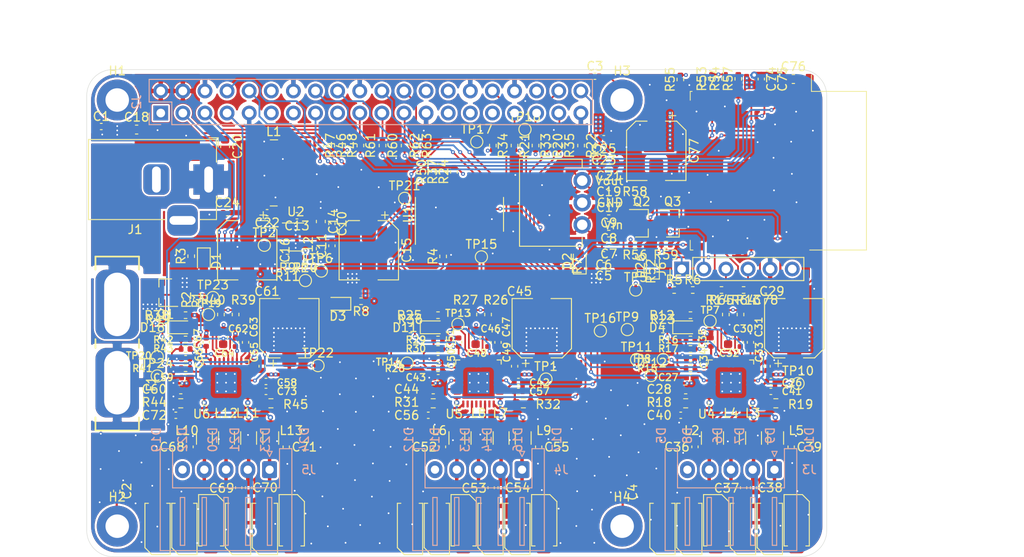
<source format=kicad_pcb>
(kicad_pcb (version 20171130) (host pcbnew 5.1.12-84ad8e8a86~92~ubuntu20.04.1)

  (general
    (thickness 1.6)
    (drawings 15)
    (tracks 1618)
    (zones 0)
    (modules 224)
    (nets 165)
  )

  (page A4)
  (layers
    (0 F.Cu signal)
    (1 In1.Cu power)
    (2 In2.Cu power)
    (31 B.Cu signal)
    (32 B.Adhes user hide)
    (33 F.Adhes user hide)
    (34 B.Paste user hide)
    (35 F.Paste user hide)
    (36 B.SilkS user hide)
    (37 F.SilkS user hide)
    (38 B.Mask user hide)
    (39 F.Mask user hide)
    (40 Dwgs.User user)
    (41 Cmts.User user hide)
    (42 Eco1.User user hide)
    (43 Eco2.User user hide)
    (44 Edge.Cuts user)
    (45 Margin user hide)
    (46 B.CrtYd user hide)
    (47 F.CrtYd user)
    (48 B.Fab user hide)
    (49 F.Fab user hide)
  )

  (setup
    (last_trace_width 0.2)
    (user_trace_width 0.2)
    (user_trace_width 0.25)
    (user_trace_width 0.3)
    (user_trace_width 0.35)
    (user_trace_width 0.4)
    (user_trace_width 0.45)
    (user_trace_width 0.5)
    (user_trace_width 0.6)
    (user_trace_width 0.7)
    (user_trace_width 0.8)
    (user_trace_width 0.9)
    (user_trace_width 1)
    (trace_clearance 0.2)
    (zone_clearance 0.2)
    (zone_45_only no)
    (trace_min 0.127)
    (via_size 0.8)
    (via_drill 0.4)
    (via_min_size 0.45)
    (via_min_drill 0.2)
    (user_via 0.45 0.2)
    (user_via 0.5 0.25)
    (user_via 0.6 0.3)
    (user_via 0.7 0.35)
    (user_via 0.8 0.4)
    (user_via 0.9 0.45)
    (user_via 1 0.5)
    (uvia_size 0.3)
    (uvia_drill 0.1)
    (uvias_allowed no)
    (uvia_min_size 0.2)
    (uvia_min_drill 0.1)
    (edge_width 0.05)
    (segment_width 0.2)
    (pcb_text_width 0.3)
    (pcb_text_size 1.5 1.5)
    (mod_edge_width 0.12)
    (mod_text_size 1 1)
    (mod_text_width 0.15)
    (pad_size 1.524 1.524)
    (pad_drill 0.762)
    (pad_to_mask_clearance 0)
    (aux_axis_origin 0 0)
    (grid_origin 120 116)
    (visible_elements 7FFFFFFF)
    (pcbplotparams
      (layerselection 0x010fc_ffffffff)
      (usegerberextensions false)
      (usegerberattributes true)
      (usegerberadvancedattributes true)
      (creategerberjobfile true)
      (excludeedgelayer true)
      (linewidth 0.100000)
      (plotframeref false)
      (viasonmask false)
      (mode 1)
      (useauxorigin false)
      (hpglpennumber 1)
      (hpglpenspeed 20)
      (hpglpendiameter 15.000000)
      (psnegative false)
      (psa4output false)
      (plotreference true)
      (plotvalue true)
      (plotinvisibletext false)
      (padsonsilk false)
      (subtractmaskfromsilk false)
      (outputformat 1)
      (mirror false)
      (drillshape 0)
      (scaleselection 1)
      (outputdirectory ""))
  )

  (net 0 "")
  (net 1 +12V)
  (net 2 GND)
  (net 3 +5V)
  (net 4 +3V3)
  (net 5 "/Motor driver 0/VREF")
  (net 6 /OA1_0)
  (net 7 /OA2_0)
  (net 8 /OB1_0)
  (net 9 /OB2_0)
  (net 10 "/Motor driver 1/VREF")
  (net 11 /OA1_1)
  (net 12 /OA2_1)
  (net 13 /OB1_1)
  (net 14 /OB2_1)
  (net 15 "/Motor driver 2/VREF")
  (net 16 /OA1_2)
  (net 17 /OA2_2)
  (net 18 /OB1_2)
  (net 19 /OB2_2)
  (net 20 "Net-(D1-Pad1)")
  (net 21 "Net-(D2-Pad1)")
  (net 22 "Net-(D3-Pad1)")
  (net 23 "Net-(D4-Pad1)")
  (net 24 "Net-(D11-Pad1)")
  (net 25 "Net-(D18-Pad1)")
  (net 26 "Net-(D26-Pad1)")
  (net 27 "Net-(F1-Pad1)")
  (net 28 "Net-(F1-Pad2)")
  (net 29 /GPIO2_PI)
  (net 30 /GPIO3_PI)
  (net 31 /GPIO4_PI)
  (net 32 "/UART_TX(14)_PI")
  (net 33 "/UART_RX(15)_PI")
  (net 34 /GPIO17_PI)
  (net 35 /GPIO18_PI)
  (net 36 /GPIO27_PI)
  (net 37 /GPIO22_PI)
  (net 38 /GPIO23_PI)
  (net 39 /GPIO24_PI)
  (net 40 "/MOSI(10)_PI")
  (net 41 "/MISO(9)_PI")
  (net 42 /GPIO25_PI)
  (net 43 "/CLK(11)_PI")
  (net 44 "/CE0(8)_PI")
  (net 45 /GPIO7_PI)
  (net 46 /GPIO0_PI)
  (net 47 /GPIO1_PI)
  (net 48 /GPIO5_PI)
  (net 49 /GPIO6_PI)
  (net 50 "/PWM0(12)_PI")
  (net 51 "/PWM1(13)_PI")
  (net 52 /GPIO19_PI)
  (net 53 /GPIO16_PI)
  (net 54 /GPIO26_PI)
  (net 55 /GPIO20_PI)
  (net 56 /GPIO21_PI)
  (net 57 "Net-(J3-Pad5)")
  (net 58 "Net-(J4-Pad5)")
  (net 59 "Net-(J5-Pad5)")
  (net 60 /ESP8266/~RTS_ESP)
  (net 61 /ESP8266/~DTR_ESP)
  (net 62 /ESP8266/RX_ESP)
  (net 63 /ESP8266/TX_ESP)
  (net 64 "/Motor driver 0/OA1_FILTERED")
  (net 65 "/Motor driver 0/OA2_FILTERED")
  (net 66 "/Motor driver 0/OB1_FILTERED")
  (net 67 "/Motor driver 0/OB2_FILTERED")
  (net 68 "/Motor driver 1/OA1_FILTERED")
  (net 69 "/Motor driver 1/OA2_FILTERED")
  (net 70 "/Motor driver 1/OB1_FILTERED")
  (net 71 "/Motor driver 1/OB2_FILTERED")
  (net 72 "/Motor driver 2/OA1_FILTERED")
  (net 73 "/Motor driver 2/OA2_FILTERED")
  (net 74 "/Motor driver 2/OB1_FILTERED")
  (net 75 "/Motor driver 2/OB2_FILTERED")
  (net 76 "Net-(Q1-Pad1)")
  (net 77 "Net-(Q2-Pad1)")
  (net 78 "Net-(Q3-Pad1)")
  (net 79 /ESP8266/ADC_ESP)
  (net 80 /GPIO4_ESP)
  (net 81 "/Motor driver 0/DIAG")
  (net 82 "/Motor driver 0/VREF_OVR")
  (net 83 "/Motor driver 0/MS1")
  (net 84 "/Motor driver 0/MS2")
  (net 85 "/Motor driver 0/~PDN_UART")
  (net 86 "/Motor driver 1/DIAG")
  (net 87 "/Motor driver 1/VREF_OVR")
  (net 88 "/Motor driver 1/MS1")
  (net 89 "/Motor driver 1/MS2")
  (net 90 "/Motor driver 1/~PDN_UART")
  (net 91 "/Motor driver 2/DIAG")
  (net 92 "/Motor driver 2/VREF_OVR")
  (net 93 "/Motor driver 2/MS1")
  (net 94 "/Motor driver 2/MS2")
  (net 95 "/Motor driver 2/~PDN_UART")
  (net 96 "Net-(U1-Pad1)")
  (net 97 "Net-(U1-Pad2)")
  (net 98 "Net-(U1-Pad4)")
  (net 99 "Net-(U1-Pad5)")
  (net 100 "Net-(U1-Pad12)")
  (net 101 "Net-(U4-Pad2)")
  (net 102 "Net-(U5-Pad2)")
  (net 103 "Net-(U6-Pad2)")
  (net 104 /ESP8266/~RST)
  (net 105 VD)
  (net 106 "Net-(C1-Pad2)")
  (net 107 "Net-(C2-Pad2)")
  (net 108 "Net-(C3-Pad2)")
  (net 109 "Net-(C4-Pad2)")
  (net 110 "Net-(C13-Pad2)")
  (net 111 "Net-(C13-Pad1)")
  (net 112 "Net-(C31-Pad1)")
  (net 113 "Net-(C33-Pad2)")
  (net 114 "Net-(C33-Pad1)")
  (net 115 "Net-(C40-Pad2)")
  (net 116 "Net-(C41-Pad2)")
  (net 117 "Net-(C47-Pad1)")
  (net 118 "Net-(C49-Pad2)")
  (net 119 "Net-(C49-Pad1)")
  (net 120 "Net-(C56-Pad2)")
  (net 121 "Net-(C57-Pad2)")
  (net 122 "Net-(C63-Pad1)")
  (net 123 "Net-(C65-Pad2)")
  (net 124 "Net-(C65-Pad1)")
  (net 125 "Net-(C72-Pad2)")
  (net 126 "Net-(C73-Pad2)")
  (net 127 "Net-(R10-Pad2)")
  (net 128 "/Motor driver 0/V5V_REF")
  (net 129 "/Motor driver 1/V5V_REF")
  (net 130 "/Motor driver 2/V5V_REF")
  (net 131 "Net-(U4-Pad31)")
  (net 132 "Net-(U4-Pad29)")
  (net 133 "Net-(U4-Pad28)")
  (net 134 "Net-(U4-Pad26)")
  (net 135 "Net-(U4-Pad23)")
  (net 136 "Net-(U4-Pad21)")
  (net 137 "Net-(U4-Pad4)")
  (net 138 "Net-(U5-Pad31)")
  (net 139 "Net-(U5-Pad29)")
  (net 140 "Net-(U5-Pad28)")
  (net 141 "Net-(U5-Pad26)")
  (net 142 "Net-(U5-Pad23)")
  (net 143 "Net-(U5-Pad21)")
  (net 144 "Net-(U5-Pad4)")
  (net 145 "Net-(U6-Pad31)")
  (net 146 "Net-(U6-Pad29)")
  (net 147 "Net-(U6-Pad28)")
  (net 148 "Net-(U6-Pad26)")
  (net 149 "Net-(U6-Pad23)")
  (net 150 "Net-(U6-Pad21)")
  (net 151 "Net-(U6-Pad4)")
  (net 152 "Net-(R23-Pad2)")
  (net 153 "Net-(R36-Pad2)")
  (net 154 "Net-(R49-Pad2)")
  (net 155 /ESP8266/GPIO5)
  (net 156 /ESP8266/GPIO0)
  (net 157 /ESP8266/GPIO2)
  (net 158 /ESP8266/EN)
  (net 159 /ESP8266/CS)
  (net 160 /ESP8266/MISO)
  (net 161 /ESP8266/MOSI)
  (net 162 /ESP8266/CLK)
  (net 163 /ESP8266/TX)
  (net 164 /ESP8266/RX)

  (net_class Default "This is the default net class."
    (clearance 0.2)
    (trace_width 0.25)
    (via_dia 0.8)
    (via_drill 0.4)
    (uvia_dia 0.3)
    (uvia_drill 0.1)
    (add_net +12V)
    (add_net +3V3)
    (add_net +5V)
    (add_net "/CE0(8)_PI")
    (add_net "/CLK(11)_PI")
    (add_net /ESP8266/ADC_ESP)
    (add_net /ESP8266/CLK)
    (add_net /ESP8266/CS)
    (add_net /ESP8266/EN)
    (add_net /ESP8266/GPIO0)
    (add_net /ESP8266/GPIO2)
    (add_net /ESP8266/GPIO5)
    (add_net /ESP8266/MISO)
    (add_net /ESP8266/MOSI)
    (add_net /ESP8266/RX)
    (add_net /ESP8266/RX_ESP)
    (add_net /ESP8266/TX)
    (add_net /ESP8266/TX_ESP)
    (add_net /ESP8266/~DTR_ESP)
    (add_net /ESP8266/~RST)
    (add_net /ESP8266/~RTS_ESP)
    (add_net /GPIO0_PI)
    (add_net /GPIO16_PI)
    (add_net /GPIO17_PI)
    (add_net /GPIO18_PI)
    (add_net /GPIO19_PI)
    (add_net /GPIO1_PI)
    (add_net /GPIO20_PI)
    (add_net /GPIO21_PI)
    (add_net /GPIO22_PI)
    (add_net /GPIO23_PI)
    (add_net /GPIO24_PI)
    (add_net /GPIO25_PI)
    (add_net /GPIO26_PI)
    (add_net /GPIO27_PI)
    (add_net /GPIO2_PI)
    (add_net /GPIO3_PI)
    (add_net /GPIO4_ESP)
    (add_net /GPIO4_PI)
    (add_net /GPIO5_PI)
    (add_net /GPIO6_PI)
    (add_net /GPIO7_PI)
    (add_net "/MISO(9)_PI")
    (add_net "/MOSI(10)_PI")
    (add_net "/Motor driver 0/DIAG")
    (add_net "/Motor driver 0/MS1")
    (add_net "/Motor driver 0/MS2")
    (add_net "/Motor driver 0/OA1_FILTERED")
    (add_net "/Motor driver 0/OA2_FILTERED")
    (add_net "/Motor driver 0/OB1_FILTERED")
    (add_net "/Motor driver 0/OB2_FILTERED")
    (add_net "/Motor driver 0/V5V_REF")
    (add_net "/Motor driver 0/VREF")
    (add_net "/Motor driver 0/VREF_OVR")
    (add_net "/Motor driver 0/~PDN_UART")
    (add_net "/Motor driver 1/DIAG")
    (add_net "/Motor driver 1/MS1")
    (add_net "/Motor driver 1/MS2")
    (add_net "/Motor driver 1/OA1_FILTERED")
    (add_net "/Motor driver 1/OA2_FILTERED")
    (add_net "/Motor driver 1/OB1_FILTERED")
    (add_net "/Motor driver 1/OB2_FILTERED")
    (add_net "/Motor driver 1/V5V_REF")
    (add_net "/Motor driver 1/VREF")
    (add_net "/Motor driver 1/VREF_OVR")
    (add_net "/Motor driver 1/~PDN_UART")
    (add_net "/Motor driver 2/DIAG")
    (add_net "/Motor driver 2/MS1")
    (add_net "/Motor driver 2/MS2")
    (add_net "/Motor driver 2/OA1_FILTERED")
    (add_net "/Motor driver 2/OA2_FILTERED")
    (add_net "/Motor driver 2/OB1_FILTERED")
    (add_net "/Motor driver 2/OB2_FILTERED")
    (add_net "/Motor driver 2/V5V_REF")
    (add_net "/Motor driver 2/VREF")
    (add_net "/Motor driver 2/VREF_OVR")
    (add_net "/Motor driver 2/~PDN_UART")
    (add_net /OA1_0)
    (add_net /OA1_1)
    (add_net /OA1_2)
    (add_net /OA2_0)
    (add_net /OA2_1)
    (add_net /OA2_2)
    (add_net /OB1_0)
    (add_net /OB1_1)
    (add_net /OB1_2)
    (add_net /OB2_0)
    (add_net /OB2_1)
    (add_net /OB2_2)
    (add_net "/PWM0(12)_PI")
    (add_net "/PWM1(13)_PI")
    (add_net "/UART_RX(15)_PI")
    (add_net "/UART_TX(14)_PI")
    (add_net GND)
    (add_net "Net-(C1-Pad2)")
    (add_net "Net-(C13-Pad1)")
    (add_net "Net-(C13-Pad2)")
    (add_net "Net-(C2-Pad2)")
    (add_net "Net-(C3-Pad2)")
    (add_net "Net-(C31-Pad1)")
    (add_net "Net-(C33-Pad1)")
    (add_net "Net-(C33-Pad2)")
    (add_net "Net-(C4-Pad2)")
    (add_net "Net-(C40-Pad2)")
    (add_net "Net-(C41-Pad2)")
    (add_net "Net-(C47-Pad1)")
    (add_net "Net-(C49-Pad1)")
    (add_net "Net-(C49-Pad2)")
    (add_net "Net-(C56-Pad2)")
    (add_net "Net-(C57-Pad2)")
    (add_net "Net-(C63-Pad1)")
    (add_net "Net-(C65-Pad1)")
    (add_net "Net-(C65-Pad2)")
    (add_net "Net-(C72-Pad2)")
    (add_net "Net-(C73-Pad2)")
    (add_net "Net-(D1-Pad1)")
    (add_net "Net-(D11-Pad1)")
    (add_net "Net-(D18-Pad1)")
    (add_net "Net-(D2-Pad1)")
    (add_net "Net-(D26-Pad1)")
    (add_net "Net-(D3-Pad1)")
    (add_net "Net-(D4-Pad1)")
    (add_net "Net-(F1-Pad1)")
    (add_net "Net-(F1-Pad2)")
    (add_net "Net-(J3-Pad5)")
    (add_net "Net-(J4-Pad5)")
    (add_net "Net-(J5-Pad5)")
    (add_net "Net-(Q1-Pad1)")
    (add_net "Net-(Q2-Pad1)")
    (add_net "Net-(Q3-Pad1)")
    (add_net "Net-(R10-Pad2)")
    (add_net "Net-(R23-Pad2)")
    (add_net "Net-(R36-Pad2)")
    (add_net "Net-(R49-Pad2)")
    (add_net "Net-(U1-Pad1)")
    (add_net "Net-(U1-Pad12)")
    (add_net "Net-(U1-Pad2)")
    (add_net "Net-(U1-Pad4)")
    (add_net "Net-(U1-Pad5)")
    (add_net "Net-(U4-Pad2)")
    (add_net "Net-(U4-Pad21)")
    (add_net "Net-(U4-Pad23)")
    (add_net "Net-(U4-Pad26)")
    (add_net "Net-(U4-Pad28)")
    (add_net "Net-(U4-Pad29)")
    (add_net "Net-(U4-Pad31)")
    (add_net "Net-(U4-Pad4)")
    (add_net "Net-(U5-Pad2)")
    (add_net "Net-(U5-Pad21)")
    (add_net "Net-(U5-Pad23)")
    (add_net "Net-(U5-Pad26)")
    (add_net "Net-(U5-Pad28)")
    (add_net "Net-(U5-Pad29)")
    (add_net "Net-(U5-Pad31)")
    (add_net "Net-(U5-Pad4)")
    (add_net "Net-(U6-Pad2)")
    (add_net "Net-(U6-Pad21)")
    (add_net "Net-(U6-Pad23)")
    (add_net "Net-(U6-Pad26)")
    (add_net "Net-(U6-Pad28)")
    (add_net "Net-(U6-Pad29)")
    (add_net "Net-(U6-Pad31)")
    (add_net "Net-(U6-Pad4)")
    (add_net VD)
  )

  (module SaMcam_shield:Motor_Driver_Trinamic_TMC2202-WA (layer F.Cu) (tedit 6196AAFE) (tstamp 61A29B1D)
    (at 194 96 180)
    (descr "Motor driver")
    (tags "Motor driver")
    (path /60355F25/60356E5D)
    (attr smd)
    (fp_text reference U4 (at 2.8 -3.6) (layer F.SilkS)
      (effects (font (size 1 1) (thickness 0.15)))
    )
    (fp_text value TMC2202-WA_motor_driver (at 0 3.8) (layer F.Fab)
      (effects (font (size 1 1) (thickness 0.15)))
    )
    (fp_line (start 2.135 -2.61) (end 2.61 -2.61) (layer F.SilkS) (width 0.12))
    (fp_line (start 2.61 -2.61) (end 2.61 -2.135) (layer F.SilkS) (width 0.12))
    (fp_line (start -2.135 2.61) (end -2.61 2.61) (layer F.SilkS) (width 0.12))
    (fp_line (start -2.61 2.61) (end -2.61 2.135) (layer F.SilkS) (width 0.12))
    (fp_line (start 2.135 2.61) (end 2.61 2.61) (layer F.SilkS) (width 0.12))
    (fp_line (start 2.61 2.61) (end 2.61 2.135) (layer F.SilkS) (width 0.12))
    (fp_line (start -2.135 -2.61) (end -2.61 -2.61) (layer F.SilkS) (width 0.12))
    (fp_line (start -1.5 -2.5) (end 2.5 -2.5) (layer F.Fab) (width 0.1))
    (fp_line (start 2.5 -2.5) (end 2.5 2.5) (layer F.Fab) (width 0.1))
    (fp_line (start 2.5 2.5) (end -2.5 2.5) (layer F.Fab) (width 0.1))
    (fp_line (start -2.5 2.5) (end -2.5 -1.5) (layer F.Fab) (width 0.1))
    (fp_line (start -2.5 -1.5) (end -1.5 -2.5) (layer F.Fab) (width 0.1))
    (fp_line (start -3.1 -3.1) (end -3.1 3.1) (layer F.CrtYd) (width 0.05))
    (fp_line (start -3.1 3.1) (end 3.1 3.1) (layer F.CrtYd) (width 0.05))
    (fp_line (start 3.1 3.1) (end 3.1 -3.1) (layer F.CrtYd) (width 0.05))
    (fp_line (start 3.1 -3.1) (end -3.1 -3.1) (layer F.CrtYd) (width 0.05))
    (fp_text user %R (at 0 -0.515001) (layer F.Fab)
      (effects (font (size 1 1) (thickness 0.15)))
    )
    (pad "" smd custom (at 1.425 1.425 180) (size 0.601758 0.601758) (layers F.Paste)
      (options (clearance outline) (anchor circle))
      (primitives
        (gr_poly (pts
           (xy -0.259112 -0.189911) (xy -0.189911 -0.259112) (xy 0.259112 -0.259112) (xy 0.259112 0.259112) (xy -0.259112 0.259112)
) (width 0.167068))
      ))
    (pad "" smd custom (at 1.425 -1.425 180) (size 0.601758 0.601758) (layers F.Paste)
      (options (clearance outline) (anchor circle))
      (primitives
        (gr_poly (pts
           (xy -0.259112 -0.259112) (xy 0.259112 -0.259112) (xy 0.259112 0.259112) (xy -0.189911 0.259112) (xy -0.259112 0.189911)
) (width 0.167068))
      ))
    (pad "" smd custom (at -1.425 1.425 180) (size 0.601758 0.601758) (layers F.Paste)
      (options (clearance outline) (anchor circle))
      (primitives
        (gr_poly (pts
           (xy -0.259112 -0.259112) (xy 0.189911 -0.259112) (xy 0.259112 -0.189911) (xy 0.259112 0.259112) (xy -0.259112 0.259112)
) (width 0.167068))
      ))
    (pad "" smd custom (at -1.425 -1.425 180) (size 0.601758 0.601758) (layers F.Paste)
      (options (clearance outline) (anchor circle))
      (primitives
        (gr_poly (pts
           (xy -0.259112 -0.259112) (xy 0.259112 -0.259112) (xy 0.259112 0.189911) (xy 0.189911 0.259112) (xy -0.259112 0.259112)
) (width 0.167068))
      ))
    (pad "" smd custom (at 0.5 1.425 180) (size 0.612035 0.612035) (layers F.Paste)
      (options (clearance outline) (anchor circle))
      (primitives
        (gr_poly (pts
           (xy -0.329856 -0.2087) (xy -0.269167 -0.269389) (xy 0.269167 -0.269389) (xy 0.329856 -0.2087) (xy 0.329856 0.269389)
           (xy -0.329856 0.269389)) (width 0.146515))
      ))
    (pad "" smd custom (at -0.5 1.425 180) (size 0.612035 0.612035) (layers F.Paste)
      (options (clearance outline) (anchor circle))
      (primitives
        (gr_poly (pts
           (xy -0.329856 -0.2087) (xy -0.269167 -0.269389) (xy 0.269167 -0.269389) (xy 0.329856 -0.2087) (xy 0.329856 0.269389)
           (xy -0.329856 0.269389)) (width 0.146515))
      ))
    (pad "" smd custom (at 0.5 -1.425 180) (size 0.612035 0.612035) (layers F.Paste)
      (options (clearance outline) (anchor circle))
      (primitives
        (gr_poly (pts
           (xy -0.329856 -0.269389) (xy 0.329856 -0.269389) (xy 0.329856 0.2087) (xy 0.269167 0.269389) (xy -0.269167 0.269389)
           (xy -0.329856 0.2087)) (width 0.146515))
      ))
    (pad "" smd custom (at -0.5 -1.425 180) (size 0.612035 0.612035) (layers F.Paste)
      (options (clearance outline) (anchor circle))
      (primitives
        (gr_poly (pts
           (xy -0.329856 -0.269389) (xy 0.329856 -0.269389) (xy 0.329856 0.2087) (xy 0.269167 0.269389) (xy -0.269167 0.269389)
           (xy -0.329856 0.2087)) (width 0.146515))
      ))
    (pad "" smd custom (at 1.425 0.5 180) (size 0.612035 0.612035) (layers F.Paste)
      (options (clearance outline) (anchor circle))
      (primitives
        (gr_poly (pts
           (xy -0.269389 -0.269167) (xy -0.2087 -0.329856) (xy 0.269389 -0.329856) (xy 0.269389 0.329856) (xy -0.2087 0.329856)
           (xy -0.269389 0.269167)) (width 0.146515))
      ))
    (pad "" smd custom (at 1.425 -0.5 180) (size 0.612035 0.612035) (layers F.Paste)
      (options (clearance outline) (anchor circle))
      (primitives
        (gr_poly (pts
           (xy -0.269389 -0.269167) (xy -0.2087 -0.329856) (xy 0.269389 -0.329856) (xy 0.269389 0.329856) (xy -0.2087 0.329856)
           (xy -0.269389 0.269167)) (width 0.146515))
      ))
    (pad "" smd custom (at -1.425 0.5 180) (size 0.612035 0.612035) (layers F.Paste)
      (options (clearance outline) (anchor circle))
      (primitives
        (gr_poly (pts
           (xy -0.269389 -0.329856) (xy 0.2087 -0.329856) (xy 0.269389 -0.269167) (xy 0.269389 0.269167) (xy 0.2087 0.329856)
           (xy -0.269389 0.329856)) (width 0.146515))
      ))
    (pad "" smd custom (at -1.425 -0.5 180) (size 0.612035 0.612035) (layers F.Paste)
      (options (clearance outline) (anchor circle))
      (primitives
        (gr_poly (pts
           (xy -0.269389 -0.329856) (xy 0.2087 -0.329856) (xy 0.269389 -0.269167) (xy 0.269389 0.269167) (xy 0.2087 0.329856)
           (xy -0.269389 0.329856)) (width 0.146515))
      ))
    (pad "" smd roundrect (at 0.5 0.5 180) (size 0.806226 0.806226) (layers F.Paste) (roundrect_rratio 0.2499993798265003))
    (pad "" smd roundrect (at 0.5 -0.5 180) (size 0.806226 0.806226) (layers F.Paste) (roundrect_rratio 0.2499993798265003))
    (pad "" smd roundrect (at -0.5 0.5 180) (size 0.806226 0.806226) (layers F.Paste) (roundrect_rratio 0.2499993798265003))
    (pad "" smd roundrect (at -0.5 -0.5 180) (size 0.806226 0.806226) (layers F.Paste) (roundrect_rratio 0.2499993798265003))
    (pad 33 smd rect (at 0 0 180) (size 2.5 2.5) (layers B.Cu)
      (net 2 GND))
    (pad 33 thru_hole circle (at 1 1 180) (size 0.5 0.5) (drill 0.2) (layers *.Cu)
      (net 2 GND))
    (pad 33 thru_hole circle (at 0 1 180) (size 0.5 0.5) (drill 0.2) (layers *.Cu)
      (net 2 GND))
    (pad 33 thru_hole circle (at -1 1 180) (size 0.5 0.5) (drill 0.2) (layers *.Cu)
      (net 2 GND))
    (pad 33 thru_hole circle (at 1 0 180) (size 0.5 0.5) (drill 0.2) (layers *.Cu)
      (net 2 GND))
    (pad 33 thru_hole circle (at 0 0 180) (size 0.5 0.5) (drill 0.2) (layers *.Cu)
      (net 2 GND))
    (pad 33 thru_hole circle (at -1 0 180) (size 0.5 0.5) (drill 0.2) (layers *.Cu)
      (net 2 GND))
    (pad 33 thru_hole circle (at 1 -1 180) (size 0.5 0.5) (drill 0.2) (layers *.Cu)
      (net 2 GND))
    (pad 33 thru_hole circle (at 0 -1 180) (size 0.5 0.5) (drill 0.2) (layers *.Cu)
      (net 2 GND))
    (pad 33 thru_hole circle (at -1 -1 180) (size 0.5 0.5) (drill 0.2) (layers *.Cu)
      (net 2 GND))
    (pad 33 smd rect (at 0 0 180) (size 3.7 3.7) (layers F.Cu F.Mask)
      (net 2 GND))
    (pad 32 smd roundrect (at -1.75 -2.45 180) (size 0.25 0.8) (layers F.Cu F.Paste F.Mask) (roundrect_rratio 0.25)
      (net 116 "Net-(C41-Pad2)"))
    (pad 31 smd roundrect (at -1.25 -2.45 180) (size 0.25 0.8) (layers F.Cu F.Paste F.Mask) (roundrect_rratio 0.25)
      (net 131 "Net-(U4-Pad31)"))
    (pad 30 smd roundrect (at -0.75 -2.45 180) (size 0.25 0.8) (layers F.Cu F.Paste F.Mask) (roundrect_rratio 0.25)
      (net 66 "/Motor driver 0/OB1_FILTERED"))
    (pad 29 smd roundrect (at -0.25 -2.45 180) (size 0.25 0.8) (layers F.Cu F.Paste F.Mask) (roundrect_rratio 0.25)
      (net 132 "Net-(U4-Pad29)"))
    (pad 28 smd roundrect (at 0.25 -2.45 180) (size 0.25 0.8) (layers F.Cu F.Paste F.Mask) (roundrect_rratio 0.25)
      (net 133 "Net-(U4-Pad28)"))
    (pad 27 smd roundrect (at 0.75 -2.45 180) (size 0.25 0.8) (layers F.Cu F.Paste F.Mask) (roundrect_rratio 0.25)
      (net 64 "/Motor driver 0/OA1_FILTERED"))
    (pad 26 smd roundrect (at 1.25 -2.45 180) (size 0.25 0.8) (layers F.Cu F.Paste F.Mask) (roundrect_rratio 0.25)
      (net 134 "Net-(U4-Pad26)"))
    (pad 25 smd roundrect (at 1.75 -2.45 180) (size 0.25 0.8) (layers F.Cu F.Paste F.Mask) (roundrect_rratio 0.25)
      (net 115 "Net-(C40-Pad2)"))
    (pad 24 smd roundrect (at 2.45 -1.75 180) (size 0.8 0.25) (layers F.Cu F.Paste F.Mask) (roundrect_rratio 0.25)
      (net 65 "/Motor driver 0/OA2_FILTERED"))
    (pad 23 smd roundrect (at 2.45 -1.25 180) (size 0.8 0.25) (layers F.Cu F.Paste F.Mask) (roundrect_rratio 0.25)
      (net 135 "Net-(U4-Pad23)"))
    (pad 22 smd roundrect (at 2.45 -0.75 180) (size 0.8 0.25) (layers F.Cu F.Paste F.Mask) (roundrect_rratio 0.25)
      (net 1 +12V))
    (pad 21 smd roundrect (at 2.45 -0.25 180) (size 0.8 0.25) (layers F.Cu F.Paste F.Mask) (roundrect_rratio 0.25)
      (net 136 "Net-(U4-Pad21)"))
    (pad 20 smd roundrect (at 2.45 0.25 180) (size 0.8 0.25) (layers F.Cu F.Paste F.Mask) (roundrect_rratio 0.25)
      (net 55 /GPIO20_PI))
    (pad 19 smd roundrect (at 2.45 0.75 180) (size 0.8 0.25) (layers F.Cu F.Paste F.Mask) (roundrect_rratio 0.25)
      (net 2 GND))
    (pad 18 smd roundrect (at 2.45 1.25 180) (size 0.8 0.25) (layers F.Cu F.Paste F.Mask) (roundrect_rratio 0.25)
      (net 5 "/Motor driver 0/VREF"))
    (pad 17 smd roundrect (at 2.45 1.75 180) (size 0.8 0.25) (layers F.Cu F.Paste F.Mask) (roundrect_rratio 0.25)
      (net 51 "/PWM1(13)_PI"))
    (pad 16 smd roundrect (at 1.75 2.45 180) (size 0.25 0.8) (layers F.Cu F.Paste F.Mask) (roundrect_rratio 0.25)
      (net 105 VD))
    (pad 15 smd roundrect (at 1.25 2.45 180) (size 0.25 0.8) (layers F.Cu F.Paste F.Mask) (roundrect_rratio 0.25)
      (net 152 "Net-(R23-Pad2)"))
    (pad 14 smd roundrect (at 0.75 2.45 180) (size 0.25 0.8) (layers F.Cu F.Paste F.Mask) (roundrect_rratio 0.25)
      (net 2 GND))
    (pad 13 smd roundrect (at 0.25 2.45 180) (size 0.25 0.8) (layers F.Cu F.Paste F.Mask) (roundrect_rratio 0.25)
      (net 81 "/Motor driver 0/DIAG"))
    (pad 12 smd roundrect (at -0.25 2.45 180) (size 0.25 0.8) (layers F.Cu F.Paste F.Mask) (roundrect_rratio 0.25)
      (net 84 "/Motor driver 0/MS2"))
    (pad 11 smd roundrect (at -0.75 2.45 180) (size 0.25 0.8) (layers F.Cu F.Paste F.Mask) (roundrect_rratio 0.25)
      (net 83 "/Motor driver 0/MS1"))
    (pad 10 smd roundrect (at -1.25 2.45 180) (size 0.25 0.8) (layers F.Cu F.Paste F.Mask) (roundrect_rratio 0.25)
      (net 128 "/Motor driver 0/V5V_REF"))
    (pad 9 smd roundrect (at -1.75 2.45 180) (size 0.25 0.8) (layers F.Cu F.Paste F.Mask) (roundrect_rratio 0.25)
      (net 112 "Net-(C31-Pad1)"))
    (pad 8 smd roundrect (at -2.45 1.75 180) (size 0.8 0.25) (layers F.Cu F.Paste F.Mask) (roundrect_rratio 0.25)
      (net 114 "Net-(C33-Pad1)"))
    (pad 7 smd roundrect (at -2.45 1.25 180) (size 0.8 0.25) (layers F.Cu F.Paste F.Mask) (roundrect_rratio 0.25)
      (net 113 "Net-(C33-Pad2)"))
    (pad 6 smd roundrect (at -2.45 0.75 180) (size 0.8 0.25) (layers F.Cu F.Paste F.Mask) (roundrect_rratio 0.25)
      (net 2 GND))
    (pad 5 smd roundrect (at -2.45 0.25 180) (size 0.8 0.25) (layers F.Cu F.Paste F.Mask) (roundrect_rratio 0.25)
      (net 56 /GPIO21_PI))
    (pad 4 smd roundrect (at -2.45 -0.25 180) (size 0.8 0.25) (layers F.Cu F.Paste F.Mask) (roundrect_rratio 0.25)
      (net 137 "Net-(U4-Pad4)"))
    (pad 3 smd roundrect (at -2.45 -0.75 180) (size 0.8 0.25) (layers F.Cu F.Paste F.Mask) (roundrect_rratio 0.25)
      (net 1 +12V))
    (pad 2 smd roundrect (at -2.45 -1.25 180) (size 0.8 0.25) (layers F.Cu F.Paste F.Mask) (roundrect_rratio 0.25)
      (net 101 "Net-(U4-Pad2)"))
    (pad 1 smd roundrect (at -2.45 -1.75 180) (size 0.8 0.25) (layers F.Cu F.Paste F.Mask) (roundrect_rratio 0.25)
      (net 67 "/Motor driver 0/OB2_FILTERED"))
    (model ${KIPRJMOD}/packages3d/Motor_Driver_Trinamic_TMC2202-WA.stp
      (at (xyz 0 0 0))
      (scale (xyz 1 1 1))
      (rotate (xyz 0 0 0))
    )
  )

  (module RF_Module:ESP-WROOM-02 (layer F.Cu) (tedit 5B5B45D7) (tstamp 61AB7658)
    (at 196.342 71.628 270)
    (descr http://espressif.com/sites/default/files/documentation/0c-esp-wroom-02_datasheet_en.pdf)
    (tags "ESP WROOM-02 espressif esp8266ex")
    (path /61A0DE56/61A1CA55)
    (attr smd)
    (fp_text reference U7 (at -10.17 5.13) (layer F.SilkS)
      (effects (font (size 1 1) (thickness 0.15)))
    )
    (fp_text value ESP-WROOM-02 (at 0 8.33 90) (layer F.Fab)
      (effects (font (size 1 1) (thickness 0.15)))
    )
    (fp_line (start -9.12 -6.9) (end -11 -6.9) (layer F.SilkS) (width 0.1))
    (fp_line (start -9.12 -13.22) (end -9.12 -6.9) (layer F.SilkS) (width 0.1))
    (fp_line (start 9.12 -13.22) (end 9.12 -6.7) (layer F.SilkS) (width 0.1))
    (fp_line (start -9.12 -13.22) (end 9.12 -13.22) (layer F.SilkS) (width 0.1))
    (fp_line (start 8 7.02) (end 9.12 7.02) (layer F.SilkS) (width 0.1))
    (fp_line (start 9.12 6.7) (end 9.12 7) (layer F.SilkS) (width 0.1))
    (fp_line (start -9.12 7.02) (end -8.1 7.02) (layer F.SilkS) (width 0.1))
    (fp_line (start -9.12 6.8) (end -9.12 7.02) (layer F.SilkS) (width 0.1))
    (fp_line (start 8.3 -17.9) (end 8.1 -17.7) (layer Cmts.User) (width 0.1))
    (fp_line (start 8.3 -13.3) (end 8.3 -17.9) (layer Cmts.User) (width 0.1))
    (fp_line (start 8.3 -17.9) (end 8.5 -17.7) (layer Cmts.User) (width 0.1))
    (fp_line (start 8.3 -13.3) (end 8.5 -13.5) (layer Cmts.User) (width 0.1))
    (fp_line (start 8.3 -13.3) (end 8.1 -13.5) (layer Cmts.User) (width 0.1))
    (fp_line (start -9.2 -10.7) (end -9.4 -10.9) (layer Cmts.User) (width 0.1))
    (fp_line (start -13.8 -10.7) (end -9.2 -10.7) (layer Cmts.User) (width 0.1))
    (fp_line (start -9.2 -10.7) (end -9.4 -10.5) (layer Cmts.User) (width 0.1))
    (fp_line (start -13.8 -10.7) (end -13.6 -10.5) (layer Cmts.User) (width 0.1))
    (fp_line (start -13.8 -10.7) (end -13.6 -10.9) (layer Cmts.User) (width 0.1))
    (fp_line (start 9.2 -10.7) (end 9.4 -10.5) (layer Cmts.User) (width 0.1))
    (fp_line (start 9.2 -10.7) (end 9.4 -10.9) (layer Cmts.User) (width 0.1))
    (fp_line (start 13.8 -10.7) (end 13.6 -10.5) (layer Cmts.User) (width 0.1))
    (fp_line (start 13.8 -10.7) (end 13.6 -10.9) (layer Cmts.User) (width 0.1))
    (fp_line (start 9.2 -10.7) (end 13.8 -10.7) (layer Cmts.User) (width 0.1))
    (fp_line (start 14 -8.41) (end 12 -6.795) (layer Dwgs.User) (width 0.1))
    (fp_line (start 14 -10.025) (end 10 -6.795) (layer Dwgs.User) (width 0.1))
    (fp_line (start 14 -11.64) (end 8 -6.795) (layer Dwgs.User) (width 0.1))
    (fp_line (start 14 -13.255) (end 6 -6.795) (layer Dwgs.User) (width 0.1))
    (fp_line (start 14 -14.87) (end 4 -6.795) (layer Dwgs.User) (width 0.1))
    (fp_line (start 14 -16.485) (end 2 -6.795) (layer Dwgs.User) (width 0.1))
    (fp_line (start 14 -18.1) (end 0 -6.795) (layer Dwgs.User) (width 0.1))
    (fp_line (start 12 -18.1) (end -2 -6.795) (layer Dwgs.User) (width 0.1))
    (fp_line (start 10 -18.1) (end -4 -6.795) (layer Dwgs.User) (width 0.1))
    (fp_line (start 8 -18.1) (end -6 -6.795) (layer Dwgs.User) (width 0.1))
    (fp_line (start -8 -6.795) (end 6 -18.1) (layer Dwgs.User) (width 0.1))
    (fp_line (start 4 -18.1) (end -10 -6.795) (layer Dwgs.User) (width 0.1))
    (fp_line (start 2 -18.1) (end -12 -6.795) (layer Dwgs.User) (width 0.1))
    (fp_line (start 0 -18.1) (end -14 -6.795) (layer Dwgs.User) (width 0.1))
    (fp_line (start -2 -18.1) (end -14 -8.41) (layer Dwgs.User) (width 0.1))
    (fp_line (start -4 -18.1) (end -14 -10.025) (layer Dwgs.User) (width 0.1))
    (fp_line (start -6 -18.1) (end -14 -11.64) (layer Dwgs.User) (width 0.1))
    (fp_line (start -8 -18.1) (end -14 -13.255) (layer Dwgs.User) (width 0.1))
    (fp_line (start -10 -18.1) (end -14 -14.87) (layer Dwgs.User) (width 0.1))
    (fp_line (start -12 -18.1) (end -14 -16.485) (layer Dwgs.User) (width 0.1))
    (fp_line (start 9.41 -6.55) (end 14.25 -6.55) (layer F.CrtYd) (width 0.05))
    (fp_line (start -14.25 -6.55) (end -9.41 -6.55) (layer F.CrtYd) (width 0.05))
    (fp_line (start 14.25 -18.35) (end 14.25 -6.55) (layer F.CrtYd) (width 0.05))
    (fp_line (start -14.25 -18.35) (end -14.25 -6.55) (layer F.CrtYd) (width 0.05))
    (fp_line (start 14 -18.1) (end -14 -18.1) (layer Dwgs.User) (width 0.1))
    (fp_line (start 14 -6.8) (end 14 -18.1) (layer Dwgs.User) (width 0.1))
    (fp_line (start -9 -13.1) (end 9 -13.1) (layer Dwgs.User) (width 0.1))
    (fp_line (start 9 -13.1) (end 9 -6.78) (layer Dwgs.User) (width 0.1))
    (fp_line (start 14 -6.8) (end -14 -6.8) (layer Dwgs.User) (width 0.1))
    (fp_line (start -9 -6.8) (end -9 -13.1) (layer Dwgs.User) (width 0.1))
    (fp_line (start -8.5 -7) (end -9 -6.5) (layer F.Fab) (width 0.1))
    (fp_line (start -9 -7.5) (end -8.5 -7) (layer F.Fab) (width 0.1))
    (fp_line (start -9 -6.5) (end -9 6.9) (layer F.Fab) (width 0.1))
    (fp_line (start -14.25 -18.35) (end 14.25 -18.35) (layer F.CrtYd) (width 0.05))
    (fp_line (start 9.41 -6.55) (end 9.41 7.15) (layer F.CrtYd) (width 0.05))
    (fp_line (start -9.41 7.15) (end 9.41 7.15) (layer F.CrtYd) (width 0.05))
    (fp_line (start -9.41 7.15) (end -9.41 -6.55) (layer F.CrtYd) (width 0.05))
    (fp_line (start -9 -13.1) (end 9 -13.1) (layer F.Fab) (width 0.1))
    (fp_line (start -9 -13.1) (end -9 -7.5) (layer F.Fab) (width 0.1))
    (fp_line (start -9 6.9) (end 9 6.9) (layer F.Fab) (width 0.1))
    (fp_line (start 9 6.9) (end 9 -13.1) (layer F.Fab) (width 0.1))
    (fp_line (start -14 -6.8) (end -14 -18.1) (layer Dwgs.User) (width 0.1))
    (fp_text user %R (at 0 0 90) (layer F.Fab)
      (effects (font (size 1 1) (thickness 0.15)))
    )
    (fp_text user "KEEP-OUT ZONE" (at 0 -16 90) (layer Cmts.User)
      (effects (font (size 1 1) (thickness 0.15)))
    )
    (fp_text user Antenna (at 0 -10 90) (layer Cmts.User)
      (effects (font (size 1 1) (thickness 0.15)))
    )
    (fp_text user "5 mm" (at 11.8 -11.2 90) (layer Cmts.User)
      (effects (font (size 0.5 0.5) (thickness 0.1)))
    )
    (fp_text user "5 mm" (at -11.2 -11.2 90) (layer Cmts.User)
      (effects (font (size 0.5 0.5) (thickness 0.1)))
    )
    (fp_text user "5 mm" (at 7.8 -15.9) (layer Cmts.User)
      (effects (font (size 0.5 0.5) (thickness 0.1)))
    )
    (pad 19 smd rect (at 1.12 0.58 270) (size 4.3 4.3) (layers F.Cu F.Paste F.Mask)
      (net 2 GND))
    (pad 1 smd rect (at -8.7375 -6 270) (size 0.85 0.9125) (layers F.Cu F.Paste F.Mask)
      (net 4 +3V3))
    (pad 2 smd rect (at -8.7375 -4.5 270) (size 0.85 0.9125) (layers F.Cu F.Paste F.Mask)
      (net 158 /ESP8266/EN))
    (pad 3 smd rect (at -8.7375 -3 270) (size 0.85 0.9125) (layers F.Cu F.Paste F.Mask)
      (net 162 /ESP8266/CLK))
    (pad 4 smd rect (at -8.7375 -1.5 270) (size 0.85 0.9125) (layers F.Cu F.Paste F.Mask)
      (net 160 /ESP8266/MISO))
    (pad 5 smd rect (at -8.7375 0 270) (size 0.85 0.9125) (layers F.Cu F.Paste F.Mask)
      (net 161 /ESP8266/MOSI))
    (pad 6 smd rect (at -8.7375 1.5 270) (size 0.85 0.9125) (layers F.Cu F.Paste F.Mask)
      (net 159 /ESP8266/CS))
    (pad 7 smd rect (at -8.7375 3 270) (size 0.85 0.9125) (layers F.Cu F.Paste F.Mask)
      (net 157 /ESP8266/GPIO2))
    (pad 8 smd rect (at -8.7375 4.5 270) (size 0.85 0.9125) (layers F.Cu F.Paste F.Mask)
      (net 156 /ESP8266/GPIO0))
    (pad 9 smd rect (at -8.7375 6 270) (size 0.85 0.9125) (layers F.Cu F.Paste F.Mask)
      (net 2 GND))
    (pad 10 smd rect (at 8.7375 6 270) (size 0.85 0.9125) (layers F.Cu F.Paste F.Mask)
      (net 80 /GPIO4_ESP))
    (pad 11 smd rect (at 8.7375 4.5 270) (size 0.85 0.9125) (layers F.Cu F.Paste F.Mask)
      (net 164 /ESP8266/RX))
    (pad 12 smd rect (at 8.7375 3 270) (size 0.85 0.9125) (layers F.Cu F.Paste F.Mask)
      (net 163 /ESP8266/TX))
    (pad 13 smd rect (at 8.7375 1.5 270) (size 0.85 0.9125) (layers F.Cu F.Paste F.Mask)
      (net 2 GND))
    (pad 14 smd rect (at 8.7375 0 270) (size 0.85 0.9125) (layers F.Cu F.Paste F.Mask)
      (net 155 /ESP8266/GPIO5))
    (pad 15 smd rect (at 8.7375 -1.5 270) (size 0.85 0.9125) (layers F.Cu F.Paste F.Mask)
      (net 104 /ESP8266/~RST))
    (pad 16 smd rect (at 8.7375 -3 270) (size 0.85 0.9125) (layers F.Cu F.Paste F.Mask)
      (net 79 /ESP8266/ADC_ESP))
    (pad 17 smd rect (at 8.7375 -4.5 270) (size 0.85 0.9125) (layers F.Cu F.Paste F.Mask)
      (net 104 /ESP8266/~RST))
    (pad 18 smd rect (at 8.7375 -6 270) (size 0.85 0.9125) (layers F.Cu F.Paste F.Mask)
      (net 2 GND))
    (model ${KISYS3DMOD}/RF_Module.3dshapes/ESP-WROOM-02.wrl
      (at (xyz 0 0 0))
      (scale (xyz 1 1 1))
      (rotate (xyz 0 0 0))
    )
  )

  (module SaMcam_shield:Switching_Reg_3V3_500mA_Gaptec_LMO78_0.5A (layer F.Cu) (tedit 61AB716A) (tstamp 61AB7B32)
    (at 176.911 75.311 90)
    (path /60C6E8D2/618BC799)
    (fp_text reference U3 (at 5.8 1.7 90) (layer F.SilkS)
      (effects (font (size 1 1) (thickness 0.15)))
    )
    (fp_text value LMO78_0.5A (at 0 -9 90) (layer F.Fab)
      (effects (font (size 1 1) (thickness 0.15)))
    )
    (fp_line (start 5 -7.2) (end 5 0) (layer F.SilkS) (width 0.12))
    (fp_line (start -4 0) (end -5 0) (layer F.SilkS) (width 0.12))
    (fp_line (start -5 -7.2) (end -5 0) (layer F.SilkS) (width 0.12))
    (fp_line (start -5 -7.2) (end 5 -7.2) (layer F.SilkS) (width 0.12))
    (fp_line (start 5 0) (end 4 0) (layer F.SilkS) (width 0.12))
    (fp_line (start -4 0) (end -5 0) (layer F.CrtYd) (width 0.05))
    (fp_line (start -5 0) (end -5 -7.2) (layer F.CrtYd) (width 0.05))
    (fp_line (start -5 -7.2) (end 5 -7.2) (layer F.CrtYd) (width 0.05))
    (fp_line (start 5 -7.2) (end 5 0) (layer F.CrtYd) (width 0.05))
    (fp_line (start 5 0) (end 4 0) (layer F.CrtYd) (width 0.05))
    (fp_text user Vout (at 2.54 4.826) (layer F.SilkS)
      (effects (font (size 1 1) (thickness 0.15)) (justify right))
    )
    (fp_text user GND (at 0 4.826) (layer F.SilkS)
      (effects (font (size 1 1) (thickness 0.15)) (justify right))
    )
    (fp_text user Vin (at -2.54 4.826) (layer F.SilkS)
      (effects (font (size 1 1) (thickness 0.15)) (justify right))
    )
    (pad 3 thru_hole circle (at 2.54 0 90) (size 2 2) (drill 1.2) (layers *.Cu *.Mask)
      (net 4 +3V3))
    (pad 2 thru_hole circle (at 0 0 90) (size 2 2) (drill 1.2) (layers *.Cu *.Mask)
      (net 2 GND))
    (pad 1 thru_hole circle (at -2.54 0 90) (size 2 2) (drill 1.2) (layers *.Cu *.Mask)
      (net 1 +12V))
    (model ${KIPRJMOD}/packages3d/Switching_Reg_3V3_500mA_Gaptec_LMO78_0.5A.stp
      (at (xyz 0 0 0))
      (scale (xyz 1 1 1))
      (rotate (xyz 0 0 0))
    )
  )

  (module SaMcam_shield:CP_Elec_6.3x3 (layer F.Cu) (tedit 61A007AF) (tstamp 61960436)
    (at 185.42 69.342 270)
    (descr "SMD capacitor, aluminum electrolytic, Nichicon, 6.3x3.0mm")
    (tags "capacitor electrolytic")
    (path /61A0DE56/61A1CAB1)
    (attr smd)
    (fp_text reference C77 (at 0 -4.35 90) (layer F.SilkS)
      (effects (font (size 1 1) (thickness 0.15)))
    )
    (fp_text value "100 uF" (at 0 4.35 90) (layer F.Fab)
      (effects (font (size 1 1) (thickness 0.15)))
    )
    (fp_line (start -4.7 1.05) (end -3.55 1.05) (layer F.CrtYd) (width 0.05))
    (fp_line (start -4.7 -1.05) (end -4.7 1.05) (layer F.CrtYd) (width 0.05))
    (fp_line (start -3.55 -1.05) (end -4.7 -1.05) (layer F.CrtYd) (width 0.05))
    (fp_line (start -3.55 1.05) (end -3.55 2.4) (layer F.CrtYd) (width 0.05))
    (fp_line (start -3.55 -2.4) (end -3.55 -1.05) (layer F.CrtYd) (width 0.05))
    (fp_line (start -3.55 -2.4) (end -2.4 -3.55) (layer F.CrtYd) (width 0.05))
    (fp_line (start -3.55 2.4) (end -2.4 3.55) (layer F.CrtYd) (width 0.05))
    (fp_line (start -2.4 -3.55) (end 3.55 -3.55) (layer F.CrtYd) (width 0.05))
    (fp_line (start -2.4 3.55) (end 3.55 3.55) (layer F.CrtYd) (width 0.05))
    (fp_line (start 3.55 1.05) (end 3.55 3.55) (layer F.CrtYd) (width 0.05))
    (fp_line (start 4.7 1.05) (end 3.55 1.05) (layer F.CrtYd) (width 0.05))
    (fp_line (start 4.7 -1.05) (end 4.7 1.05) (layer F.CrtYd) (width 0.05))
    (fp_line (start 3.55 -1.05) (end 4.7 -1.05) (layer F.CrtYd) (width 0.05))
    (fp_line (start 3.55 -3.55) (end 3.55 -1.05) (layer F.CrtYd) (width 0.05))
    (fp_line (start -4.04375 -2.24125) (end -4.04375 -1.45375) (layer F.SilkS) (width 0.12))
    (fp_line (start -4.4375 -1.8475) (end -3.65 -1.8475) (layer F.SilkS) (width 0.12))
    (fp_line (start -3.41 2.345563) (end -2.345563 3.41) (layer F.SilkS) (width 0.12))
    (fp_line (start -3.41 -2.345563) (end -2.345563 -3.41) (layer F.SilkS) (width 0.12))
    (fp_line (start -3.41 -2.345563) (end -3.41 -1.06) (layer F.SilkS) (width 0.12))
    (fp_line (start -3.41 2.345563) (end -3.41 1.06) (layer F.SilkS) (width 0.12))
    (fp_line (start -2.345563 3.41) (end 3.41 3.41) (layer F.SilkS) (width 0.12))
    (fp_line (start -2.345563 -3.41) (end 3.41 -3.41) (layer F.SilkS) (width 0.12))
    (fp_line (start 3.41 -3.41) (end 3.41 -1.06) (layer F.SilkS) (width 0.12))
    (fp_line (start 3.41 3.41) (end 3.41 1.06) (layer F.SilkS) (width 0.12))
    (fp_line (start -2.389838 -1.645) (end -2.389838 -1.015) (layer F.Fab) (width 0.1))
    (fp_line (start -2.704838 -1.33) (end -2.074838 -1.33) (layer F.Fab) (width 0.1))
    (fp_line (start -3.3 2.3) (end -2.3 3.3) (layer F.Fab) (width 0.1))
    (fp_line (start -3.3 -2.3) (end -2.3 -3.3) (layer F.Fab) (width 0.1))
    (fp_line (start -3.3 -2.3) (end -3.3 2.3) (layer F.Fab) (width 0.1))
    (fp_line (start -2.3 3.3) (end 3.3 3.3) (layer F.Fab) (width 0.1))
    (fp_line (start -2.3 -3.3) (end 3.3 -3.3) (layer F.Fab) (width 0.1))
    (fp_line (start 3.3 -3.3) (end 3.3 3.3) (layer F.Fab) (width 0.1))
    (fp_circle (center 0 0) (end 3.15 0) (layer F.Fab) (width 0.1))
    (fp_text user %R (at 0 0 90) (layer F.Fab)
      (effects (font (size 1 1) (thickness 0.15)))
    )
    (pad 2 smd roundrect (at 2.7 0 270) (size 3.5 1.6) (layers F.Cu F.Paste F.Mask) (roundrect_rratio 0.15625)
      (net 2 GND))
    (pad 1 smd roundrect (at -2.7 0 270) (size 3.5 1.6) (layers F.Cu F.Paste F.Mask) (roundrect_rratio 0.15625)
      (net 4 +3V3))
    (model ${KIPRJMOD}/packages3d/CP_Elec_6.3x3.stp
      (at (xyz 0 0 0))
      (scale (xyz 1 1 1))
      (rotate (xyz -90 0 180))
    )
  )

  (module SaMcam_shield:CP_Elec_6.3x3 (layer F.Cu) (tedit 61A007AF) (tstamp 6196030F)
    (at 143.2696 89.7382 90)
    (descr "SMD capacitor, aluminum electrolytic, Nichicon, 6.3x3.0mm")
    (tags "capacitor electrolytic")
    (path /606B5506/604F4568)
    (attr smd)
    (fp_text reference C61 (at 4.2382 -2.5696 180) (layer F.SilkS)
      (effects (font (size 1 1) (thickness 0.15)))
    )
    (fp_text value "100 uF" (at 0 4.35 90) (layer F.Fab)
      (effects (font (size 1 1) (thickness 0.15)))
    )
    (fp_line (start -4.7 1.05) (end -3.55 1.05) (layer F.CrtYd) (width 0.05))
    (fp_line (start -4.7 -1.05) (end -4.7 1.05) (layer F.CrtYd) (width 0.05))
    (fp_line (start -3.55 -1.05) (end -4.7 -1.05) (layer F.CrtYd) (width 0.05))
    (fp_line (start -3.55 1.05) (end -3.55 2.4) (layer F.CrtYd) (width 0.05))
    (fp_line (start -3.55 -2.4) (end -3.55 -1.05) (layer F.CrtYd) (width 0.05))
    (fp_line (start -3.55 -2.4) (end -2.4 -3.55) (layer F.CrtYd) (width 0.05))
    (fp_line (start -3.55 2.4) (end -2.4 3.55) (layer F.CrtYd) (width 0.05))
    (fp_line (start -2.4 -3.55) (end 3.55 -3.55) (layer F.CrtYd) (width 0.05))
    (fp_line (start -2.4 3.55) (end 3.55 3.55) (layer F.CrtYd) (width 0.05))
    (fp_line (start 3.55 1.05) (end 3.55 3.55) (layer F.CrtYd) (width 0.05))
    (fp_line (start 4.7 1.05) (end 3.55 1.05) (layer F.CrtYd) (width 0.05))
    (fp_line (start 4.7 -1.05) (end 4.7 1.05) (layer F.CrtYd) (width 0.05))
    (fp_line (start 3.55 -1.05) (end 4.7 -1.05) (layer F.CrtYd) (width 0.05))
    (fp_line (start 3.55 -3.55) (end 3.55 -1.05) (layer F.CrtYd) (width 0.05))
    (fp_line (start -4.04375 -2.24125) (end -4.04375 -1.45375) (layer F.SilkS) (width 0.12))
    (fp_line (start -4.4375 -1.8475) (end -3.65 -1.8475) (layer F.SilkS) (width 0.12))
    (fp_line (start -3.41 2.345563) (end -2.345563 3.41) (layer F.SilkS) (width 0.12))
    (fp_line (start -3.41 -2.345563) (end -2.345563 -3.41) (layer F.SilkS) (width 0.12))
    (fp_line (start -3.41 -2.345563) (end -3.41 -1.06) (layer F.SilkS) (width 0.12))
    (fp_line (start -3.41 2.345563) (end -3.41 1.06) (layer F.SilkS) (width 0.12))
    (fp_line (start -2.345563 3.41) (end 3.41 3.41) (layer F.SilkS) (width 0.12))
    (fp_line (start -2.345563 -3.41) (end 3.41 -3.41) (layer F.SilkS) (width 0.12))
    (fp_line (start 3.41 -3.41) (end 3.41 -1.06) (layer F.SilkS) (width 0.12))
    (fp_line (start 3.41 3.41) (end 3.41 1.06) (layer F.SilkS) (width 0.12))
    (fp_line (start -2.389838 -1.645) (end -2.389838 -1.015) (layer F.Fab) (width 0.1))
    (fp_line (start -2.704838 -1.33) (end -2.074838 -1.33) (layer F.Fab) (width 0.1))
    (fp_line (start -3.3 2.3) (end -2.3 3.3) (layer F.Fab) (width 0.1))
    (fp_line (start -3.3 -2.3) (end -2.3 -3.3) (layer F.Fab) (width 0.1))
    (fp_line (start -3.3 -2.3) (end -3.3 2.3) (layer F.Fab) (width 0.1))
    (fp_line (start -2.3 3.3) (end 3.3 3.3) (layer F.Fab) (width 0.1))
    (fp_line (start -2.3 -3.3) (end 3.3 -3.3) (layer F.Fab) (width 0.1))
    (fp_line (start 3.3 -3.3) (end 3.3 3.3) (layer F.Fab) (width 0.1))
    (fp_circle (center 0 0) (end 3.15 0) (layer F.Fab) (width 0.1))
    (fp_text user %R (at 0 0 90) (layer F.Fab)
      (effects (font (size 1 1) (thickness 0.15)))
    )
    (pad 2 smd roundrect (at 2.7 0 90) (size 3.5 1.6) (layers F.Cu F.Paste F.Mask) (roundrect_rratio 0.15625)
      (net 2 GND))
    (pad 1 smd roundrect (at -2.7 0 90) (size 3.5 1.6) (layers F.Cu F.Paste F.Mask) (roundrect_rratio 0.15625)
      (net 1 +12V))
    (model ${KIPRJMOD}/packages3d/CP_Elec_6.3x3.stp
      (at (xyz 0 0 0))
      (scale (xyz 1 1 1))
      (rotate (xyz -90 0 180))
    )
  )

  (module SaMcam_shield:CP_Elec_6.3x3 (layer F.Cu) (tedit 61A007AF) (tstamp 619601E8)
    (at 172.2696 89.7382 90)
    (descr "SMD capacitor, aluminum electrolytic, Nichicon, 6.3x3.0mm")
    (tags "capacitor electrolytic")
    (path /606B2804/604F4568)
    (attr smd)
    (fp_text reference C45 (at 4.2382 -2.5696 180) (layer F.SilkS)
      (effects (font (size 1 1) (thickness 0.15)))
    )
    (fp_text value "100 uF" (at 0 4.35 90) (layer F.Fab)
      (effects (font (size 1 1) (thickness 0.15)))
    )
    (fp_line (start -4.7 1.05) (end -3.55 1.05) (layer F.CrtYd) (width 0.05))
    (fp_line (start -4.7 -1.05) (end -4.7 1.05) (layer F.CrtYd) (width 0.05))
    (fp_line (start -3.55 -1.05) (end -4.7 -1.05) (layer F.CrtYd) (width 0.05))
    (fp_line (start -3.55 1.05) (end -3.55 2.4) (layer F.CrtYd) (width 0.05))
    (fp_line (start -3.55 -2.4) (end -3.55 -1.05) (layer F.CrtYd) (width 0.05))
    (fp_line (start -3.55 -2.4) (end -2.4 -3.55) (layer F.CrtYd) (width 0.05))
    (fp_line (start -3.55 2.4) (end -2.4 3.55) (layer F.CrtYd) (width 0.05))
    (fp_line (start -2.4 -3.55) (end 3.55 -3.55) (layer F.CrtYd) (width 0.05))
    (fp_line (start -2.4 3.55) (end 3.55 3.55) (layer F.CrtYd) (width 0.05))
    (fp_line (start 3.55 1.05) (end 3.55 3.55) (layer F.CrtYd) (width 0.05))
    (fp_line (start 4.7 1.05) (end 3.55 1.05) (layer F.CrtYd) (width 0.05))
    (fp_line (start 4.7 -1.05) (end 4.7 1.05) (layer F.CrtYd) (width 0.05))
    (fp_line (start 3.55 -1.05) (end 4.7 -1.05) (layer F.CrtYd) (width 0.05))
    (fp_line (start 3.55 -3.55) (end 3.55 -1.05) (layer F.CrtYd) (width 0.05))
    (fp_line (start -4.04375 -2.24125) (end -4.04375 -1.45375) (layer F.SilkS) (width 0.12))
    (fp_line (start -4.4375 -1.8475) (end -3.65 -1.8475) (layer F.SilkS) (width 0.12))
    (fp_line (start -3.41 2.345563) (end -2.345563 3.41) (layer F.SilkS) (width 0.12))
    (fp_line (start -3.41 -2.345563) (end -2.345563 -3.41) (layer F.SilkS) (width 0.12))
    (fp_line (start -3.41 -2.345563) (end -3.41 -1.06) (layer F.SilkS) (width 0.12))
    (fp_line (start -3.41 2.345563) (end -3.41 1.06) (layer F.SilkS) (width 0.12))
    (fp_line (start -2.345563 3.41) (end 3.41 3.41) (layer F.SilkS) (width 0.12))
    (fp_line (start -2.345563 -3.41) (end 3.41 -3.41) (layer F.SilkS) (width 0.12))
    (fp_line (start 3.41 -3.41) (end 3.41 -1.06) (layer F.SilkS) (width 0.12))
    (fp_line (start 3.41 3.41) (end 3.41 1.06) (layer F.SilkS) (width 0.12))
    (fp_line (start -2.389838 -1.645) (end -2.389838 -1.015) (layer F.Fab) (width 0.1))
    (fp_line (start -2.704838 -1.33) (end -2.074838 -1.33) (layer F.Fab) (width 0.1))
    (fp_line (start -3.3 2.3) (end -2.3 3.3) (layer F.Fab) (width 0.1))
    (fp_line (start -3.3 -2.3) (end -2.3 -3.3) (layer F.Fab) (width 0.1))
    (fp_line (start -3.3 -2.3) (end -3.3 2.3) (layer F.Fab) (width 0.1))
    (fp_line (start -2.3 3.3) (end 3.3 3.3) (layer F.Fab) (width 0.1))
    (fp_line (start -2.3 -3.3) (end 3.3 -3.3) (layer F.Fab) (width 0.1))
    (fp_line (start 3.3 -3.3) (end 3.3 3.3) (layer F.Fab) (width 0.1))
    (fp_circle (center 0 0) (end 3.15 0) (layer F.Fab) (width 0.1))
    (fp_text user %R (at 0 0 90) (layer F.Fab)
      (effects (font (size 1 1) (thickness 0.15)))
    )
    (pad 2 smd roundrect (at 2.7 0 90) (size 3.5 1.6) (layers F.Cu F.Paste F.Mask) (roundrect_rratio 0.15625)
      (net 2 GND))
    (pad 1 smd roundrect (at -2.7 0 90) (size 3.5 1.6) (layers F.Cu F.Paste F.Mask) (roundrect_rratio 0.15625)
      (net 1 +12V))
    (model ${KIPRJMOD}/packages3d/CP_Elec_6.3x3.stp
      (at (xyz 0 0 0))
      (scale (xyz 1 1 1))
      (rotate (xyz -90 0 180))
    )
  )

  (module SaMcam_shield:CP_Elec_6.3x3 (layer F.Cu) (tedit 61A007AF) (tstamp 619D9BCF)
    (at 201.2696 89.7382 90)
    (descr "SMD capacitor, aluminum electrolytic, Nichicon, 6.3x3.0mm")
    (tags "capacitor electrolytic")
    (path /60355F25/604F4568)
    (attr smd)
    (fp_text reference C29 (at 4.2382 -2.5696 180) (layer F.SilkS)
      (effects (font (size 1 1) (thickness 0.15)))
    )
    (fp_text value "100 uF" (at 0 4.35 90) (layer F.Fab)
      (effects (font (size 1 1) (thickness 0.15)))
    )
    (fp_line (start -4.7 1.05) (end -3.55 1.05) (layer F.CrtYd) (width 0.05))
    (fp_line (start -4.7 -1.05) (end -4.7 1.05) (layer F.CrtYd) (width 0.05))
    (fp_line (start -3.55 -1.05) (end -4.7 -1.05) (layer F.CrtYd) (width 0.05))
    (fp_line (start -3.55 1.05) (end -3.55 2.4) (layer F.CrtYd) (width 0.05))
    (fp_line (start -3.55 -2.4) (end -3.55 -1.05) (layer F.CrtYd) (width 0.05))
    (fp_line (start -3.55 -2.4) (end -2.4 -3.55) (layer F.CrtYd) (width 0.05))
    (fp_line (start -3.55 2.4) (end -2.4 3.55) (layer F.CrtYd) (width 0.05))
    (fp_line (start -2.4 -3.55) (end 3.55 -3.55) (layer F.CrtYd) (width 0.05))
    (fp_line (start -2.4 3.55) (end 3.55 3.55) (layer F.CrtYd) (width 0.05))
    (fp_line (start 3.55 1.05) (end 3.55 3.55) (layer F.CrtYd) (width 0.05))
    (fp_line (start 4.7 1.05) (end 3.55 1.05) (layer F.CrtYd) (width 0.05))
    (fp_line (start 4.7 -1.05) (end 4.7 1.05) (layer F.CrtYd) (width 0.05))
    (fp_line (start 3.55 -1.05) (end 4.7 -1.05) (layer F.CrtYd) (width 0.05))
    (fp_line (start 3.55 -3.55) (end 3.55 -1.05) (layer F.CrtYd) (width 0.05))
    (fp_line (start -4.04375 -2.24125) (end -4.04375 -1.45375) (layer F.SilkS) (width 0.12))
    (fp_line (start -4.4375 -1.8475) (end -3.65 -1.8475) (layer F.SilkS) (width 0.12))
    (fp_line (start -3.41 2.345563) (end -2.345563 3.41) (layer F.SilkS) (width 0.12))
    (fp_line (start -3.41 -2.345563) (end -2.345563 -3.41) (layer F.SilkS) (width 0.12))
    (fp_line (start -3.41 -2.345563) (end -3.41 -1.06) (layer F.SilkS) (width 0.12))
    (fp_line (start -3.41 2.345563) (end -3.41 1.06) (layer F.SilkS) (width 0.12))
    (fp_line (start -2.345563 3.41) (end 3.41 3.41) (layer F.SilkS) (width 0.12))
    (fp_line (start -2.345563 -3.41) (end 3.41 -3.41) (layer F.SilkS) (width 0.12))
    (fp_line (start 3.41 -3.41) (end 3.41 -1.06) (layer F.SilkS) (width 0.12))
    (fp_line (start 3.41 3.41) (end 3.41 1.06) (layer F.SilkS) (width 0.12))
    (fp_line (start -2.389838 -1.645) (end -2.389838 -1.015) (layer F.Fab) (width 0.1))
    (fp_line (start -2.704838 -1.33) (end -2.074838 -1.33) (layer F.Fab) (width 0.1))
    (fp_line (start -3.3 2.3) (end -2.3 3.3) (layer F.Fab) (width 0.1))
    (fp_line (start -3.3 -2.3) (end -2.3 -3.3) (layer F.Fab) (width 0.1))
    (fp_line (start -3.3 -2.3) (end -3.3 2.3) (layer F.Fab) (width 0.1))
    (fp_line (start -2.3 3.3) (end 3.3 3.3) (layer F.Fab) (width 0.1))
    (fp_line (start -2.3 -3.3) (end 3.3 -3.3) (layer F.Fab) (width 0.1))
    (fp_line (start 3.3 -3.3) (end 3.3 3.3) (layer F.Fab) (width 0.1))
    (fp_circle (center 0 0) (end 3.15 0) (layer F.Fab) (width 0.1))
    (fp_text user %R (at 0 0 90) (layer F.Fab)
      (effects (font (size 1 1) (thickness 0.15)))
    )
    (pad 2 smd roundrect (at 2.7 0 90) (size 3.5 1.6) (layers F.Cu F.Paste F.Mask) (roundrect_rratio 0.15625)
      (net 2 GND))
    (pad 1 smd roundrect (at -2.7 0 90) (size 3.5 1.6) (layers F.Cu F.Paste F.Mask) (roundrect_rratio 0.15625)
      (net 1 +12V))
    (model ${KIPRJMOD}/packages3d/CP_Elec_6.3x3.stp
      (at (xyz 0 0 0))
      (scale (xyz 1 1 1))
      (rotate (xyz -90 0 180))
    )
  )

  (module SaMcam_shield:CP_Elec_6.3x3 (layer F.Cu) (tedit 61A007AF) (tstamp 61A4BEE3)
    (at 138.43 80.772 270)
    (descr "SMD capacitor, aluminum electrolytic, Nichicon, 6.3x3.0mm")
    (tags "capacitor electrolytic")
    (path /60C6E8D2/604BCA5A)
    (attr smd)
    (fp_text reference C16 (at 0 -4.35 90) (layer F.SilkS)
      (effects (font (size 1 1) (thickness 0.15)))
    )
    (fp_text value "100 uF" (at 0 4.35 90) (layer F.Fab)
      (effects (font (size 1 1) (thickness 0.15)))
    )
    (fp_line (start -4.7 1.05) (end -3.55 1.05) (layer F.CrtYd) (width 0.05))
    (fp_line (start -4.7 -1.05) (end -4.7 1.05) (layer F.CrtYd) (width 0.05))
    (fp_line (start -3.55 -1.05) (end -4.7 -1.05) (layer F.CrtYd) (width 0.05))
    (fp_line (start -3.55 1.05) (end -3.55 2.4) (layer F.CrtYd) (width 0.05))
    (fp_line (start -3.55 -2.4) (end -3.55 -1.05) (layer F.CrtYd) (width 0.05))
    (fp_line (start -3.55 -2.4) (end -2.4 -3.55) (layer F.CrtYd) (width 0.05))
    (fp_line (start -3.55 2.4) (end -2.4 3.55) (layer F.CrtYd) (width 0.05))
    (fp_line (start -2.4 -3.55) (end 3.55 -3.55) (layer F.CrtYd) (width 0.05))
    (fp_line (start -2.4 3.55) (end 3.55 3.55) (layer F.CrtYd) (width 0.05))
    (fp_line (start 3.55 1.05) (end 3.55 3.55) (layer F.CrtYd) (width 0.05))
    (fp_line (start 4.7 1.05) (end 3.55 1.05) (layer F.CrtYd) (width 0.05))
    (fp_line (start 4.7 -1.05) (end 4.7 1.05) (layer F.CrtYd) (width 0.05))
    (fp_line (start 3.55 -1.05) (end 4.7 -1.05) (layer F.CrtYd) (width 0.05))
    (fp_line (start 3.55 -3.55) (end 3.55 -1.05) (layer F.CrtYd) (width 0.05))
    (fp_line (start -4.04375 -2.24125) (end -4.04375 -1.45375) (layer F.SilkS) (width 0.12))
    (fp_line (start -4.4375 -1.8475) (end -3.65 -1.8475) (layer F.SilkS) (width 0.12))
    (fp_line (start -3.41 2.345563) (end -2.345563 3.41) (layer F.SilkS) (width 0.12))
    (fp_line (start -3.41 -2.345563) (end -2.345563 -3.41) (layer F.SilkS) (width 0.12))
    (fp_line (start -3.41 -2.345563) (end -3.41 -1.06) (layer F.SilkS) (width 0.12))
    (fp_line (start -3.41 2.345563) (end -3.41 1.06) (layer F.SilkS) (width 0.12))
    (fp_line (start -2.345563 3.41) (end 3.41 3.41) (layer F.SilkS) (width 0.12))
    (fp_line (start -2.345563 -3.41) (end 3.41 -3.41) (layer F.SilkS) (width 0.12))
    (fp_line (start 3.41 -3.41) (end 3.41 -1.06) (layer F.SilkS) (width 0.12))
    (fp_line (start 3.41 3.41) (end 3.41 1.06) (layer F.SilkS) (width 0.12))
    (fp_line (start -2.389838 -1.645) (end -2.389838 -1.015) (layer F.Fab) (width 0.1))
    (fp_line (start -2.704838 -1.33) (end -2.074838 -1.33) (layer F.Fab) (width 0.1))
    (fp_line (start -3.3 2.3) (end -2.3 3.3) (layer F.Fab) (width 0.1))
    (fp_line (start -3.3 -2.3) (end -2.3 -3.3) (layer F.Fab) (width 0.1))
    (fp_line (start -3.3 -2.3) (end -3.3 2.3) (layer F.Fab) (width 0.1))
    (fp_line (start -2.3 3.3) (end 3.3 3.3) (layer F.Fab) (width 0.1))
    (fp_line (start -2.3 -3.3) (end 3.3 -3.3) (layer F.Fab) (width 0.1))
    (fp_line (start 3.3 -3.3) (end 3.3 3.3) (layer F.Fab) (width 0.1))
    (fp_circle (center 0 0) (end 3.15 0) (layer F.Fab) (width 0.1))
    (fp_text user %R (at 0 0 90) (layer F.Fab)
      (effects (font (size 1 1) (thickness 0.15)))
    )
    (pad 2 smd roundrect (at 2.7 0 270) (size 3.5 1.6) (layers F.Cu F.Paste F.Mask) (roundrect_rratio 0.15625)
      (net 2 GND))
    (pad 1 smd roundrect (at -2.7 0 270) (size 3.5 1.6) (layers F.Cu F.Paste F.Mask) (roundrect_rratio 0.15625)
      (net 3 +5V))
    (model ${KIPRJMOD}/packages3d/CP_Elec_6.3x3.stp
      (at (xyz 0 0 0))
      (scale (xyz 1 1 1))
      (rotate (xyz -90 0 180))
    )
  )

  (module SaMcam_shield:CP_Elec_6.3x3 (layer F.Cu) (tedit 61A007AF) (tstamp 61A46D33)
    (at 152.4 80.772 270)
    (descr "SMD capacitor, aluminum electrolytic, Nichicon, 6.3x3.0mm")
    (tags "capacitor electrolytic")
    (path /60C6E8D2/60456F66)
    (attr smd)
    (fp_text reference C15 (at 0 -4.35 90) (layer F.SilkS)
      (effects (font (size 1 1) (thickness 0.15)))
    )
    (fp_text value "100 uF" (at 0 4.35 90) (layer F.Fab)
      (effects (font (size 1 1) (thickness 0.15)))
    )
    (fp_line (start -4.7 1.05) (end -3.55 1.05) (layer F.CrtYd) (width 0.05))
    (fp_line (start -4.7 -1.05) (end -4.7 1.05) (layer F.CrtYd) (width 0.05))
    (fp_line (start -3.55 -1.05) (end -4.7 -1.05) (layer F.CrtYd) (width 0.05))
    (fp_line (start -3.55 1.05) (end -3.55 2.4) (layer F.CrtYd) (width 0.05))
    (fp_line (start -3.55 -2.4) (end -3.55 -1.05) (layer F.CrtYd) (width 0.05))
    (fp_line (start -3.55 -2.4) (end -2.4 -3.55) (layer F.CrtYd) (width 0.05))
    (fp_line (start -3.55 2.4) (end -2.4 3.55) (layer F.CrtYd) (width 0.05))
    (fp_line (start -2.4 -3.55) (end 3.55 -3.55) (layer F.CrtYd) (width 0.05))
    (fp_line (start -2.4 3.55) (end 3.55 3.55) (layer F.CrtYd) (width 0.05))
    (fp_line (start 3.55 1.05) (end 3.55 3.55) (layer F.CrtYd) (width 0.05))
    (fp_line (start 4.7 1.05) (end 3.55 1.05) (layer F.CrtYd) (width 0.05))
    (fp_line (start 4.7 -1.05) (end 4.7 1.05) (layer F.CrtYd) (width 0.05))
    (fp_line (start 3.55 -1.05) (end 4.7 -1.05) (layer F.CrtYd) (width 0.05))
    (fp_line (start 3.55 -3.55) (end 3.55 -1.05) (layer F.CrtYd) (width 0.05))
    (fp_line (start -4.04375 -2.24125) (end -4.04375 -1.45375) (layer F.SilkS) (width 0.12))
    (fp_line (start -4.4375 -1.8475) (end -3.65 -1.8475) (layer F.SilkS) (width 0.12))
    (fp_line (start -3.41 2.345563) (end -2.345563 3.41) (layer F.SilkS) (width 0.12))
    (fp_line (start -3.41 -2.345563) (end -2.345563 -3.41) (layer F.SilkS) (width 0.12))
    (fp_line (start -3.41 -2.345563) (end -3.41 -1.06) (layer F.SilkS) (width 0.12))
    (fp_line (start -3.41 2.345563) (end -3.41 1.06) (layer F.SilkS) (width 0.12))
    (fp_line (start -2.345563 3.41) (end 3.41 3.41) (layer F.SilkS) (width 0.12))
    (fp_line (start -2.345563 -3.41) (end 3.41 -3.41) (layer F.SilkS) (width 0.12))
    (fp_line (start 3.41 -3.41) (end 3.41 -1.06) (layer F.SilkS) (width 0.12))
    (fp_line (start 3.41 3.41) (end 3.41 1.06) (layer F.SilkS) (width 0.12))
    (fp_line (start -2.389838 -1.645) (end -2.389838 -1.015) (layer F.Fab) (width 0.1))
    (fp_line (start -2.704838 -1.33) (end -2.074838 -1.33) (layer F.Fab) (width 0.1))
    (fp_line (start -3.3 2.3) (end -2.3 3.3) (layer F.Fab) (width 0.1))
    (fp_line (start -3.3 -2.3) (end -2.3 -3.3) (layer F.Fab) (width 0.1))
    (fp_line (start -3.3 -2.3) (end -3.3 2.3) (layer F.Fab) (width 0.1))
    (fp_line (start -2.3 3.3) (end 3.3 3.3) (layer F.Fab) (width 0.1))
    (fp_line (start -2.3 -3.3) (end 3.3 -3.3) (layer F.Fab) (width 0.1))
    (fp_line (start 3.3 -3.3) (end 3.3 3.3) (layer F.Fab) (width 0.1))
    (fp_circle (center 0 0) (end 3.15 0) (layer F.Fab) (width 0.1))
    (fp_text user %R (at 0 0 90) (layer F.Fab)
      (effects (font (size 1 1) (thickness 0.15)))
    )
    (pad 2 smd roundrect (at 2.7 0 270) (size 3.5 1.6) (layers F.Cu F.Paste F.Mask) (roundrect_rratio 0.15625)
      (net 2 GND))
    (pad 1 smd roundrect (at -2.7 0 270) (size 3.5 1.6) (layers F.Cu F.Paste F.Mask) (roundrect_rratio 0.15625)
      (net 1 +12V))
    (model ${KIPRJMOD}/packages3d/CP_Elec_6.3x3.stp
      (at (xyz 0 0 0))
      (scale (xyz 1 1 1))
      (rotate (xyz -90 0 180))
    )
  )

  (module Resistor_SMD:R_0402_1005Metric (layer F.Cu) (tedit 5F68FEEE) (tstamp 61A04CA3)
    (at 128.182 89.8906)
    (descr "Resistor SMD 0402 (1005 Metric), square (rectangular) end terminal, IPC_7351 nominal, (Body size source: IPC-SM-782 page 72, https://www.pcb-3d.com/wordpress/wp-content/uploads/ipc-sm-782a_amendment_1_and_2.pdf), generated with kicad-footprint-generator")
    (tags resistor)
    (path /606B5506/61A30EF2)
    (attr smd)
    (fp_text reference R49 (at 0 -1.17) (layer F.SilkS)
      (effects (font (size 1 1) (thickness 0.15)))
    )
    (fp_text value 470R (at 0 1.17) (layer F.Fab)
      (effects (font (size 1 1) (thickness 0.15)))
    )
    (fp_line (start -0.525 0.27) (end -0.525 -0.27) (layer F.Fab) (width 0.1))
    (fp_line (start -0.525 -0.27) (end 0.525 -0.27) (layer F.Fab) (width 0.1))
    (fp_line (start 0.525 -0.27) (end 0.525 0.27) (layer F.Fab) (width 0.1))
    (fp_line (start 0.525 0.27) (end -0.525 0.27) (layer F.Fab) (width 0.1))
    (fp_line (start -0.153641 -0.38) (end 0.153641 -0.38) (layer F.SilkS) (width 0.12))
    (fp_line (start -0.153641 0.38) (end 0.153641 0.38) (layer F.SilkS) (width 0.12))
    (fp_line (start -0.93 0.47) (end -0.93 -0.47) (layer F.CrtYd) (width 0.05))
    (fp_line (start -0.93 -0.47) (end 0.93 -0.47) (layer F.CrtYd) (width 0.05))
    (fp_line (start 0.93 -0.47) (end 0.93 0.47) (layer F.CrtYd) (width 0.05))
    (fp_line (start 0.93 0.47) (end -0.93 0.47) (layer F.CrtYd) (width 0.05))
    (fp_text user %R (at 0 0) (layer F.Fab)
      (effects (font (size 0.26 0.26) (thickness 0.04)))
    )
    (pad 2 smd roundrect (at 0.51 0) (size 0.54 0.64) (layers F.Cu F.Paste F.Mask) (roundrect_rratio 0.25)
      (net 154 "Net-(R49-Pad2)"))
    (pad 1 smd roundrect (at -0.51 0) (size 0.54 0.64) (layers F.Cu F.Paste F.Mask) (roundrect_rratio 0.25)
      (net 95 "/Motor driver 2/~PDN_UART"))
    (model ${KISYS3DMOD}/Resistor_SMD.3dshapes/R_0402_1005Metric.wrl
      (at (xyz 0 0 0))
      (scale (xyz 1 1 1))
      (rotate (xyz 0 0 0))
    )
  )

  (module Resistor_SMD:R_0402_1005Metric (layer F.Cu) (tedit 5F68FEEE) (tstamp 61A04BD2)
    (at 157.182 89.8906)
    (descr "Resistor SMD 0402 (1005 Metric), square (rectangular) end terminal, IPC_7351 nominal, (Body size source: IPC-SM-782 page 72, https://www.pcb-3d.com/wordpress/wp-content/uploads/ipc-sm-782a_amendment_1_and_2.pdf), generated with kicad-footprint-generator")
    (tags resistor)
    (path /606B2804/61A30EF2)
    (attr smd)
    (fp_text reference R36 (at 0 -1.17) (layer F.SilkS)
      (effects (font (size 1 1) (thickness 0.15)))
    )
    (fp_text value 470R (at 0 1.17) (layer F.Fab)
      (effects (font (size 1 1) (thickness 0.15)))
    )
    (fp_line (start -0.525 0.27) (end -0.525 -0.27) (layer F.Fab) (width 0.1))
    (fp_line (start -0.525 -0.27) (end 0.525 -0.27) (layer F.Fab) (width 0.1))
    (fp_line (start 0.525 -0.27) (end 0.525 0.27) (layer F.Fab) (width 0.1))
    (fp_line (start 0.525 0.27) (end -0.525 0.27) (layer F.Fab) (width 0.1))
    (fp_line (start -0.153641 -0.38) (end 0.153641 -0.38) (layer F.SilkS) (width 0.12))
    (fp_line (start -0.153641 0.38) (end 0.153641 0.38) (layer F.SilkS) (width 0.12))
    (fp_line (start -0.93 0.47) (end -0.93 -0.47) (layer F.CrtYd) (width 0.05))
    (fp_line (start -0.93 -0.47) (end 0.93 -0.47) (layer F.CrtYd) (width 0.05))
    (fp_line (start 0.93 -0.47) (end 0.93 0.47) (layer F.CrtYd) (width 0.05))
    (fp_line (start 0.93 0.47) (end -0.93 0.47) (layer F.CrtYd) (width 0.05))
    (fp_text user %R (at 0 0) (layer F.Fab)
      (effects (font (size 0.26 0.26) (thickness 0.04)))
    )
    (pad 2 smd roundrect (at 0.51 0) (size 0.54 0.64) (layers F.Cu F.Paste F.Mask) (roundrect_rratio 0.25)
      (net 153 "Net-(R36-Pad2)"))
    (pad 1 smd roundrect (at -0.51 0) (size 0.54 0.64) (layers F.Cu F.Paste F.Mask) (roundrect_rratio 0.25)
      (net 90 "/Motor driver 1/~PDN_UART"))
    (model ${KISYS3DMOD}/Resistor_SMD.3dshapes/R_0402_1005Metric.wrl
      (at (xyz 0 0 0))
      (scale (xyz 1 1 1))
      (rotate (xyz 0 0 0))
    )
  )

  (module Resistor_SMD:R_0402_1005Metric (layer F.Cu) (tedit 5F68FEEE) (tstamp 61A04B01)
    (at 186.182 89.8906)
    (descr "Resistor SMD 0402 (1005 Metric), square (rectangular) end terminal, IPC_7351 nominal, (Body size source: IPC-SM-782 page 72, https://www.pcb-3d.com/wordpress/wp-content/uploads/ipc-sm-782a_amendment_1_and_2.pdf), generated with kicad-footprint-generator")
    (tags resistor)
    (path /60355F25/61A30EF2)
    (attr smd)
    (fp_text reference R23 (at 0 -1.17) (layer F.SilkS)
      (effects (font (size 1 1) (thickness 0.15)))
    )
    (fp_text value 470R (at 0 1.17) (layer F.Fab)
      (effects (font (size 1 1) (thickness 0.15)))
    )
    (fp_line (start -0.525 0.27) (end -0.525 -0.27) (layer F.Fab) (width 0.1))
    (fp_line (start -0.525 -0.27) (end 0.525 -0.27) (layer F.Fab) (width 0.1))
    (fp_line (start 0.525 -0.27) (end 0.525 0.27) (layer F.Fab) (width 0.1))
    (fp_line (start 0.525 0.27) (end -0.525 0.27) (layer F.Fab) (width 0.1))
    (fp_line (start -0.153641 -0.38) (end 0.153641 -0.38) (layer F.SilkS) (width 0.12))
    (fp_line (start -0.153641 0.38) (end 0.153641 0.38) (layer F.SilkS) (width 0.12))
    (fp_line (start -0.93 0.47) (end -0.93 -0.47) (layer F.CrtYd) (width 0.05))
    (fp_line (start -0.93 -0.47) (end 0.93 -0.47) (layer F.CrtYd) (width 0.05))
    (fp_line (start 0.93 -0.47) (end 0.93 0.47) (layer F.CrtYd) (width 0.05))
    (fp_line (start 0.93 0.47) (end -0.93 0.47) (layer F.CrtYd) (width 0.05))
    (fp_text user %R (at 0 0) (layer F.Fab)
      (effects (font (size 0.26 0.26) (thickness 0.04)))
    )
    (pad 2 smd roundrect (at 0.51 0) (size 0.54 0.64) (layers F.Cu F.Paste F.Mask) (roundrect_rratio 0.25)
      (net 152 "Net-(R23-Pad2)"))
    (pad 1 smd roundrect (at -0.51 0) (size 0.54 0.64) (layers F.Cu F.Paste F.Mask) (roundrect_rratio 0.25)
      (net 85 "/Motor driver 0/~PDN_UART"))
    (model ${KISYS3DMOD}/Resistor_SMD.3dshapes/R_0402_1005Metric.wrl
      (at (xyz 0 0 0))
      (scale (xyz 1 1 1))
      (rotate (xyz 0 0 0))
    )
  )

  (module Resistor_SMD:R_0402_1005Metric (layer F.Cu) (tedit 5F68FEEE) (tstamp 61960C24)
    (at 135.411866 88.1634 90)
    (descr "Resistor SMD 0402 (1005 Metric), square (rectangular) end terminal, IPC_7351 nominal, (Body size source: IPC-SM-782 page 72, https://www.pcb-3d.com/wordpress/wp-content/uploads/ipc-sm-782a_amendment_1_and_2.pdf), generated with kicad-footprint-generator")
    (tags resistor)
    (path /606B5506/61B62C1C)
    (attr smd)
    (fp_text reference R40 (at 1.6634 -0.911866 180) (layer F.SilkS)
      (effects (font (size 1 1) (thickness 0.15)))
    )
    (fp_text value "3.4 k" (at 0 1.17 90) (layer F.Fab)
      (effects (font (size 1 1) (thickness 0.15)))
    )
    (fp_line (start -0.525 0.27) (end -0.525 -0.27) (layer F.Fab) (width 0.1))
    (fp_line (start -0.525 -0.27) (end 0.525 -0.27) (layer F.Fab) (width 0.1))
    (fp_line (start 0.525 -0.27) (end 0.525 0.27) (layer F.Fab) (width 0.1))
    (fp_line (start 0.525 0.27) (end -0.525 0.27) (layer F.Fab) (width 0.1))
    (fp_line (start -0.153641 -0.38) (end 0.153641 -0.38) (layer F.SilkS) (width 0.12))
    (fp_line (start -0.153641 0.38) (end 0.153641 0.38) (layer F.SilkS) (width 0.12))
    (fp_line (start -0.93 0.47) (end -0.93 -0.47) (layer F.CrtYd) (width 0.05))
    (fp_line (start -0.93 -0.47) (end 0.93 -0.47) (layer F.CrtYd) (width 0.05))
    (fp_line (start 0.93 -0.47) (end 0.93 0.47) (layer F.CrtYd) (width 0.05))
    (fp_line (start 0.93 0.47) (end -0.93 0.47) (layer F.CrtYd) (width 0.05))
    (fp_text user %R (at 0 0 90) (layer F.Fab)
      (effects (font (size 0.26 0.26) (thickness 0.04)))
    )
    (pad 2 smd roundrect (at 0.51 0 90) (size 0.54 0.64) (layers F.Cu F.Paste F.Mask) (roundrect_rratio 0.25)
      (net 105 VD))
    (pad 1 smd roundrect (at -0.51 0 90) (size 0.54 0.64) (layers F.Cu F.Paste F.Mask) (roundrect_rratio 0.25)
      (net 94 "/Motor driver 2/MS2"))
    (model ${KISYS3DMOD}/Resistor_SMD.3dshapes/R_0402_1005Metric.wrl
      (at (xyz 0 0 0))
      (scale (xyz 1 1 1))
      (rotate (xyz 0 0 0))
    )
  )

  (module Resistor_SMD:R_0402_1005Metric (layer F.Cu) (tedit 5F68FEEE) (tstamp 61960C13)
    (at 137.0974 88.1634 90)
    (descr "Resistor SMD 0402 (1005 Metric), square (rectangular) end terminal, IPC_7351 nominal, (Body size source: IPC-SM-782 page 72, https://www.pcb-3d.com/wordpress/wp-content/uploads/ipc-sm-782a_amendment_1_and_2.pdf), generated with kicad-footprint-generator")
    (tags resistor)
    (path /606B5506/6039C2BD)
    (attr smd)
    (fp_text reference R39 (at 1.6634 0.9026 180) (layer F.SilkS)
      (effects (font (size 1 1) (thickness 0.15)))
    )
    (fp_text value "3.4 k" (at 0 1.17 90) (layer F.Fab)
      (effects (font (size 1 1) (thickness 0.15)))
    )
    (fp_line (start -0.525 0.27) (end -0.525 -0.27) (layer F.Fab) (width 0.1))
    (fp_line (start -0.525 -0.27) (end 0.525 -0.27) (layer F.Fab) (width 0.1))
    (fp_line (start 0.525 -0.27) (end 0.525 0.27) (layer F.Fab) (width 0.1))
    (fp_line (start 0.525 0.27) (end -0.525 0.27) (layer F.Fab) (width 0.1))
    (fp_line (start -0.153641 -0.38) (end 0.153641 -0.38) (layer F.SilkS) (width 0.12))
    (fp_line (start -0.153641 0.38) (end 0.153641 0.38) (layer F.SilkS) (width 0.12))
    (fp_line (start -0.93 0.47) (end -0.93 -0.47) (layer F.CrtYd) (width 0.05))
    (fp_line (start -0.93 -0.47) (end 0.93 -0.47) (layer F.CrtYd) (width 0.05))
    (fp_line (start 0.93 -0.47) (end 0.93 0.47) (layer F.CrtYd) (width 0.05))
    (fp_line (start 0.93 0.47) (end -0.93 0.47) (layer F.CrtYd) (width 0.05))
    (fp_text user %R (at 0 0 90) (layer F.Fab)
      (effects (font (size 0.26 0.26) (thickness 0.04)))
    )
    (pad 2 smd roundrect (at 0.51 0 90) (size 0.54 0.64) (layers F.Cu F.Paste F.Mask) (roundrect_rratio 0.25)
      (net 105 VD))
    (pad 1 smd roundrect (at -0.51 0 90) (size 0.54 0.64) (layers F.Cu F.Paste F.Mask) (roundrect_rratio 0.25)
      (net 93 "/Motor driver 2/MS1"))
    (model ${KISYS3DMOD}/Resistor_SMD.3dshapes/R_0402_1005Metric.wrl
      (at (xyz 0 0 0))
      (scale (xyz 1 1 1))
      (rotate (xyz 0 0 0))
    )
  )

  (module Resistor_SMD:R_0402_1005Metric (layer F.Cu) (tedit 5F68FEEE) (tstamp 61960B36)
    (at 164.411866 88.1634 90)
    (descr "Resistor SMD 0402 (1005 Metric), square (rectangular) end terminal, IPC_7351 nominal, (Body size source: IPC-SM-782 page 72, https://www.pcb-3d.com/wordpress/wp-content/uploads/ipc-sm-782a_amendment_1_and_2.pdf), generated with kicad-footprint-generator")
    (tags resistor)
    (path /606B2804/61B62C1C)
    (attr smd)
    (fp_text reference R27 (at 1.6634 -0.911866 180) (layer F.SilkS)
      (effects (font (size 1 1) (thickness 0.15)))
    )
    (fp_text value "3.4 k" (at 0 1.17 90) (layer F.Fab)
      (effects (font (size 1 1) (thickness 0.15)))
    )
    (fp_line (start -0.525 0.27) (end -0.525 -0.27) (layer F.Fab) (width 0.1))
    (fp_line (start -0.525 -0.27) (end 0.525 -0.27) (layer F.Fab) (width 0.1))
    (fp_line (start 0.525 -0.27) (end 0.525 0.27) (layer F.Fab) (width 0.1))
    (fp_line (start 0.525 0.27) (end -0.525 0.27) (layer F.Fab) (width 0.1))
    (fp_line (start -0.153641 -0.38) (end 0.153641 -0.38) (layer F.SilkS) (width 0.12))
    (fp_line (start -0.153641 0.38) (end 0.153641 0.38) (layer F.SilkS) (width 0.12))
    (fp_line (start -0.93 0.47) (end -0.93 -0.47) (layer F.CrtYd) (width 0.05))
    (fp_line (start -0.93 -0.47) (end 0.93 -0.47) (layer F.CrtYd) (width 0.05))
    (fp_line (start 0.93 -0.47) (end 0.93 0.47) (layer F.CrtYd) (width 0.05))
    (fp_line (start 0.93 0.47) (end -0.93 0.47) (layer F.CrtYd) (width 0.05))
    (fp_text user %R (at 0 0 90) (layer F.Fab)
      (effects (font (size 0.26 0.26) (thickness 0.04)))
    )
    (pad 2 smd roundrect (at 0.51 0 90) (size 0.54 0.64) (layers F.Cu F.Paste F.Mask) (roundrect_rratio 0.25)
      (net 105 VD))
    (pad 1 smd roundrect (at -0.51 0 90) (size 0.54 0.64) (layers F.Cu F.Paste F.Mask) (roundrect_rratio 0.25)
      (net 89 "/Motor driver 1/MS2"))
    (model ${KISYS3DMOD}/Resistor_SMD.3dshapes/R_0402_1005Metric.wrl
      (at (xyz 0 0 0))
      (scale (xyz 1 1 1))
      (rotate (xyz 0 0 0))
    )
  )

  (module Resistor_SMD:R_0402_1005Metric (layer F.Cu) (tedit 5F68FEEE) (tstamp 61960B25)
    (at 166.0974 88.1634 90)
    (descr "Resistor SMD 0402 (1005 Metric), square (rectangular) end terminal, IPC_7351 nominal, (Body size source: IPC-SM-782 page 72, https://www.pcb-3d.com/wordpress/wp-content/uploads/ipc-sm-782a_amendment_1_and_2.pdf), generated with kicad-footprint-generator")
    (tags resistor)
    (path /606B2804/6039C2BD)
    (attr smd)
    (fp_text reference R26 (at 1.6634 0.9026 180) (layer F.SilkS)
      (effects (font (size 1 1) (thickness 0.15)))
    )
    (fp_text value "3.4 k" (at 0 1.17 90) (layer F.Fab)
      (effects (font (size 1 1) (thickness 0.15)))
    )
    (fp_line (start -0.525 0.27) (end -0.525 -0.27) (layer F.Fab) (width 0.1))
    (fp_line (start -0.525 -0.27) (end 0.525 -0.27) (layer F.Fab) (width 0.1))
    (fp_line (start 0.525 -0.27) (end 0.525 0.27) (layer F.Fab) (width 0.1))
    (fp_line (start 0.525 0.27) (end -0.525 0.27) (layer F.Fab) (width 0.1))
    (fp_line (start -0.153641 -0.38) (end 0.153641 -0.38) (layer F.SilkS) (width 0.12))
    (fp_line (start -0.153641 0.38) (end 0.153641 0.38) (layer F.SilkS) (width 0.12))
    (fp_line (start -0.93 0.47) (end -0.93 -0.47) (layer F.CrtYd) (width 0.05))
    (fp_line (start -0.93 -0.47) (end 0.93 -0.47) (layer F.CrtYd) (width 0.05))
    (fp_line (start 0.93 -0.47) (end 0.93 0.47) (layer F.CrtYd) (width 0.05))
    (fp_line (start 0.93 0.47) (end -0.93 0.47) (layer F.CrtYd) (width 0.05))
    (fp_text user %R (at 0 0 90) (layer F.Fab)
      (effects (font (size 0.26 0.26) (thickness 0.04)))
    )
    (pad 2 smd roundrect (at 0.51 0 90) (size 0.54 0.64) (layers F.Cu F.Paste F.Mask) (roundrect_rratio 0.25)
      (net 105 VD))
    (pad 1 smd roundrect (at -0.51 0 90) (size 0.54 0.64) (layers F.Cu F.Paste F.Mask) (roundrect_rratio 0.25)
      (net 88 "/Motor driver 1/MS1"))
    (model ${KISYS3DMOD}/Resistor_SMD.3dshapes/R_0402_1005Metric.wrl
      (at (xyz 0 0 0))
      (scale (xyz 1 1 1))
      (rotate (xyz 0 0 0))
    )
  )

  (module Resistor_SMD:R_0402_1005Metric (layer F.Cu) (tedit 5F68FEEE) (tstamp 61960A48)
    (at 193.411866 88.1634 90)
    (descr "Resistor SMD 0402 (1005 Metric), square (rectangular) end terminal, IPC_7351 nominal, (Body size source: IPC-SM-782 page 72, https://www.pcb-3d.com/wordpress/wp-content/uploads/ipc-sm-782a_amendment_1_and_2.pdf), generated with kicad-footprint-generator")
    (tags resistor)
    (path /60355F25/61B62C1C)
    (attr smd)
    (fp_text reference R14 (at 1.6634 -0.911866 180) (layer F.SilkS)
      (effects (font (size 1 1) (thickness 0.15)))
    )
    (fp_text value "3.4 k" (at 0 1.17 90) (layer F.Fab)
      (effects (font (size 1 1) (thickness 0.15)))
    )
    (fp_line (start -0.525 0.27) (end -0.525 -0.27) (layer F.Fab) (width 0.1))
    (fp_line (start -0.525 -0.27) (end 0.525 -0.27) (layer F.Fab) (width 0.1))
    (fp_line (start 0.525 -0.27) (end 0.525 0.27) (layer F.Fab) (width 0.1))
    (fp_line (start 0.525 0.27) (end -0.525 0.27) (layer F.Fab) (width 0.1))
    (fp_line (start -0.153641 -0.38) (end 0.153641 -0.38) (layer F.SilkS) (width 0.12))
    (fp_line (start -0.153641 0.38) (end 0.153641 0.38) (layer F.SilkS) (width 0.12))
    (fp_line (start -0.93 0.47) (end -0.93 -0.47) (layer F.CrtYd) (width 0.05))
    (fp_line (start -0.93 -0.47) (end 0.93 -0.47) (layer F.CrtYd) (width 0.05))
    (fp_line (start 0.93 -0.47) (end 0.93 0.47) (layer F.CrtYd) (width 0.05))
    (fp_line (start 0.93 0.47) (end -0.93 0.47) (layer F.CrtYd) (width 0.05))
    (fp_text user %R (at 0 0 90) (layer F.Fab)
      (effects (font (size 0.26 0.26) (thickness 0.04)))
    )
    (pad 2 smd roundrect (at 0.51 0 90) (size 0.54 0.64) (layers F.Cu F.Paste F.Mask) (roundrect_rratio 0.25)
      (net 105 VD))
    (pad 1 smd roundrect (at -0.51 0 90) (size 0.54 0.64) (layers F.Cu F.Paste F.Mask) (roundrect_rratio 0.25)
      (net 84 "/Motor driver 0/MS2"))
    (model ${KISYS3DMOD}/Resistor_SMD.3dshapes/R_0402_1005Metric.wrl
      (at (xyz 0 0 0))
      (scale (xyz 1 1 1))
      (rotate (xyz 0 0 0))
    )
  )

  (module Resistor_SMD:R_0402_1005Metric (layer F.Cu) (tedit 5F68FEEE) (tstamp 61960A37)
    (at 195.0974 88.1634 90)
    (descr "Resistor SMD 0402 (1005 Metric), square (rectangular) end terminal, IPC_7351 nominal, (Body size source: IPC-SM-782 page 72, https://www.pcb-3d.com/wordpress/wp-content/uploads/ipc-sm-782a_amendment_1_and_2.pdf), generated with kicad-footprint-generator")
    (tags resistor)
    (path /60355F25/6039C2BD)
    (attr smd)
    (fp_text reference R13 (at 1.6634 0.9026 180) (layer F.SilkS)
      (effects (font (size 1 1) (thickness 0.15)))
    )
    (fp_text value "3.4 k" (at 0 1.17 90) (layer F.Fab)
      (effects (font (size 1 1) (thickness 0.15)))
    )
    (fp_line (start -0.525 0.27) (end -0.525 -0.27) (layer F.Fab) (width 0.1))
    (fp_line (start -0.525 -0.27) (end 0.525 -0.27) (layer F.Fab) (width 0.1))
    (fp_line (start 0.525 -0.27) (end 0.525 0.27) (layer F.Fab) (width 0.1))
    (fp_line (start 0.525 0.27) (end -0.525 0.27) (layer F.Fab) (width 0.1))
    (fp_line (start -0.153641 -0.38) (end 0.153641 -0.38) (layer F.SilkS) (width 0.12))
    (fp_line (start -0.153641 0.38) (end 0.153641 0.38) (layer F.SilkS) (width 0.12))
    (fp_line (start -0.93 0.47) (end -0.93 -0.47) (layer F.CrtYd) (width 0.05))
    (fp_line (start -0.93 -0.47) (end 0.93 -0.47) (layer F.CrtYd) (width 0.05))
    (fp_line (start 0.93 -0.47) (end 0.93 0.47) (layer F.CrtYd) (width 0.05))
    (fp_line (start 0.93 0.47) (end -0.93 0.47) (layer F.CrtYd) (width 0.05))
    (fp_text user %R (at 0 0 90) (layer F.Fab)
      (effects (font (size 0.26 0.26) (thickness 0.04)))
    )
    (pad 2 smd roundrect (at 0.51 0 90) (size 0.54 0.64) (layers F.Cu F.Paste F.Mask) (roundrect_rratio 0.25)
      (net 105 VD))
    (pad 1 smd roundrect (at -0.51 0 90) (size 0.54 0.64) (layers F.Cu F.Paste F.Mask) (roundrect_rratio 0.25)
      (net 83 "/Motor driver 0/MS1"))
    (model ${KISYS3DMOD}/Resistor_SMD.3dshapes/R_0402_1005Metric.wrl
      (at (xyz 0 0 0))
      (scale (xyz 1 1 1))
      (rotate (xyz 0 0 0))
    )
  )

  (module Resistor_SMD:R_0402_1005Metric (layer F.Cu) (tedit 5F68FEEE) (tstamp 6196096B)
    (at 151.511 86.636499 180)
    (descr "Resistor SMD 0402 (1005 Metric), square (rectangular) end terminal, IPC_7351 nominal, (Body size source: IPC-SM-782 page 72, https://www.pcb-3d.com/wordpress/wp-content/uploads/ipc-sm-782a_amendment_1_and_2.pdf), generated with kicad-footprint-generator")
    (tags resistor)
    (path /60C6E8D2/60569285)
    (attr smd)
    (fp_text reference R8 (at 0 -1.17) (layer F.SilkS)
      (effects (font (size 1 1) (thickness 0.15)))
    )
    (fp_text value "3.4 k" (at 0 1.17) (layer F.Fab)
      (effects (font (size 1 1) (thickness 0.15)))
    )
    (fp_line (start -0.525 0.27) (end -0.525 -0.27) (layer F.Fab) (width 0.1))
    (fp_line (start -0.525 -0.27) (end 0.525 -0.27) (layer F.Fab) (width 0.1))
    (fp_line (start 0.525 -0.27) (end 0.525 0.27) (layer F.Fab) (width 0.1))
    (fp_line (start 0.525 0.27) (end -0.525 0.27) (layer F.Fab) (width 0.1))
    (fp_line (start -0.153641 -0.38) (end 0.153641 -0.38) (layer F.SilkS) (width 0.12))
    (fp_line (start -0.153641 0.38) (end 0.153641 0.38) (layer F.SilkS) (width 0.12))
    (fp_line (start -0.93 0.47) (end -0.93 -0.47) (layer F.CrtYd) (width 0.05))
    (fp_line (start -0.93 -0.47) (end 0.93 -0.47) (layer F.CrtYd) (width 0.05))
    (fp_line (start 0.93 -0.47) (end 0.93 0.47) (layer F.CrtYd) (width 0.05))
    (fp_line (start 0.93 0.47) (end -0.93 0.47) (layer F.CrtYd) (width 0.05))
    (fp_text user %R (at 0 0) (layer F.Fab)
      (effects (font (size 0.26 0.26) (thickness 0.04)))
    )
    (pad 2 smd roundrect (at 0.51 0 180) (size 0.54 0.64) (layers F.Cu F.Paste F.Mask) (roundrect_rratio 0.25)
      (net 22 "Net-(D3-Pad1)"))
    (pad 1 smd roundrect (at -0.51 0 180) (size 0.54 0.64) (layers F.Cu F.Paste F.Mask) (roundrect_rratio 0.25)
      (net 2 GND))
    (model ${KISYS3DMOD}/Resistor_SMD.3dshapes/R_0402_1005Metric.wrl
      (at (xyz 0 0 0))
      (scale (xyz 1 1 1))
      (rotate (xyz 0 0 0))
    )
  )

  (module Resistor_SMD:R_0402_1005Metric (layer F.Cu) (tedit 5F68FEEE) (tstamp 61960949)
    (at 189.611 85.344)
    (descr "Resistor SMD 0402 (1005 Metric), square (rectangular) end terminal, IPC_7351 nominal, (Body size source: IPC-SM-782 page 72, https://www.pcb-3d.com/wordpress/wp-content/uploads/ipc-sm-782a_amendment_1_and_2.pdf), generated with kicad-footprint-generator")
    (tags resistor)
    (path /61E0003C)
    (attr smd)
    (fp_text reference R6 (at 0 -1.17) (layer F.SilkS)
      (effects (font (size 1 1) (thickness 0.15)))
    )
    (fp_text value "3.4 k" (at 0 1.17) (layer F.Fab)
      (effects (font (size 1 1) (thickness 0.15)))
    )
    (fp_line (start -0.525 0.27) (end -0.525 -0.27) (layer F.Fab) (width 0.1))
    (fp_line (start -0.525 -0.27) (end 0.525 -0.27) (layer F.Fab) (width 0.1))
    (fp_line (start 0.525 -0.27) (end 0.525 0.27) (layer F.Fab) (width 0.1))
    (fp_line (start 0.525 0.27) (end -0.525 0.27) (layer F.Fab) (width 0.1))
    (fp_line (start -0.153641 -0.38) (end 0.153641 -0.38) (layer F.SilkS) (width 0.12))
    (fp_line (start -0.153641 0.38) (end 0.153641 0.38) (layer F.SilkS) (width 0.12))
    (fp_line (start -0.93 0.47) (end -0.93 -0.47) (layer F.CrtYd) (width 0.05))
    (fp_line (start -0.93 -0.47) (end 0.93 -0.47) (layer F.CrtYd) (width 0.05))
    (fp_line (start 0.93 -0.47) (end 0.93 0.47) (layer F.CrtYd) (width 0.05))
    (fp_line (start 0.93 0.47) (end -0.93 0.47) (layer F.CrtYd) (width 0.05))
    (fp_text user %R (at 0 0) (layer F.Fab)
      (effects (font (size 0.26 0.26) (thickness 0.04)))
    )
    (pad 2 smd roundrect (at 0.51 0) (size 0.54 0.64) (layers F.Cu F.Paste F.Mask) (roundrect_rratio 0.25)
      (net 2 GND))
    (pad 1 smd roundrect (at -0.51 0) (size 0.54 0.64) (layers F.Cu F.Paste F.Mask) (roundrect_rratio 0.25)
      (net 79 /ESP8266/ADC_ESP))
    (model ${KISYS3DMOD}/Resistor_SMD.3dshapes/R_0402_1005Metric.wrl
      (at (xyz 0 0 0))
      (scale (xyz 1 1 1))
      (rotate (xyz 0 0 0))
    )
  )

  (module SaMcam_shield:TVS_Diode_Wuerth_824501241 (layer F.Cu) (tedit 61A004C8) (tstamp 619B77BD)
    (at 192.2492 112.368 270)
    (descr "Diode SMD 2114 (3652 Metric), square (rectangular) end terminal, IPC_7351 nominal, (Body size from: http://datasheets.avx.com/schottky.pdf), generated with kicad-footprint-generator")
    (tags diode)
    (path /60355F25/605D9B55)
    (attr smd)
    (fp_text reference D6 (at -11.368 -0.222 90) (layer B.SilkS)
      (effects (font (size 1 1) (thickness 0.15)) (justify left mirror))
    )
    (fp_text value D_TVS (at 0 2.82 90) (layer F.Fab)
      (effects (font (size 1 1) (thickness 0.15)))
    )
    (fp_line (start 2.4 -1.1) (end 2.4 -1.5) (layer F.SilkS) (width 0.12))
    (fp_line (start 2.4 1.4) (end 2.4 1) (layer F.SilkS) (width 0.12))
    (fp_line (start -2.7 -1.5) (end -3.5 -0.7) (layer F.SilkS) (width 0.12))
    (fp_line (start 2.4 -1.5) (end -2.7 -1.5) (layer F.Fab) (width 0.1))
    (fp_line (start -2.7 -1.5) (end -3.5 -0.7) (layer F.Fab) (width 0.1))
    (fp_line (start -3.5 -0.7) (end -3.5 1.4) (layer F.Fab) (width 0.1))
    (fp_line (start -3.5 1.4) (end 2.4 1.4) (layer F.Fab) (width 0.1))
    (fp_line (start 2.4 1.4) (end 2.4 -1.5) (layer F.Fab) (width 0.1))
    (fp_line (start 2.4 -1.5) (end -2.7 -1.5) (layer F.SilkS) (width 0.12))
    (fp_line (start -3.5 -0.7) (end -3.5 1.4) (layer F.SilkS) (width 0.12))
    (fp_line (start -3.5 1.4) (end 2.4 1.4) (layer F.SilkS) (width 0.12))
    (fp_line (start -3.6 1.5) (end -3.6 -1.6) (layer F.CrtYd) (width 0.05))
    (fp_line (start -3.6 -1.6) (end 3.5 -1.6) (layer F.CrtYd) (width 0.05))
    (fp_line (start 3.5 -1.6) (end 3.5 1.5) (layer F.CrtYd) (width 0.05))
    (fp_line (start 3.5 1.5) (end -3.6 1.5) (layer F.CrtYd) (width 0.05))
    (fp_text user %R (at 0 0 90) (layer F.Fab)
      (effects (font (size 1 1) (thickness 0.15)))
    )
    (pad 2 smd roundrect (at 2.1 0 270) (size 2.3 1.7) (layers F.Cu F.Paste F.Mask) (roundrect_rratio 0.149)
      (net 7 /OA2_0))
    (pad 1 smd roundrect (at -2.1 0 270) (size 2.3 1.7) (layers F.Cu F.Paste F.Mask) (roundrect_rratio 0.149)
      (net 6 /OA1_0))
    (model ${KIPRJMOD}/packages3d/TVS_Diode_Wuerth_824501241.stp
      (offset (xyz 0 0 1.2))
      (scale (xyz 1 1 1))
      (rotate (xyz -90 0 0))
    )
  )

  (module SaMcam_shield:TVS_Diode_Wuerth_824501241 (layer F.Cu) (tedit 61A004C8) (tstamp 61A06631)
    (at 189.2656 112.268 90)
    (descr "Diode SMD 2114 (3652 Metric), square (rectangular) end terminal, IPC_7351 nominal, (Body size from: http://datasheets.avx.com/schottky.pdf), generated with kicad-footprint-generator")
    (tags diode)
    (path /60355F25/6066420F)
    (attr smd)
    (fp_text reference D8 (at 11.268 -0.2656 90) (layer B.SilkS)
      (effects (font (size 1 1) (thickness 0.15)) (justify left mirror))
    )
    (fp_text value D_TVS (at 0 2.82 90) (layer F.Fab)
      (effects (font (size 1 1) (thickness 0.15)))
    )
    (fp_line (start 2.4 -1.1) (end 2.4 -1.5) (layer F.SilkS) (width 0.12))
    (fp_line (start 2.4 1.4) (end 2.4 1) (layer F.SilkS) (width 0.12))
    (fp_line (start -2.7 -1.5) (end -3.5 -0.7) (layer F.SilkS) (width 0.12))
    (fp_line (start 2.4 -1.5) (end -2.7 -1.5) (layer F.Fab) (width 0.1))
    (fp_line (start -2.7 -1.5) (end -3.5 -0.7) (layer F.Fab) (width 0.1))
    (fp_line (start -3.5 -0.7) (end -3.5 1.4) (layer F.Fab) (width 0.1))
    (fp_line (start -3.5 1.4) (end 2.4 1.4) (layer F.Fab) (width 0.1))
    (fp_line (start 2.4 1.4) (end 2.4 -1.5) (layer F.Fab) (width 0.1))
    (fp_line (start 2.4 -1.5) (end -2.7 -1.5) (layer F.SilkS) (width 0.12))
    (fp_line (start -3.5 -0.7) (end -3.5 1.4) (layer F.SilkS) (width 0.12))
    (fp_line (start -3.5 1.4) (end 2.4 1.4) (layer F.SilkS) (width 0.12))
    (fp_line (start -3.6 1.5) (end -3.6 -1.6) (layer F.CrtYd) (width 0.05))
    (fp_line (start -3.6 -1.6) (end 3.5 -1.6) (layer F.CrtYd) (width 0.05))
    (fp_line (start 3.5 -1.6) (end 3.5 1.5) (layer F.CrtYd) (width 0.05))
    (fp_line (start 3.5 1.5) (end -3.6 1.5) (layer F.CrtYd) (width 0.05))
    (fp_text user %R (at 0 0 90) (layer F.Fab)
      (effects (font (size 1 1) (thickness 0.15)))
    )
    (pad 2 smd roundrect (at 2.1 0 90) (size 2.3 1.7) (layers F.Cu F.Paste F.Mask) (roundrect_rratio 0.149)
      (net 8 /OB1_0))
    (pad 1 smd roundrect (at -2.1 0 90) (size 2.3 1.7) (layers F.Cu F.Paste F.Mask) (roundrect_rratio 0.149)
      (net 2 GND))
    (model ${KIPRJMOD}/packages3d/TVS_Diode_Wuerth_824501241.stp
      (offset (xyz 0 0 1.2))
      (scale (xyz 1 1 1))
      (rotate (xyz -90 0 0))
    )
  )

  (module SaMcam_shield:TVS_Diode_Wuerth_824501241 (layer F.Cu) (tedit 61A004C8) (tstamp 619B3D28)
    (at 186.182 112.268 90)
    (descr "Diode SMD 2114 (3652 Metric), square (rectangular) end terminal, IPC_7351 nominal, (Body size from: http://datasheets.avx.com/schottky.pdf), generated with kicad-footprint-generator")
    (tags diode)
    (path /60355F25/605F9627)
    (attr smd)
    (fp_text reference D5 (at 11.268 -0.182 90) (layer B.SilkS)
      (effects (font (size 1 1) (thickness 0.15)) (justify left mirror))
    )
    (fp_text value D_TVS (at 0 2.82 90) (layer F.Fab)
      (effects (font (size 1 1) (thickness 0.15)))
    )
    (fp_line (start 2.4 -1.1) (end 2.4 -1.5) (layer F.SilkS) (width 0.12))
    (fp_line (start 2.4 1.4) (end 2.4 1) (layer F.SilkS) (width 0.12))
    (fp_line (start -2.7 -1.5) (end -3.5 -0.7) (layer F.SilkS) (width 0.12))
    (fp_line (start 2.4 -1.5) (end -2.7 -1.5) (layer F.Fab) (width 0.1))
    (fp_line (start -2.7 -1.5) (end -3.5 -0.7) (layer F.Fab) (width 0.1))
    (fp_line (start -3.5 -0.7) (end -3.5 1.4) (layer F.Fab) (width 0.1))
    (fp_line (start -3.5 1.4) (end 2.4 1.4) (layer F.Fab) (width 0.1))
    (fp_line (start 2.4 1.4) (end 2.4 -1.5) (layer F.Fab) (width 0.1))
    (fp_line (start 2.4 -1.5) (end -2.7 -1.5) (layer F.SilkS) (width 0.12))
    (fp_line (start -3.5 -0.7) (end -3.5 1.4) (layer F.SilkS) (width 0.12))
    (fp_line (start -3.5 1.4) (end 2.4 1.4) (layer F.SilkS) (width 0.12))
    (fp_line (start -3.6 1.5) (end -3.6 -1.6) (layer F.CrtYd) (width 0.05))
    (fp_line (start -3.6 -1.6) (end 3.5 -1.6) (layer F.CrtYd) (width 0.05))
    (fp_line (start 3.5 -1.6) (end 3.5 1.5) (layer F.CrtYd) (width 0.05))
    (fp_line (start 3.5 1.5) (end -3.6 1.5) (layer F.CrtYd) (width 0.05))
    (fp_text user %R (at 0 0 90) (layer F.Fab)
      (effects (font (size 1 1) (thickness 0.15)))
    )
    (pad 2 smd roundrect (at 2.1 0 90) (size 2.3 1.7) (layers F.Cu F.Paste F.Mask) (roundrect_rratio 0.149)
      (net 6 /OA1_0))
    (pad 1 smd roundrect (at -2.1 0 90) (size 2.3 1.7) (layers F.Cu F.Paste F.Mask) (roundrect_rratio 0.149)
      (net 2 GND))
    (model ${KIPRJMOD}/packages3d/TVS_Diode_Wuerth_824501241.stp
      (offset (xyz 0 0 1.2))
      (scale (xyz 1 1 1))
      (rotate (xyz -90 0 0))
    )
  )

  (module Capacitor_SMD:C_0402_1005Metric (layer F.Cu) (tedit 5F68FEEE) (tstamp 6196BD20)
    (at 121.666 66.548)
    (descr "Capacitor SMD 0402 (1005 Metric), square (rectangular) end terminal, IPC_7351 nominal, (Body size source: IPC-SM-782 page 76, https://www.pcb-3d.com/wordpress/wp-content/uploads/ipc-sm-782a_amendment_1_and_2.pdf), generated with kicad-footprint-generator")
    (tags capacitor)
    (path /61E92A71)
    (attr smd)
    (fp_text reference C1 (at 0 -1.16) (layer F.SilkS)
      (effects (font (size 1 1) (thickness 0.15)))
    )
    (fp_text value "100 nF" (at 0 1.16) (layer F.Fab)
      (effects (font (size 1 1) (thickness 0.15)))
    )
    (fp_line (start -0.5 0.25) (end -0.5 -0.25) (layer F.Fab) (width 0.1))
    (fp_line (start -0.5 -0.25) (end 0.5 -0.25) (layer F.Fab) (width 0.1))
    (fp_line (start 0.5 -0.25) (end 0.5 0.25) (layer F.Fab) (width 0.1))
    (fp_line (start 0.5 0.25) (end -0.5 0.25) (layer F.Fab) (width 0.1))
    (fp_line (start -0.107836 -0.36) (end 0.107836 -0.36) (layer F.SilkS) (width 0.12))
    (fp_line (start -0.107836 0.36) (end 0.107836 0.36) (layer F.SilkS) (width 0.12))
    (fp_line (start -0.91 0.46) (end -0.91 -0.46) (layer F.CrtYd) (width 0.05))
    (fp_line (start -0.91 -0.46) (end 0.91 -0.46) (layer F.CrtYd) (width 0.05))
    (fp_line (start 0.91 -0.46) (end 0.91 0.46) (layer F.CrtYd) (width 0.05))
    (fp_line (start 0.91 0.46) (end -0.91 0.46) (layer F.CrtYd) (width 0.05))
    (fp_text user %R (at 0 0) (layer F.Fab)
      (effects (font (size 0.25 0.25) (thickness 0.04)))
    )
    (pad 2 smd roundrect (at 0.48 0) (size 0.56 0.62) (layers F.Cu F.Paste F.Mask) (roundrect_rratio 0.25)
      (net 106 "Net-(C1-Pad2)"))
    (pad 1 smd roundrect (at -0.48 0) (size 0.56 0.62) (layers F.Cu F.Paste F.Mask) (roundrect_rratio 0.25)
      (net 2 GND))
    (model ${KISYS3DMOD}/Capacitor_SMD.3dshapes/C_0402_1005Metric.wrl
      (at (xyz 0 0 0))
      (scale (xyz 1 1 1))
      (rotate (xyz 0 0 0))
    )
  )

  (module Capacitor_SMD:C_0402_1005Metric (layer F.Cu) (tedit 5F68FEEE) (tstamp 6196BD31)
    (at 123.444 108.458 270)
    (descr "Capacitor SMD 0402 (1005 Metric), square (rectangular) end terminal, IPC_7351 nominal, (Body size source: IPC-SM-782 page 76, https://www.pcb-3d.com/wordpress/wp-content/uploads/ipc-sm-782a_amendment_1_and_2.pdf), generated with kicad-footprint-generator")
    (tags capacitor)
    (path /61E9DDA2)
    (attr smd)
    (fp_text reference C2 (at 0 -1.16 90) (layer F.SilkS)
      (effects (font (size 1 1) (thickness 0.15)))
    )
    (fp_text value "100 nF" (at 0 1.16 90) (layer F.Fab)
      (effects (font (size 1 1) (thickness 0.15)))
    )
    (fp_line (start -0.5 0.25) (end -0.5 -0.25) (layer F.Fab) (width 0.1))
    (fp_line (start -0.5 -0.25) (end 0.5 -0.25) (layer F.Fab) (width 0.1))
    (fp_line (start 0.5 -0.25) (end 0.5 0.25) (layer F.Fab) (width 0.1))
    (fp_line (start 0.5 0.25) (end -0.5 0.25) (layer F.Fab) (width 0.1))
    (fp_line (start -0.107836 -0.36) (end 0.107836 -0.36) (layer F.SilkS) (width 0.12))
    (fp_line (start -0.107836 0.36) (end 0.107836 0.36) (layer F.SilkS) (width 0.12))
    (fp_line (start -0.91 0.46) (end -0.91 -0.46) (layer F.CrtYd) (width 0.05))
    (fp_line (start -0.91 -0.46) (end 0.91 -0.46) (layer F.CrtYd) (width 0.05))
    (fp_line (start 0.91 -0.46) (end 0.91 0.46) (layer F.CrtYd) (width 0.05))
    (fp_line (start 0.91 0.46) (end -0.91 0.46) (layer F.CrtYd) (width 0.05))
    (fp_text user %R (at 0 0 90) (layer F.Fab)
      (effects (font (size 0.25 0.25) (thickness 0.04)))
    )
    (pad 2 smd roundrect (at 0.48 0 270) (size 0.56 0.62) (layers F.Cu F.Paste F.Mask) (roundrect_rratio 0.25)
      (net 107 "Net-(C2-Pad2)"))
    (pad 1 smd roundrect (at -0.48 0 270) (size 0.56 0.62) (layers F.Cu F.Paste F.Mask) (roundrect_rratio 0.25)
      (net 2 GND))
    (model ${KISYS3DMOD}/Capacitor_SMD.3dshapes/C_0402_1005Metric.wrl
      (at (xyz 0 0 0))
      (scale (xyz 1 1 1))
      (rotate (xyz 0 0 0))
    )
  )

  (module Capacitor_SMD:C_0402_1005Metric (layer F.Cu) (tedit 5F68FEEE) (tstamp 6196BD42)
    (at 178.3715 60.7695)
    (descr "Capacitor SMD 0402 (1005 Metric), square (rectangular) end terminal, IPC_7351 nominal, (Body size source: IPC-SM-782 page 76, https://www.pcb-3d.com/wordpress/wp-content/uploads/ipc-sm-782a_amendment_1_and_2.pdf), generated with kicad-footprint-generator")
    (tags capacitor)
    (path /61EA4F00)
    (attr smd)
    (fp_text reference C3 (at 0 -1.16) (layer F.SilkS)
      (effects (font (size 1 1) (thickness 0.15)))
    )
    (fp_text value "100 nF" (at 0 1.16) (layer F.Fab)
      (effects (font (size 1 1) (thickness 0.15)))
    )
    (fp_line (start -0.5 0.25) (end -0.5 -0.25) (layer F.Fab) (width 0.1))
    (fp_line (start -0.5 -0.25) (end 0.5 -0.25) (layer F.Fab) (width 0.1))
    (fp_line (start 0.5 -0.25) (end 0.5 0.25) (layer F.Fab) (width 0.1))
    (fp_line (start 0.5 0.25) (end -0.5 0.25) (layer F.Fab) (width 0.1))
    (fp_line (start -0.107836 -0.36) (end 0.107836 -0.36) (layer F.SilkS) (width 0.12))
    (fp_line (start -0.107836 0.36) (end 0.107836 0.36) (layer F.SilkS) (width 0.12))
    (fp_line (start -0.91 0.46) (end -0.91 -0.46) (layer F.CrtYd) (width 0.05))
    (fp_line (start -0.91 -0.46) (end 0.91 -0.46) (layer F.CrtYd) (width 0.05))
    (fp_line (start 0.91 -0.46) (end 0.91 0.46) (layer F.CrtYd) (width 0.05))
    (fp_line (start 0.91 0.46) (end -0.91 0.46) (layer F.CrtYd) (width 0.05))
    (fp_text user %R (at 0 0) (layer F.Fab)
      (effects (font (size 0.25 0.25) (thickness 0.04)))
    )
    (pad 2 smd roundrect (at 0.48 0) (size 0.56 0.62) (layers F.Cu F.Paste F.Mask) (roundrect_rratio 0.25)
      (net 108 "Net-(C3-Pad2)"))
    (pad 1 smd roundrect (at -0.48 0) (size 0.56 0.62) (layers F.Cu F.Paste F.Mask) (roundrect_rratio 0.25)
      (net 2 GND))
    (model ${KISYS3DMOD}/Capacitor_SMD.3dshapes/C_0402_1005Metric.wrl
      (at (xyz 0 0 0))
      (scale (xyz 1 1 1))
      (rotate (xyz 0 0 0))
    )
  )

  (module Capacitor_SMD:C_0402_1005Metric (layer F.Cu) (tedit 5F68FEEE) (tstamp 6196BD53)
    (at 181.5592 108.585 270)
    (descr "Capacitor SMD 0402 (1005 Metric), square (rectangular) end terminal, IPC_7351 nominal, (Body size source: IPC-SM-782 page 76, https://www.pcb-3d.com/wordpress/wp-content/uploads/ipc-sm-782a_amendment_1_and_2.pdf), generated with kicad-footprint-generator")
    (tags capacitor)
    (path /61EAC382)
    (attr smd)
    (fp_text reference C4 (at 0 -1.16 90) (layer F.SilkS)
      (effects (font (size 1 1) (thickness 0.15)))
    )
    (fp_text value "100 nF" (at 0 1.16 90) (layer F.Fab)
      (effects (font (size 1 1) (thickness 0.15)))
    )
    (fp_line (start -0.5 0.25) (end -0.5 -0.25) (layer F.Fab) (width 0.1))
    (fp_line (start -0.5 -0.25) (end 0.5 -0.25) (layer F.Fab) (width 0.1))
    (fp_line (start 0.5 -0.25) (end 0.5 0.25) (layer F.Fab) (width 0.1))
    (fp_line (start 0.5 0.25) (end -0.5 0.25) (layer F.Fab) (width 0.1))
    (fp_line (start -0.107836 -0.36) (end 0.107836 -0.36) (layer F.SilkS) (width 0.12))
    (fp_line (start -0.107836 0.36) (end 0.107836 0.36) (layer F.SilkS) (width 0.12))
    (fp_line (start -0.91 0.46) (end -0.91 -0.46) (layer F.CrtYd) (width 0.05))
    (fp_line (start -0.91 -0.46) (end 0.91 -0.46) (layer F.CrtYd) (width 0.05))
    (fp_line (start 0.91 -0.46) (end 0.91 0.46) (layer F.CrtYd) (width 0.05))
    (fp_line (start 0.91 0.46) (end -0.91 0.46) (layer F.CrtYd) (width 0.05))
    (fp_text user %R (at 0 0 90) (layer F.Fab)
      (effects (font (size 0.25 0.25) (thickness 0.04)))
    )
    (pad 2 smd roundrect (at 0.48 0 270) (size 0.56 0.62) (layers F.Cu F.Paste F.Mask) (roundrect_rratio 0.25)
      (net 109 "Net-(C4-Pad2)"))
    (pad 1 smd roundrect (at -0.48 0 270) (size 0.56 0.62) (layers F.Cu F.Paste F.Mask) (roundrect_rratio 0.25)
      (net 2 GND))
    (model ${KISYS3DMOD}/Capacitor_SMD.3dshapes/C_0402_1005Metric.wrl
      (at (xyz 0 0 0))
      (scale (xyz 1 1 1))
      (rotate (xyz 0 0 0))
    )
  )

  (module MountingHole:MountingHole_2.7mm_M2.5_DIN965_Pad (layer F.Cu) (tedit 56D1B4CB) (tstamp 6196BD5B)
    (at 123.5 63.5)
    (descr "Mounting Hole 2.7mm, M2.5, DIN965")
    (tags "mounting hole 2.7mm m2.5 din965")
    (path /61E84F2A)
    (attr virtual)
    (fp_text reference H1 (at 0 -3.35) (layer F.SilkS)
      (effects (font (size 1 1) (thickness 0.15)))
    )
    (fp_text value MountingHole_Pad (at 0 3.35) (layer F.Fab)
      (effects (font (size 1 1) (thickness 0.15)))
    )
    (fp_circle (center 0 0) (end 2.35 0) (layer Cmts.User) (width 0.15))
    (fp_circle (center 0 0) (end 2.6 0) (layer F.CrtYd) (width 0.05))
    (fp_text user %R (at 0.3 0) (layer F.Fab)
      (effects (font (size 1 1) (thickness 0.15)))
    )
    (pad 1 thru_hole circle (at 0 0) (size 4.7 4.7) (drill 2.7) (layers *.Cu *.Mask)
      (net 106 "Net-(C1-Pad2)"))
  )

  (module MountingHole:MountingHole_2.7mm_M2.5_DIN965_Pad (layer F.Cu) (tedit 56D1B4CB) (tstamp 6196BD63)
    (at 123.5 112.5)
    (descr "Mounting Hole 2.7mm, M2.5, DIN965")
    (tags "mounting hole 2.7mm m2.5 din965")
    (path /61E9DD95)
    (attr virtual)
    (fp_text reference H2 (at 0 -3.35) (layer F.SilkS)
      (effects (font (size 1 1) (thickness 0.15)))
    )
    (fp_text value MountingHole_Pad (at 0 3.35) (layer F.Fab)
      (effects (font (size 1 1) (thickness 0.15)))
    )
    (fp_circle (center 0 0) (end 2.35 0) (layer Cmts.User) (width 0.15))
    (fp_circle (center 0 0) (end 2.6 0) (layer F.CrtYd) (width 0.05))
    (fp_text user %R (at 0.3 0) (layer F.Fab)
      (effects (font (size 1 1) (thickness 0.15)))
    )
    (pad 1 thru_hole circle (at 0 0) (size 4.7 4.7) (drill 2.7) (layers *.Cu *.Mask)
      (net 107 "Net-(C2-Pad2)"))
  )

  (module MountingHole:MountingHole_2.7mm_M2.5_DIN965_Pad (layer F.Cu) (tedit 56D1B4CB) (tstamp 6196BD6B)
    (at 181.5 63.5)
    (descr "Mounting Hole 2.7mm, M2.5, DIN965")
    (tags "mounting hole 2.7mm m2.5 din965")
    (path /61EA4EF3)
    (attr virtual)
    (fp_text reference H3 (at 0 -3.35) (layer F.SilkS)
      (effects (font (size 1 1) (thickness 0.15)))
    )
    (fp_text value MountingHole_Pad (at 0 3.35) (layer F.Fab)
      (effects (font (size 1 1) (thickness 0.15)))
    )
    (fp_circle (center 0 0) (end 2.35 0) (layer Cmts.User) (width 0.15))
    (fp_circle (center 0 0) (end 2.6 0) (layer F.CrtYd) (width 0.05))
    (fp_text user %R (at 0.3 0) (layer F.Fab)
      (effects (font (size 1 1) (thickness 0.15)))
    )
    (pad 1 thru_hole circle (at 0 0) (size 4.7 4.7) (drill 2.7) (layers *.Cu *.Mask)
      (net 108 "Net-(C3-Pad2)"))
  )

  (module MountingHole:MountingHole_2.7mm_M2.5_DIN965_Pad (layer F.Cu) (tedit 56D1B4CB) (tstamp 6196BD73)
    (at 181.5 112.5)
    (descr "Mounting Hole 2.7mm, M2.5, DIN965")
    (tags "mounting hole 2.7mm m2.5 din965")
    (path /61EAC375)
    (attr virtual)
    (fp_text reference H4 (at 0 -3.35) (layer F.SilkS)
      (effects (font (size 1 1) (thickness 0.15)))
    )
    (fp_text value MountingHole_Pad (at 0 3.35) (layer F.Fab)
      (effects (font (size 1 1) (thickness 0.15)))
    )
    (fp_circle (center 0 0) (end 2.35 0) (layer Cmts.User) (width 0.15))
    (fp_circle (center 0 0) (end 2.6 0) (layer F.CrtYd) (width 0.05))
    (fp_text user %R (at 0.3 0) (layer F.Fab)
      (effects (font (size 1 1) (thickness 0.15)))
    )
    (pad 1 thru_hole circle (at 0 0) (size 4.7 4.7) (drill 2.7) (layers *.Cu *.Mask)
      (net 109 "Net-(C4-Pad2)"))
  )

  (module LED_SMD:LED_0603_1608Metric (layer F.Cu) (tedit 5F68FEF1) (tstamp 6196045A)
    (at 133.45 81.9946 270)
    (descr "LED SMD 0603 (1608 Metric), square (rectangular) end terminal, IPC_7351 nominal, (Body size source: http://www.tortai-tech.com/upload/download/2011102023233369053.pdf), generated with kicad-footprint-generator")
    (tags LED)
    (path /60620F72)
    (attr smd)
    (fp_text reference D1 (at 0 -1.43 90) (layer F.SilkS)
      (effects (font (size 1 1) (thickness 0.15)))
    )
    (fp_text value Green (at 0 1.43 90) (layer F.Fab)
      (effects (font (size 1 1) (thickness 0.15)))
    )
    (fp_line (start 0.8 -0.4) (end -0.5 -0.4) (layer F.Fab) (width 0.1))
    (fp_line (start -0.5 -0.4) (end -0.8 -0.1) (layer F.Fab) (width 0.1))
    (fp_line (start -0.8 -0.1) (end -0.8 0.4) (layer F.Fab) (width 0.1))
    (fp_line (start -0.8 0.4) (end 0.8 0.4) (layer F.Fab) (width 0.1))
    (fp_line (start 0.8 0.4) (end 0.8 -0.4) (layer F.Fab) (width 0.1))
    (fp_line (start 0.8 -0.735) (end -1.485 -0.735) (layer F.SilkS) (width 0.12))
    (fp_line (start -1.485 -0.735) (end -1.485 0.735) (layer F.SilkS) (width 0.12))
    (fp_line (start -1.485 0.735) (end 0.8 0.735) (layer F.SilkS) (width 0.12))
    (fp_line (start -1.48 0.73) (end -1.48 -0.73) (layer F.CrtYd) (width 0.05))
    (fp_line (start -1.48 -0.73) (end 1.48 -0.73) (layer F.CrtYd) (width 0.05))
    (fp_line (start 1.48 -0.73) (end 1.48 0.73) (layer F.CrtYd) (width 0.05))
    (fp_line (start 1.48 0.73) (end -1.48 0.73) (layer F.CrtYd) (width 0.05))
    (fp_text user %R (at 0 0 90) (layer F.Fab)
      (effects (font (size 0.4 0.4) (thickness 0.06)))
    )
    (pad 2 smd roundrect (at 0.7875 0 270) (size 0.875 0.95) (layers F.Cu F.Paste F.Mask) (roundrect_rratio 0.25)
      (net 1 +12V))
    (pad 1 smd roundrect (at -0.7875 0 270) (size 0.875 0.95) (layers F.Cu F.Paste F.Mask) (roundrect_rratio 0.25)
      (net 20 "Net-(D1-Pad1)"))
    (model ${KISYS3DMOD}/LED_SMD.3dshapes/LED_0603_1608Metric.wrl
      (at (xyz 0 0 0))
      (scale (xyz 1 1 1))
      (rotate (xyz 0 0 0))
    )
  )

  (module LED_SMD:LED_0603_1608Metric (layer F.Cu) (tedit 5F68FEF1) (tstamp 6196046D)
    (at 176.6316 82.0166 90)
    (descr "LED SMD 0603 (1608 Metric), square (rectangular) end terminal, IPC_7351 nominal, (Body size source: http://www.tortai-tech.com/upload/download/2011102023233369053.pdf), generated with kicad-footprint-generator")
    (tags LED)
    (path /60C6E8D2/61991582)
    (attr smd)
    (fp_text reference D2 (at 0 -1.43 90) (layer F.SilkS)
      (effects (font (size 1 1) (thickness 0.15)))
    )
    (fp_text value Green (at 0 1.43 90) (layer F.Fab)
      (effects (font (size 1 1) (thickness 0.15)))
    )
    (fp_line (start 0.8 -0.4) (end -0.5 -0.4) (layer F.Fab) (width 0.1))
    (fp_line (start -0.5 -0.4) (end -0.8 -0.1) (layer F.Fab) (width 0.1))
    (fp_line (start -0.8 -0.1) (end -0.8 0.4) (layer F.Fab) (width 0.1))
    (fp_line (start -0.8 0.4) (end 0.8 0.4) (layer F.Fab) (width 0.1))
    (fp_line (start 0.8 0.4) (end 0.8 -0.4) (layer F.Fab) (width 0.1))
    (fp_line (start 0.8 -0.735) (end -1.485 -0.735) (layer F.SilkS) (width 0.12))
    (fp_line (start -1.485 -0.735) (end -1.485 0.735) (layer F.SilkS) (width 0.12))
    (fp_line (start -1.485 0.735) (end 0.8 0.735) (layer F.SilkS) (width 0.12))
    (fp_line (start -1.48 0.73) (end -1.48 -0.73) (layer F.CrtYd) (width 0.05))
    (fp_line (start -1.48 -0.73) (end 1.48 -0.73) (layer F.CrtYd) (width 0.05))
    (fp_line (start 1.48 -0.73) (end 1.48 0.73) (layer F.CrtYd) (width 0.05))
    (fp_line (start 1.48 0.73) (end -1.48 0.73) (layer F.CrtYd) (width 0.05))
    (fp_text user %R (at 0 0 90) (layer F.Fab)
      (effects (font (size 0.4 0.4) (thickness 0.06)))
    )
    (pad 2 smd roundrect (at 0.7875 0 90) (size 0.875 0.95) (layers F.Cu F.Paste F.Mask) (roundrect_rratio 0.25)
      (net 4 +3V3))
    (pad 1 smd roundrect (at -0.7875 0 90) (size 0.875 0.95) (layers F.Cu F.Paste F.Mask) (roundrect_rratio 0.25)
      (net 21 "Net-(D2-Pad1)"))
    (model ${KISYS3DMOD}/LED_SMD.3dshapes/LED_0603_1608Metric.wrl
      (at (xyz 0 0 0))
      (scale (xyz 1 1 1))
      (rotate (xyz 0 0 0))
    )
  )

  (module LED_SMD:LED_0603_1608Metric (layer F.Cu) (tedit 5F68FEF1) (tstamp 61960480)
    (at 148.844 86.9315 180)
    (descr "LED SMD 0603 (1608 Metric), square (rectangular) end terminal, IPC_7351 nominal, (Body size source: http://www.tortai-tech.com/upload/download/2011102023233369053.pdf), generated with kicad-footprint-generator")
    (tags LED)
    (path /60C6E8D2/6056928C)
    (attr smd)
    (fp_text reference D3 (at 0 -1.43) (layer F.SilkS)
      (effects (font (size 1 1) (thickness 0.15)))
    )
    (fp_text value Green (at 0 1.43) (layer F.Fab)
      (effects (font (size 1 1) (thickness 0.15)))
    )
    (fp_line (start 0.8 -0.4) (end -0.5 -0.4) (layer F.Fab) (width 0.1))
    (fp_line (start -0.5 -0.4) (end -0.8 -0.1) (layer F.Fab) (width 0.1))
    (fp_line (start -0.8 -0.1) (end -0.8 0.4) (layer F.Fab) (width 0.1))
    (fp_line (start -0.8 0.4) (end 0.8 0.4) (layer F.Fab) (width 0.1))
    (fp_line (start 0.8 0.4) (end 0.8 -0.4) (layer F.Fab) (width 0.1))
    (fp_line (start 0.8 -0.735) (end -1.485 -0.735) (layer F.SilkS) (width 0.12))
    (fp_line (start -1.485 -0.735) (end -1.485 0.735) (layer F.SilkS) (width 0.12))
    (fp_line (start -1.485 0.735) (end 0.8 0.735) (layer F.SilkS) (width 0.12))
    (fp_line (start -1.48 0.73) (end -1.48 -0.73) (layer F.CrtYd) (width 0.05))
    (fp_line (start -1.48 -0.73) (end 1.48 -0.73) (layer F.CrtYd) (width 0.05))
    (fp_line (start 1.48 -0.73) (end 1.48 0.73) (layer F.CrtYd) (width 0.05))
    (fp_line (start 1.48 0.73) (end -1.48 0.73) (layer F.CrtYd) (width 0.05))
    (fp_text user %R (at 0 0) (layer F.Fab)
      (effects (font (size 0.4 0.4) (thickness 0.06)))
    )
    (pad 2 smd roundrect (at 0.7875 0 180) (size 0.875 0.95) (layers F.Cu F.Paste F.Mask) (roundrect_rratio 0.25)
      (net 3 +5V))
    (pad 1 smd roundrect (at -0.7875 0 180) (size 0.875 0.95) (layers F.Cu F.Paste F.Mask) (roundrect_rratio 0.25)
      (net 22 "Net-(D3-Pad1)"))
    (model ${KISYS3DMOD}/LED_SMD.3dshapes/LED_0603_1608Metric.wrl
      (at (xyz 0 0 0))
      (scale (xyz 1 1 1))
      (rotate (xyz 0 0 0))
    )
  )

  (module LED_SMD:LED_0603_1608Metric (layer F.Cu) (tedit 5F68FEF1) (tstamp 61ADF8EF)
    (at 188.8 89.635474)
    (descr "LED SMD 0603 (1608 Metric), square (rectangular) end terminal, IPC_7351 nominal, (Body size source: http://www.tortai-tech.com/upload/download/2011102023233369053.pdf), generated with kicad-footprint-generator")
    (tags LED)
    (path /60355F25/604A7277)
    (attr smd)
    (fp_text reference D4 (at -3.253 0.026526) (layer F.SilkS)
      (effects (font (size 1 1) (thickness 0.15)))
    )
    (fp_text value Red (at 0 1.43) (layer F.Fab)
      (effects (font (size 1 1) (thickness 0.15)))
    )
    (fp_line (start 0.8 -0.4) (end -0.5 -0.4) (layer F.Fab) (width 0.1))
    (fp_line (start -0.5 -0.4) (end -0.8 -0.1) (layer F.Fab) (width 0.1))
    (fp_line (start -0.8 -0.1) (end -0.8 0.4) (layer F.Fab) (width 0.1))
    (fp_line (start -0.8 0.4) (end 0.8 0.4) (layer F.Fab) (width 0.1))
    (fp_line (start 0.8 0.4) (end 0.8 -0.4) (layer F.Fab) (width 0.1))
    (fp_line (start 0.8 -0.735) (end -1.485 -0.735) (layer F.SilkS) (width 0.12))
    (fp_line (start -1.485 -0.735) (end -1.485 0.735) (layer F.SilkS) (width 0.12))
    (fp_line (start -1.485 0.735) (end 0.8 0.735) (layer F.SilkS) (width 0.12))
    (fp_line (start -1.48 0.73) (end -1.48 -0.73) (layer F.CrtYd) (width 0.05))
    (fp_line (start -1.48 -0.73) (end 1.48 -0.73) (layer F.CrtYd) (width 0.05))
    (fp_line (start 1.48 -0.73) (end 1.48 0.73) (layer F.CrtYd) (width 0.05))
    (fp_line (start 1.48 0.73) (end -1.48 0.73) (layer F.CrtYd) (width 0.05))
    (fp_text user %R (at 0 0) (layer F.Fab)
      (effects (font (size 0.4 0.4) (thickness 0.06)))
    )
    (pad 2 smd roundrect (at 0.7875 0) (size 0.875 0.95) (layers F.Cu F.Paste F.Mask) (roundrect_rratio 0.25)
      (net 81 "/Motor driver 0/DIAG"))
    (pad 1 smd roundrect (at -0.7875 0) (size 0.875 0.95) (layers F.Cu F.Paste F.Mask) (roundrect_rratio 0.25)
      (net 23 "Net-(D4-Pad1)"))
    (model ${KISYS3DMOD}/LED_SMD.3dshapes/LED_0603_1608Metric.wrl
      (at (xyz 0 0 0))
      (scale (xyz 1 1 1))
      (rotate (xyz 0 0 0))
    )
  )

  (module LED_SMD:LED_0603_1608Metric (layer F.Cu) (tedit 5F68FEF1) (tstamp 61960518)
    (at 159.8 89.635474)
    (descr "LED SMD 0603 (1608 Metric), square (rectangular) end terminal, IPC_7351 nominal, (Body size source: http://www.tortai-tech.com/upload/download/2011102023233369053.pdf), generated with kicad-footprint-generator")
    (tags LED)
    (path /606B2804/604A7277)
    (attr smd)
    (fp_text reference D11 (at -3.253 0.026526) (layer F.SilkS)
      (effects (font (size 1 1) (thickness 0.15)))
    )
    (fp_text value Red (at 0 1.43) (layer F.Fab)
      (effects (font (size 1 1) (thickness 0.15)))
    )
    (fp_line (start 0.8 -0.4) (end -0.5 -0.4) (layer F.Fab) (width 0.1))
    (fp_line (start -0.5 -0.4) (end -0.8 -0.1) (layer F.Fab) (width 0.1))
    (fp_line (start -0.8 -0.1) (end -0.8 0.4) (layer F.Fab) (width 0.1))
    (fp_line (start -0.8 0.4) (end 0.8 0.4) (layer F.Fab) (width 0.1))
    (fp_line (start 0.8 0.4) (end 0.8 -0.4) (layer F.Fab) (width 0.1))
    (fp_line (start 0.8 -0.735) (end -1.485 -0.735) (layer F.SilkS) (width 0.12))
    (fp_line (start -1.485 -0.735) (end -1.485 0.735) (layer F.SilkS) (width 0.12))
    (fp_line (start -1.485 0.735) (end 0.8 0.735) (layer F.SilkS) (width 0.12))
    (fp_line (start -1.48 0.73) (end -1.48 -0.73) (layer F.CrtYd) (width 0.05))
    (fp_line (start -1.48 -0.73) (end 1.48 -0.73) (layer F.CrtYd) (width 0.05))
    (fp_line (start 1.48 -0.73) (end 1.48 0.73) (layer F.CrtYd) (width 0.05))
    (fp_line (start 1.48 0.73) (end -1.48 0.73) (layer F.CrtYd) (width 0.05))
    (fp_text user %R (at 0 0) (layer F.Fab)
      (effects (font (size 0.4 0.4) (thickness 0.06)))
    )
    (pad 2 smd roundrect (at 0.7875 0) (size 0.875 0.95) (layers F.Cu F.Paste F.Mask) (roundrect_rratio 0.25)
      (net 86 "/Motor driver 1/DIAG"))
    (pad 1 smd roundrect (at -0.7875 0) (size 0.875 0.95) (layers F.Cu F.Paste F.Mask) (roundrect_rratio 0.25)
      (net 24 "Net-(D11-Pad1)"))
    (model ${KISYS3DMOD}/LED_SMD.3dshapes/LED_0603_1608Metric.wrl
      (at (xyz 0 0 0))
      (scale (xyz 1 1 1))
      (rotate (xyz 0 0 0))
    )
  )

  (module LED_SMD:LED_0603_1608Metric (layer F.Cu) (tedit 5F68FEF1) (tstamp 6196059D)
    (at 130.8 89.635474)
    (descr "LED SMD 0603 (1608 Metric), square (rectangular) end terminal, IPC_7351 nominal, (Body size source: http://www.tortai-tech.com/upload/download/2011102023233369053.pdf), generated with kicad-footprint-generator")
    (tags LED)
    (path /606B5506/604A7277)
    (attr smd)
    (fp_text reference D18 (at -3.253 0.026526) (layer F.SilkS)
      (effects (font (size 1 1) (thickness 0.15)))
    )
    (fp_text value Red (at 0 1.43) (layer F.Fab)
      (effects (font (size 1 1) (thickness 0.15)))
    )
    (fp_line (start 0.8 -0.4) (end -0.5 -0.4) (layer F.Fab) (width 0.1))
    (fp_line (start -0.5 -0.4) (end -0.8 -0.1) (layer F.Fab) (width 0.1))
    (fp_line (start -0.8 -0.1) (end -0.8 0.4) (layer F.Fab) (width 0.1))
    (fp_line (start -0.8 0.4) (end 0.8 0.4) (layer F.Fab) (width 0.1))
    (fp_line (start 0.8 0.4) (end 0.8 -0.4) (layer F.Fab) (width 0.1))
    (fp_line (start 0.8 -0.735) (end -1.485 -0.735) (layer F.SilkS) (width 0.12))
    (fp_line (start -1.485 -0.735) (end -1.485 0.735) (layer F.SilkS) (width 0.12))
    (fp_line (start -1.485 0.735) (end 0.8 0.735) (layer F.SilkS) (width 0.12))
    (fp_line (start -1.48 0.73) (end -1.48 -0.73) (layer F.CrtYd) (width 0.05))
    (fp_line (start -1.48 -0.73) (end 1.48 -0.73) (layer F.CrtYd) (width 0.05))
    (fp_line (start 1.48 -0.73) (end 1.48 0.73) (layer F.CrtYd) (width 0.05))
    (fp_line (start 1.48 0.73) (end -1.48 0.73) (layer F.CrtYd) (width 0.05))
    (fp_text user %R (at 0 0) (layer F.Fab)
      (effects (font (size 0.4 0.4) (thickness 0.06)))
    )
    (pad 2 smd roundrect (at 0.7875 0) (size 0.875 0.95) (layers F.Cu F.Paste F.Mask) (roundrect_rratio 0.25)
      (net 91 "/Motor driver 2/DIAG"))
    (pad 1 smd roundrect (at -0.7875 0) (size 0.875 0.95) (layers F.Cu F.Paste F.Mask) (roundrect_rratio 0.25)
      (net 25 "Net-(D18-Pad1)"))
    (model ${KISYS3DMOD}/LED_SMD.3dshapes/LED_0603_1608Metric.wrl
      (at (xyz 0 0 0))
      (scale (xyz 1 1 1))
      (rotate (xyz 0 0 0))
    )
  )

  (module LED_SMD:LED_0603_1608Metric (layer F.Cu) (tedit 5F68FEF1) (tstamp 61960635)
    (at 185.039 82.597 90)
    (descr "LED SMD 0603 (1608 Metric), square (rectangular) end terminal, IPC_7351 nominal, (Body size source: http://www.tortai-tech.com/upload/download/2011102023233369053.pdf), generated with kicad-footprint-generator")
    (tags LED)
    (path /61A0DE56/61BF61D4)
    (attr smd)
    (fp_text reference D26 (at 0 -1.43 90) (layer F.SilkS)
      (effects (font (size 1 1) (thickness 0.15)))
    )
    (fp_text value Blue (at 0 1.43 90) (layer F.Fab)
      (effects (font (size 1 1) (thickness 0.15)))
    )
    (fp_line (start 0.8 -0.4) (end -0.5 -0.4) (layer F.Fab) (width 0.1))
    (fp_line (start -0.5 -0.4) (end -0.8 -0.1) (layer F.Fab) (width 0.1))
    (fp_line (start -0.8 -0.1) (end -0.8 0.4) (layer F.Fab) (width 0.1))
    (fp_line (start -0.8 0.4) (end 0.8 0.4) (layer F.Fab) (width 0.1))
    (fp_line (start 0.8 0.4) (end 0.8 -0.4) (layer F.Fab) (width 0.1))
    (fp_line (start 0.8 -0.735) (end -1.485 -0.735) (layer F.SilkS) (width 0.12))
    (fp_line (start -1.485 -0.735) (end -1.485 0.735) (layer F.SilkS) (width 0.12))
    (fp_line (start -1.485 0.735) (end 0.8 0.735) (layer F.SilkS) (width 0.12))
    (fp_line (start -1.48 0.73) (end -1.48 -0.73) (layer F.CrtYd) (width 0.05))
    (fp_line (start -1.48 -0.73) (end 1.48 -0.73) (layer F.CrtYd) (width 0.05))
    (fp_line (start 1.48 -0.73) (end 1.48 0.73) (layer F.CrtYd) (width 0.05))
    (fp_line (start 1.48 0.73) (end -1.48 0.73) (layer F.CrtYd) (width 0.05))
    (fp_text user %R (at 0 0 90) (layer F.Fab)
      (effects (font (size 0.4 0.4) (thickness 0.06)))
    )
    (pad 2 smd roundrect (at 0.7875 0 90) (size 0.875 0.95) (layers F.Cu F.Paste F.Mask) (roundrect_rratio 0.25)
      (net 155 /ESP8266/GPIO5))
    (pad 1 smd roundrect (at -0.7875 0 90) (size 0.875 0.95) (layers F.Cu F.Paste F.Mask) (roundrect_rratio 0.25)
      (net 26 "Net-(D26-Pad1)"))
    (model ${KISYS3DMOD}/LED_SMD.3dshapes/LED_0603_1608Metric.wrl
      (at (xyz 0 0 0))
      (scale (xyz 1 1 1))
      (rotate (xyz 0 0 0))
    )
  )

  (module SaMcam_shield:Fuse_Blade_Holder_Keystone (layer F.Cu) (tedit 61ACA2BC) (tstamp 61AE9FC5)
    (at 123.5 91.5 270)
    (descr "Cheapest car blade fuse holder I found. ")
    (tags "car blade fuse")
    (path /60C5F065)
    (fp_text reference F1 (at 4.65 -3.9 90) (layer F.SilkS)
      (effects (font (size 1 1) (thickness 0.15)))
    )
    (fp_text value "Blade fuse holder" (at 4.6 4 90) (layer F.Fab)
      (effects (font (size 1 1) (thickness 0.15)))
    )
    (fp_line (start -0.5 2.5) (end 0.5 2.5) (layer F.SilkS) (width 0.2))
    (fp_line (start -0.5 -2.5) (end 0.5 -2.5) (layer F.SilkS) (width 0.2))
    (fp_line (start 8.5 2.5) (end 10 2.5) (layer F.SilkS) (width 0.2))
    (fp_line (start 8.5 -2.5) (end 10 -2.5) (layer F.SilkS) (width 0.2))
    (fp_line (start -10 2.5) (end -10 -2.5) (layer F.SilkS) (width 0.2))
    (fp_line (start -8.5 2.5) (end -10 2.5) (layer F.SilkS) (width 0.2))
    (fp_line (start 10 -2.5) (end 10 2.5) (layer F.SilkS) (width 0.2))
    (fp_line (start -10 -2.5) (end -8.5 -2.5) (layer F.SilkS) (width 0.2))
    (fp_line (start -10 3.5) (end -10 -3.5) (layer F.CrtYd) (width 0.05))
    (fp_line (start -10 3.5) (end 10 3.5) (layer F.CrtYd) (width 0.05))
    (fp_line (start -9.7 3) (end -9.7 -3) (layer F.Fab) (width 0.1))
    (fp_line (start 9.6 3) (end 9.6 -3) (layer F.Fab) (width 0.1))
    (fp_line (start -9.7 -3) (end 9.6 -3) (layer F.Fab) (width 0.1))
    (fp_line (start -9.7 3) (end 9.6 3) (layer F.Fab) (width 0.1))
    (fp_line (start -10 -3.5) (end 10 -3.5) (layer F.CrtYd) (width 0.05))
    (fp_line (start 10 3.5) (end 10 -3.5) (layer F.CrtYd) (width 0.05))
    (fp_text user %R (at 4.75 -1.5 90) (layer F.Fab)
      (effects (font (size 1 1) (thickness 0.15)))
    )
    (pad 2 thru_hole roundrect (at 4.5 0 270) (size 8 5) (drill oval 7.3 3) (layers *.Cu *.Mask) (roundrect_rratio 0.25)
      (net 28 "Net-(F1-Pad2)"))
    (pad 1 thru_hole roundrect (at -4.5 0 270) (size 8 5) (drill oval 7.3 3) (layers *.Cu *.Mask) (roundrect_rratio 0.25)
      (net 27 "Net-(F1-Pad1)"))
    (model ${KIPRJMOD}/packages3d/Fuse_Blade_Holder_Keystone.stp
      (offset (xyz 0 1 -3.5))
      (scale (xyz 1 1 1))
      (rotate (xyz -90 0 0))
    )
    (model ${KIPRJMOD}/packages3d/Blade_Fuse_Big.stp
      (offset (xyz 0 0 20))
      (scale (xyz 1 1 1))
      (rotate (xyz -90 0 90))
    )
  )

  (module Connector_PinSocket_2.54mm:PinSocket_2x20_P2.54mm_Vertical (layer B.Cu) (tedit 5A19A433) (tstamp 6196A3C2)
    (at 128.5 65 270)
    (descr "Through hole straight socket strip, 2x20, 2.54mm pitch, double cols (from Kicad 4.0.7), script generated")
    (tags "Through hole socket strip THT 2x20 2.54mm double row")
    (path /605E9069)
    (fp_text reference J2 (at -1.27 2.77 270) (layer B.SilkS)
      (effects (font (size 1 1) (thickness 0.15)) (justify mirror))
    )
    (fp_text value Conn_02x20_Odd_Even (at -1.27 -51.03 270) (layer B.Fab)
      (effects (font (size 1 1) (thickness 0.15)) (justify mirror))
    )
    (fp_line (start -3.81 1.27) (end 0.27 1.27) (layer B.Fab) (width 0.1))
    (fp_line (start 0.27 1.27) (end 1.27 0.27) (layer B.Fab) (width 0.1))
    (fp_line (start 1.27 0.27) (end 1.27 -49.53) (layer B.Fab) (width 0.1))
    (fp_line (start 1.27 -49.53) (end -3.81 -49.53) (layer B.Fab) (width 0.1))
    (fp_line (start -3.81 -49.53) (end -3.81 1.27) (layer B.Fab) (width 0.1))
    (fp_line (start -3.87 1.33) (end -1.27 1.33) (layer B.SilkS) (width 0.12))
    (fp_line (start -3.87 1.33) (end -3.87 -49.59) (layer B.SilkS) (width 0.12))
    (fp_line (start -3.87 -49.59) (end 1.33 -49.59) (layer B.SilkS) (width 0.12))
    (fp_line (start 1.33 -1.27) (end 1.33 -49.59) (layer B.SilkS) (width 0.12))
    (fp_line (start -1.27 -1.27) (end 1.33 -1.27) (layer B.SilkS) (width 0.12))
    (fp_line (start -1.27 1.33) (end -1.27 -1.27) (layer B.SilkS) (width 0.12))
    (fp_line (start 1.33 1.33) (end 1.33 0) (layer B.SilkS) (width 0.12))
    (fp_line (start 0 1.33) (end 1.33 1.33) (layer B.SilkS) (width 0.12))
    (fp_line (start -4.34 1.8) (end 1.76 1.8) (layer B.CrtYd) (width 0.05))
    (fp_line (start 1.76 1.8) (end 1.76 -50) (layer B.CrtYd) (width 0.05))
    (fp_line (start 1.76 -50) (end -4.34 -50) (layer B.CrtYd) (width 0.05))
    (fp_line (start -4.34 -50) (end -4.34 1.8) (layer B.CrtYd) (width 0.05))
    (fp_text user %R (at -1.27 -24.13) (layer B.Fab)
      (effects (font (size 1 1) (thickness 0.15)) (justify mirror))
    )
    (pad 40 thru_hole oval (at -2.54 -48.26 270) (size 1.7 1.7) (drill 1) (layers *.Cu *.Mask)
      (net 56 /GPIO21_PI))
    (pad 39 thru_hole oval (at 0 -48.26 270) (size 1.7 1.7) (drill 1) (layers *.Cu *.Mask)
      (net 2 GND))
    (pad 38 thru_hole oval (at -2.54 -45.72 270) (size 1.7 1.7) (drill 1) (layers *.Cu *.Mask)
      (net 55 /GPIO20_PI))
    (pad 37 thru_hole oval (at 0 -45.72 270) (size 1.7 1.7) (drill 1) (layers *.Cu *.Mask)
      (net 54 /GPIO26_PI))
    (pad 36 thru_hole oval (at -2.54 -43.18 270) (size 1.7 1.7) (drill 1) (layers *.Cu *.Mask)
      (net 53 /GPIO16_PI))
    (pad 35 thru_hole oval (at 0 -43.18 270) (size 1.7 1.7) (drill 1) (layers *.Cu *.Mask)
      (net 52 /GPIO19_PI))
    (pad 34 thru_hole oval (at -2.54 -40.64 270) (size 1.7 1.7) (drill 1) (layers *.Cu *.Mask)
      (net 2 GND))
    (pad 33 thru_hole oval (at 0 -40.64 270) (size 1.7 1.7) (drill 1) (layers *.Cu *.Mask)
      (net 51 "/PWM1(13)_PI"))
    (pad 32 thru_hole oval (at -2.54 -38.1 270) (size 1.7 1.7) (drill 1) (layers *.Cu *.Mask)
      (net 50 "/PWM0(12)_PI"))
    (pad 31 thru_hole oval (at 0 -38.1 270) (size 1.7 1.7) (drill 1) (layers *.Cu *.Mask)
      (net 49 /GPIO6_PI))
    (pad 30 thru_hole oval (at -2.54 -35.56 270) (size 1.7 1.7) (drill 1) (layers *.Cu *.Mask)
      (net 2 GND))
    (pad 29 thru_hole oval (at 0 -35.56 270) (size 1.7 1.7) (drill 1) (layers *.Cu *.Mask)
      (net 48 /GPIO5_PI))
    (pad 28 thru_hole oval (at -2.54 -33.02 270) (size 1.7 1.7) (drill 1) (layers *.Cu *.Mask)
      (net 47 /GPIO1_PI))
    (pad 27 thru_hole oval (at 0 -33.02 270) (size 1.7 1.7) (drill 1) (layers *.Cu *.Mask)
      (net 46 /GPIO0_PI))
    (pad 26 thru_hole oval (at -2.54 -30.48 270) (size 1.7 1.7) (drill 1) (layers *.Cu *.Mask)
      (net 45 /GPIO7_PI))
    (pad 25 thru_hole oval (at 0 -30.48 270) (size 1.7 1.7) (drill 1) (layers *.Cu *.Mask)
      (net 2 GND))
    (pad 24 thru_hole oval (at -2.54 -27.94 270) (size 1.7 1.7) (drill 1) (layers *.Cu *.Mask)
      (net 44 "/CE0(8)_PI"))
    (pad 23 thru_hole oval (at 0 -27.94 270) (size 1.7 1.7) (drill 1) (layers *.Cu *.Mask)
      (net 43 "/CLK(11)_PI"))
    (pad 22 thru_hole oval (at -2.54 -25.4 270) (size 1.7 1.7) (drill 1) (layers *.Cu *.Mask)
      (net 42 /GPIO25_PI))
    (pad 21 thru_hole oval (at 0 -25.4 270) (size 1.7 1.7) (drill 1) (layers *.Cu *.Mask)
      (net 41 "/MISO(9)_PI"))
    (pad 20 thru_hole oval (at -2.54 -22.86 270) (size 1.7 1.7) (drill 1) (layers *.Cu *.Mask)
      (net 2 GND))
    (pad 19 thru_hole oval (at 0 -22.86 270) (size 1.7 1.7) (drill 1) (layers *.Cu *.Mask)
      (net 40 "/MOSI(10)_PI"))
    (pad 18 thru_hole oval (at -2.54 -20.32 270) (size 1.7 1.7) (drill 1) (layers *.Cu *.Mask)
      (net 39 /GPIO24_PI))
    (pad 17 thru_hole oval (at 0 -20.32 270) (size 1.7 1.7) (drill 1) (layers *.Cu *.Mask)
      (net 105 VD))
    (pad 16 thru_hole oval (at -2.54 -17.78 270) (size 1.7 1.7) (drill 1) (layers *.Cu *.Mask)
      (net 38 /GPIO23_PI))
    (pad 15 thru_hole oval (at 0 -17.78 270) (size 1.7 1.7) (drill 1) (layers *.Cu *.Mask)
      (net 37 /GPIO22_PI))
    (pad 14 thru_hole oval (at -2.54 -15.24 270) (size 1.7 1.7) (drill 1) (layers *.Cu *.Mask)
      (net 2 GND))
    (pad 13 thru_hole oval (at 0 -15.24 270) (size 1.7 1.7) (drill 1) (layers *.Cu *.Mask)
      (net 36 /GPIO27_PI))
    (pad 12 thru_hole oval (at -2.54 -12.7 270) (size 1.7 1.7) (drill 1) (layers *.Cu *.Mask)
      (net 35 /GPIO18_PI))
    (pad 11 thru_hole oval (at 0 -12.7 270) (size 1.7 1.7) (drill 1) (layers *.Cu *.Mask)
      (net 34 /GPIO17_PI))
    (pad 10 thru_hole oval (at -2.54 -10.16 270) (size 1.7 1.7) (drill 1) (layers *.Cu *.Mask)
      (net 33 "/UART_RX(15)_PI"))
    (pad 9 thru_hole oval (at 0 -10.16 270) (size 1.7 1.7) (drill 1) (layers *.Cu *.Mask)
      (net 2 GND))
    (pad 8 thru_hole oval (at -2.54 -7.62 270) (size 1.7 1.7) (drill 1) (layers *.Cu *.Mask)
      (net 32 "/UART_TX(14)_PI"))
    (pad 7 thru_hole oval (at 0 -7.62 270) (size 1.7 1.7) (drill 1) (layers *.Cu *.Mask)
      (net 31 /GPIO4_PI))
    (pad 6 thru_hole oval (at -2.54 -5.08 270) (size 1.7 1.7) (drill 1) (layers *.Cu *.Mask)
      (net 2 GND))
    (pad 5 thru_hole oval (at 0 -5.08 270) (size 1.7 1.7) (drill 1) (layers *.Cu *.Mask)
      (net 30 /GPIO3_PI))
    (pad 4 thru_hole oval (at -2.54 -2.54 270) (size 1.7 1.7) (drill 1) (layers *.Cu *.Mask)
      (net 3 +5V))
    (pad 3 thru_hole oval (at 0 -2.54 270) (size 1.7 1.7) (drill 1) (layers *.Cu *.Mask)
      (net 29 /GPIO2_PI))
    (pad 2 thru_hole oval (at -2.54 0 270) (size 1.7 1.7) (drill 1) (layers *.Cu *.Mask)
      (net 3 +5V))
    (pad 1 thru_hole rect (at 0 0 270) (size 1.7 1.7) (drill 1) (layers *.Cu *.Mask)
      (net 105 VD))
    (model ${KISYS3DMOD}/Connector_PinSocket_2.54mm.3dshapes/PinSocket_2x20_P2.54mm_Vertical.wrl
      (at (xyz 0 0 0))
      (scale (xyz 1 1 1))
      (rotate (xyz 0 0 0))
    )
  )

  (module Connector_JST:JST_XH_S5B-XH-A_1x05_P2.50mm_Horizontal (layer B.Cu) (tedit 5C281475) (tstamp 619B7873)
    (at 199 106 180)
    (descr "JST XH series connector, S5B-XH-A (http://www.jst-mfg.com/product/pdf/eng/eXH.pdf), generated with kicad-footprint-generator")
    (tags "connector JST XH horizontal")
    (path /60A9936A)
    (fp_text reference J3 (at -4 0 180) (layer B.SilkS)
      (effects (font (size 1 1) (thickness 0.15)) (justify mirror))
    )
    (fp_text value Conn_01x05_Male (at 5 -10.4 180) (layer B.Fab)
      (effects (font (size 1 1) (thickness 0.15)) (justify mirror))
    )
    (fp_line (start -2.95 2.8) (end -2.95 -9.7) (layer B.CrtYd) (width 0.05))
    (fp_line (start -2.95 -9.7) (end 12.95 -9.7) (layer B.CrtYd) (width 0.05))
    (fp_line (start 12.95 -9.7) (end 12.95 2.8) (layer B.CrtYd) (width 0.05))
    (fp_line (start 12.95 2.8) (end -2.95 2.8) (layer B.CrtYd) (width 0.05))
    (fp_line (start 5 -9.31) (end -2.56 -9.31) (layer B.SilkS) (width 0.12))
    (fp_line (start -2.56 -9.31) (end -2.56 2.41) (layer B.SilkS) (width 0.12))
    (fp_line (start -2.56 2.41) (end -1.14 2.41) (layer B.SilkS) (width 0.12))
    (fp_line (start -1.14 2.41) (end -1.14 -2.09) (layer B.SilkS) (width 0.12))
    (fp_line (start -1.14 -2.09) (end 5 -2.09) (layer B.SilkS) (width 0.12))
    (fp_line (start 5 -9.31) (end 12.56 -9.31) (layer B.SilkS) (width 0.12))
    (fp_line (start 12.56 -9.31) (end 12.56 2.41) (layer B.SilkS) (width 0.12))
    (fp_line (start 12.56 2.41) (end 11.14 2.41) (layer B.SilkS) (width 0.12))
    (fp_line (start 11.14 2.41) (end 11.14 -2.09) (layer B.SilkS) (width 0.12))
    (fp_line (start 11.14 -2.09) (end 5 -2.09) (layer B.SilkS) (width 0.12))
    (fp_line (start 5 -9.2) (end -2.45 -9.2) (layer B.Fab) (width 0.1))
    (fp_line (start -2.45 -9.2) (end -2.45 2.3) (layer B.Fab) (width 0.1))
    (fp_line (start -2.45 2.3) (end -1.25 2.3) (layer B.Fab) (width 0.1))
    (fp_line (start -1.25 2.3) (end -1.25 -2.2) (layer B.Fab) (width 0.1))
    (fp_line (start -1.25 -2.2) (end 5 -2.2) (layer B.Fab) (width 0.1))
    (fp_line (start 5 -9.2) (end 12.45 -9.2) (layer B.Fab) (width 0.1))
    (fp_line (start 12.45 -9.2) (end 12.45 2.3) (layer B.Fab) (width 0.1))
    (fp_line (start 12.45 2.3) (end 11.25 2.3) (layer B.Fab) (width 0.1))
    (fp_line (start 11.25 2.3) (end 11.25 -2.2) (layer B.Fab) (width 0.1))
    (fp_line (start 11.25 -2.2) (end 5 -2.2) (layer B.Fab) (width 0.1))
    (fp_line (start -0.25 -3.2) (end -0.25 -8.7) (layer B.SilkS) (width 0.12))
    (fp_line (start -0.25 -8.7) (end 0.25 -8.7) (layer B.SilkS) (width 0.12))
    (fp_line (start 0.25 -8.7) (end 0.25 -3.2) (layer B.SilkS) (width 0.12))
    (fp_line (start 0.25 -3.2) (end -0.25 -3.2) (layer B.SilkS) (width 0.12))
    (fp_line (start 2.25 -3.2) (end 2.25 -8.7) (layer B.SilkS) (width 0.12))
    (fp_line (start 2.25 -8.7) (end 2.75 -8.7) (layer B.SilkS) (width 0.12))
    (fp_line (start 2.75 -8.7) (end 2.75 -3.2) (layer B.SilkS) (width 0.12))
    (fp_line (start 2.75 -3.2) (end 2.25 -3.2) (layer B.SilkS) (width 0.12))
    (fp_line (start 4.75 -3.2) (end 4.75 -8.7) (layer B.SilkS) (width 0.12))
    (fp_line (start 4.75 -8.7) (end 5.25 -8.7) (layer B.SilkS) (width 0.12))
    (fp_line (start 5.25 -8.7) (end 5.25 -3.2) (layer B.SilkS) (width 0.12))
    (fp_line (start 5.25 -3.2) (end 4.75 -3.2) (layer B.SilkS) (width 0.12))
    (fp_line (start 7.25 -3.2) (end 7.25 -8.7) (layer B.SilkS) (width 0.12))
    (fp_line (start 7.25 -8.7) (end 7.75 -8.7) (layer B.SilkS) (width 0.12))
    (fp_line (start 7.75 -8.7) (end 7.75 -3.2) (layer B.SilkS) (width 0.12))
    (fp_line (start 7.75 -3.2) (end 7.25 -3.2) (layer B.SilkS) (width 0.12))
    (fp_line (start 9.75 -3.2) (end 9.75 -8.7) (layer B.SilkS) (width 0.12))
    (fp_line (start 9.75 -8.7) (end 10.25 -8.7) (layer B.SilkS) (width 0.12))
    (fp_line (start 10.25 -8.7) (end 10.25 -3.2) (layer B.SilkS) (width 0.12))
    (fp_line (start 10.25 -3.2) (end 9.75 -3.2) (layer B.SilkS) (width 0.12))
    (fp_line (start 0 1.5) (end -0.3 2.1) (layer B.SilkS) (width 0.12))
    (fp_line (start -0.3 2.1) (end 0.3 2.1) (layer B.SilkS) (width 0.12))
    (fp_line (start 0.3 2.1) (end 0 1.5) (layer B.SilkS) (width 0.12))
    (fp_line (start -0.625 -2.2) (end 0 -1.2) (layer B.Fab) (width 0.1))
    (fp_line (start 0 -1.2) (end 0.625 -2.2) (layer B.Fab) (width 0.1))
    (fp_text user %R (at 5 -3.45 180) (layer B.Fab)
      (effects (font (size 1 1) (thickness 0.15)) (justify mirror))
    )
    (pad 5 thru_hole oval (at 10 0 180) (size 1.7 1.95) (drill 0.95) (layers *.Cu *.Mask)
      (net 57 "Net-(J3-Pad5)"))
    (pad 4 thru_hole oval (at 7.5 0 180) (size 1.7 1.95) (drill 0.95) (layers *.Cu *.Mask)
      (net 6 /OA1_0))
    (pad 3 thru_hole oval (at 5 0 180) (size 1.7 1.95) (drill 0.95) (layers *.Cu *.Mask)
      (net 8 /OB1_0))
    (pad 2 thru_hole oval (at 2.5 0 180) (size 1.7 1.95) (drill 0.95) (layers *.Cu *.Mask)
      (net 7 /OA2_0))
    (pad 1 thru_hole roundrect (at 0 0 180) (size 1.7 1.95) (drill 0.95) (layers *.Cu *.Mask) (roundrect_rratio 0.1470588235294118)
      (net 9 /OB2_0))
    (model ${KISYS3DMOD}/Connector_JST.3dshapes/JST_XH_S5B-XH-A_1x05_P2.50mm_Horizontal.wrl
      (at (xyz 0 0 0))
      (scale (xyz 1 1 1))
      (rotate (xyz 0 0 0))
    )
  )

  (module Connector_JST:JST_XH_S5B-XH-A_1x05_P2.50mm_Horizontal (layer B.Cu) (tedit 5C281475) (tstamp 61960724)
    (at 170 106 180)
    (descr "JST XH series connector, S5B-XH-A (http://www.jst-mfg.com/product/pdf/eng/eXH.pdf), generated with kicad-footprint-generator")
    (tags "connector JST XH horizontal")
    (path /6060C8B9)
    (fp_text reference J4 (at -4.5 0) (layer B.SilkS)
      (effects (font (size 1 1) (thickness 0.15)) (justify mirror))
    )
    (fp_text value Conn_01x05_Male (at 5 -10.4) (layer B.Fab)
      (effects (font (size 1 1) (thickness 0.15)) (justify mirror))
    )
    (fp_line (start -2.95 2.8) (end -2.95 -9.7) (layer B.CrtYd) (width 0.05))
    (fp_line (start -2.95 -9.7) (end 12.95 -9.7) (layer B.CrtYd) (width 0.05))
    (fp_line (start 12.95 -9.7) (end 12.95 2.8) (layer B.CrtYd) (width 0.05))
    (fp_line (start 12.95 2.8) (end -2.95 2.8) (layer B.CrtYd) (width 0.05))
    (fp_line (start 5 -9.31) (end -2.56 -9.31) (layer B.SilkS) (width 0.12))
    (fp_line (start -2.56 -9.31) (end -2.56 2.41) (layer B.SilkS) (width 0.12))
    (fp_line (start -2.56 2.41) (end -1.14 2.41) (layer B.SilkS) (width 0.12))
    (fp_line (start -1.14 2.41) (end -1.14 -2.09) (layer B.SilkS) (width 0.12))
    (fp_line (start -1.14 -2.09) (end 5 -2.09) (layer B.SilkS) (width 0.12))
    (fp_line (start 5 -9.31) (end 12.56 -9.31) (layer B.SilkS) (width 0.12))
    (fp_line (start 12.56 -9.31) (end 12.56 2.41) (layer B.SilkS) (width 0.12))
    (fp_line (start 12.56 2.41) (end 11.14 2.41) (layer B.SilkS) (width 0.12))
    (fp_line (start 11.14 2.41) (end 11.14 -2.09) (layer B.SilkS) (width 0.12))
    (fp_line (start 11.14 -2.09) (end 5 -2.09) (layer B.SilkS) (width 0.12))
    (fp_line (start 5 -9.2) (end -2.45 -9.2) (layer B.Fab) (width 0.1))
    (fp_line (start -2.45 -9.2) (end -2.45 2.3) (layer B.Fab) (width 0.1))
    (fp_line (start -2.45 2.3) (end -1.25 2.3) (layer B.Fab) (width 0.1))
    (fp_line (start -1.25 2.3) (end -1.25 -2.2) (layer B.Fab) (width 0.1))
    (fp_line (start -1.25 -2.2) (end 5 -2.2) (layer B.Fab) (width 0.1))
    (fp_line (start 5 -9.2) (end 12.45 -9.2) (layer B.Fab) (width 0.1))
    (fp_line (start 12.45 -9.2) (end 12.45 2.3) (layer B.Fab) (width 0.1))
    (fp_line (start 12.45 2.3) (end 11.25 2.3) (layer B.Fab) (width 0.1))
    (fp_line (start 11.25 2.3) (end 11.25 -2.2) (layer B.Fab) (width 0.1))
    (fp_line (start 11.25 -2.2) (end 5 -2.2) (layer B.Fab) (width 0.1))
    (fp_line (start -0.25 -3.2) (end -0.25 -8.7) (layer B.SilkS) (width 0.12))
    (fp_line (start -0.25 -8.7) (end 0.25 -8.7) (layer B.SilkS) (width 0.12))
    (fp_line (start 0.25 -8.7) (end 0.25 -3.2) (layer B.SilkS) (width 0.12))
    (fp_line (start 0.25 -3.2) (end -0.25 -3.2) (layer B.SilkS) (width 0.12))
    (fp_line (start 2.25 -3.2) (end 2.25 -8.7) (layer B.SilkS) (width 0.12))
    (fp_line (start 2.25 -8.7) (end 2.75 -8.7) (layer B.SilkS) (width 0.12))
    (fp_line (start 2.75 -8.7) (end 2.75 -3.2) (layer B.SilkS) (width 0.12))
    (fp_line (start 2.75 -3.2) (end 2.25 -3.2) (layer B.SilkS) (width 0.12))
    (fp_line (start 4.75 -3.2) (end 4.75 -8.7) (layer B.SilkS) (width 0.12))
    (fp_line (start 4.75 -8.7) (end 5.25 -8.7) (layer B.SilkS) (width 0.12))
    (fp_line (start 5.25 -8.7) (end 5.25 -3.2) (layer B.SilkS) (width 0.12))
    (fp_line (start 5.25 -3.2) (end 4.75 -3.2) (layer B.SilkS) (width 0.12))
    (fp_line (start 7.25 -3.2) (end 7.25 -8.7) (layer B.SilkS) (width 0.12))
    (fp_line (start 7.25 -8.7) (end 7.75 -8.7) (layer B.SilkS) (width 0.12))
    (fp_line (start 7.75 -8.7) (end 7.75 -3.2) (layer B.SilkS) (width 0.12))
    (fp_line (start 7.75 -3.2) (end 7.25 -3.2) (layer B.SilkS) (width 0.12))
    (fp_line (start 9.75 -3.2) (end 9.75 -8.7) (layer B.SilkS) (width 0.12))
    (fp_line (start 9.75 -8.7) (end 10.25 -8.7) (layer B.SilkS) (width 0.12))
    (fp_line (start 10.25 -8.7) (end 10.25 -3.2) (layer B.SilkS) (width 0.12))
    (fp_line (start 10.25 -3.2) (end 9.75 -3.2) (layer B.SilkS) (width 0.12))
    (fp_line (start 0 1.5) (end -0.3 2.1) (layer B.SilkS) (width 0.12))
    (fp_line (start -0.3 2.1) (end 0.3 2.1) (layer B.SilkS) (width 0.12))
    (fp_line (start 0.3 2.1) (end 0 1.5) (layer B.SilkS) (width 0.12))
    (fp_line (start -0.625 -2.2) (end 0 -1.2) (layer B.Fab) (width 0.1))
    (fp_line (start 0 -1.2) (end 0.625 -2.2) (layer B.Fab) (width 0.1))
    (fp_text user %R (at 5 -3.45) (layer B.Fab)
      (effects (font (size 1 1) (thickness 0.15)) (justify mirror))
    )
    (pad 5 thru_hole oval (at 10 0 180) (size 1.7 1.95) (drill 0.95) (layers *.Cu *.Mask)
      (net 58 "Net-(J4-Pad5)"))
    (pad 4 thru_hole oval (at 7.5 0 180) (size 1.7 1.95) (drill 0.95) (layers *.Cu *.Mask)
      (net 11 /OA1_1))
    (pad 3 thru_hole oval (at 5 0 180) (size 1.7 1.95) (drill 0.95) (layers *.Cu *.Mask)
      (net 13 /OB1_1))
    (pad 2 thru_hole oval (at 2.5 0 180) (size 1.7 1.95) (drill 0.95) (layers *.Cu *.Mask)
      (net 12 /OA2_1))
    (pad 1 thru_hole roundrect (at 0 0 180) (size 1.7 1.95) (drill 0.95) (layers *.Cu *.Mask) (roundrect_rratio 0.1470588235294118)
      (net 14 /OB2_1))
    (model ${KISYS3DMOD}/Connector_JST.3dshapes/JST_XH_S5B-XH-A_1x05_P2.50mm_Horizontal.wrl
      (at (xyz 0 0 0))
      (scale (xyz 1 1 1))
      (rotate (xyz 0 0 0))
    )
  )

  (module Connector_JST:JST_XH_S5B-XH-A_1x05_P2.50mm_Horizontal (layer B.Cu) (tedit 5C281475) (tstamp 619A7C27)
    (at 141 106 180)
    (descr "JST XH series connector, S5B-XH-A (http://www.jst-mfg.com/product/pdf/eng/eXH.pdf), generated with kicad-footprint-generator")
    (tags "connector JST XH horizontal")
    (path /6060EC24)
    (fp_text reference J5 (at -4.5 0 180) (layer B.SilkS)
      (effects (font (size 1 1) (thickness 0.15)) (justify mirror))
    )
    (fp_text value Conn_01x05_Male (at 5 -10.4 180) (layer B.Fab)
      (effects (font (size 1 1) (thickness 0.15)) (justify mirror))
    )
    (fp_line (start -2.95 2.8) (end -2.95 -9.7) (layer B.CrtYd) (width 0.05))
    (fp_line (start -2.95 -9.7) (end 12.95 -9.7) (layer B.CrtYd) (width 0.05))
    (fp_line (start 12.95 -9.7) (end 12.95 2.8) (layer B.CrtYd) (width 0.05))
    (fp_line (start 12.95 2.8) (end -2.95 2.8) (layer B.CrtYd) (width 0.05))
    (fp_line (start 5 -9.31) (end -2.56 -9.31) (layer B.SilkS) (width 0.12))
    (fp_line (start -2.56 -9.31) (end -2.56 2.41) (layer B.SilkS) (width 0.12))
    (fp_line (start -2.56 2.41) (end -1.14 2.41) (layer B.SilkS) (width 0.12))
    (fp_line (start -1.14 2.41) (end -1.14 -2.09) (layer B.SilkS) (width 0.12))
    (fp_line (start -1.14 -2.09) (end 5 -2.09) (layer B.SilkS) (width 0.12))
    (fp_line (start 5 -9.31) (end 12.56 -9.31) (layer B.SilkS) (width 0.12))
    (fp_line (start 12.56 -9.31) (end 12.56 2.41) (layer B.SilkS) (width 0.12))
    (fp_line (start 12.56 2.41) (end 11.14 2.41) (layer B.SilkS) (width 0.12))
    (fp_line (start 11.14 2.41) (end 11.14 -2.09) (layer B.SilkS) (width 0.12))
    (fp_line (start 11.14 -2.09) (end 5 -2.09) (layer B.SilkS) (width 0.12))
    (fp_line (start 5 -9.2) (end -2.45 -9.2) (layer B.Fab) (width 0.1))
    (fp_line (start -2.45 -9.2) (end -2.45 2.3) (layer B.Fab) (width 0.1))
    (fp_line (start -2.45 2.3) (end -1.25 2.3) (layer B.Fab) (width 0.1))
    (fp_line (start -1.25 2.3) (end -1.25 -2.2) (layer B.Fab) (width 0.1))
    (fp_line (start -1.25 -2.2) (end 5 -2.2) (layer B.Fab) (width 0.1))
    (fp_line (start 5 -9.2) (end 12.45 -9.2) (layer B.Fab) (width 0.1))
    (fp_line (start 12.45 -9.2) (end 12.45 2.3) (layer B.Fab) (width 0.1))
    (fp_line (start 12.45 2.3) (end 11.25 2.3) (layer B.Fab) (width 0.1))
    (fp_line (start 11.25 2.3) (end 11.25 -2.2) (layer B.Fab) (width 0.1))
    (fp_line (start 11.25 -2.2) (end 5 -2.2) (layer B.Fab) (width 0.1))
    (fp_line (start -0.25 -3.2) (end -0.25 -8.7) (layer B.SilkS) (width 0.12))
    (fp_line (start -0.25 -8.7) (end 0.25 -8.7) (layer B.SilkS) (width 0.12))
    (fp_line (start 0.25 -8.7) (end 0.25 -3.2) (layer B.SilkS) (width 0.12))
    (fp_line (start 0.25 -3.2) (end -0.25 -3.2) (layer B.SilkS) (width 0.12))
    (fp_line (start 2.25 -3.2) (end 2.25 -8.7) (layer B.SilkS) (width 0.12))
    (fp_line (start 2.25 -8.7) (end 2.75 -8.7) (layer B.SilkS) (width 0.12))
    (fp_line (start 2.75 -8.7) (end 2.75 -3.2) (layer B.SilkS) (width 0.12))
    (fp_line (start 2.75 -3.2) (end 2.25 -3.2) (layer B.SilkS) (width 0.12))
    (fp_line (start 4.75 -3.2) (end 4.75 -8.7) (layer B.SilkS) (width 0.12))
    (fp_line (start 4.75 -8.7) (end 5.25 -8.7) (layer B.SilkS) (width 0.12))
    (fp_line (start 5.25 -8.7) (end 5.25 -3.2) (layer B.SilkS) (width 0.12))
    (fp_line (start 5.25 -3.2) (end 4.75 -3.2) (layer B.SilkS) (width 0.12))
    (fp_line (start 7.25 -3.2) (end 7.25 -8.7) (layer B.SilkS) (width 0.12))
    (fp_line (start 7.25 -8.7) (end 7.75 -8.7) (layer B.SilkS) (width 0.12))
    (fp_line (start 7.75 -8.7) (end 7.75 -3.2) (layer B.SilkS) (width 0.12))
    (fp_line (start 7.75 -3.2) (end 7.25 -3.2) (layer B.SilkS) (width 0.12))
    (fp_line (start 9.75 -3.2) (end 9.75 -8.7) (layer B.SilkS) (width 0.12))
    (fp_line (start 9.75 -8.7) (end 10.25 -8.7) (layer B.SilkS) (width 0.12))
    (fp_line (start 10.25 -8.7) (end 10.25 -3.2) (layer B.SilkS) (width 0.12))
    (fp_line (start 10.25 -3.2) (end 9.75 -3.2) (layer B.SilkS) (width 0.12))
    (fp_line (start 0 1.5) (end -0.3 2.1) (layer B.SilkS) (width 0.12))
    (fp_line (start -0.3 2.1) (end 0.3 2.1) (layer B.SilkS) (width 0.12))
    (fp_line (start 0.3 2.1) (end 0 1.5) (layer B.SilkS) (width 0.12))
    (fp_line (start -0.625 -2.2) (end 0 -1.2) (layer B.Fab) (width 0.1))
    (fp_line (start 0 -1.2) (end 0.625 -2.2) (layer B.Fab) (width 0.1))
    (fp_text user %R (at 5 -3.45 180) (layer B.Fab)
      (effects (font (size 1 1) (thickness 0.15)) (justify mirror))
    )
    (pad 5 thru_hole oval (at 10 0 180) (size 1.7 1.95) (drill 0.95) (layers *.Cu *.Mask)
      (net 59 "Net-(J5-Pad5)"))
    (pad 4 thru_hole oval (at 7.5 0 180) (size 1.7 1.95) (drill 0.95) (layers *.Cu *.Mask)
      (net 16 /OA1_2))
    (pad 3 thru_hole oval (at 5 0 180) (size 1.7 1.95) (drill 0.95) (layers *.Cu *.Mask)
      (net 18 /OB1_2))
    (pad 2 thru_hole oval (at 2.5 0 180) (size 1.7 1.95) (drill 0.95) (layers *.Cu *.Mask)
      (net 17 /OA2_2))
    (pad 1 thru_hole roundrect (at 0 0 180) (size 1.7 1.95) (drill 0.95) (layers *.Cu *.Mask) (roundrect_rratio 0.1470588235294118)
      (net 19 /OB2_2))
    (model ${KISYS3DMOD}/Connector_JST.3dshapes/JST_XH_S5B-XH-A_1x05_P2.50mm_Horizontal.wrl
      (at (xyz 0 0 0))
      (scale (xyz 1 1 1))
      (rotate (xyz 0 0 0))
    )
  )

  (module Connector_PinHeader_2.54mm:PinHeader_1x06_P2.54mm_Vertical (layer F.Cu) (tedit 59FED5CC) (tstamp 61960779)
    (at 188.341 82.931 90)
    (descr "Through hole straight pin header, 1x06, 2.54mm pitch, single row")
    (tags "Through hole pin header THT 1x06 2.54mm single row")
    (path /618E0054)
    (fp_text reference J6 (at 0 -2.33 90) (layer F.SilkS)
      (effects (font (size 1 1) (thickness 0.15)))
    )
    (fp_text value Conn_01x06_Male (at 0 15.03 90) (layer F.Fab)
      (effects (font (size 1 1) (thickness 0.15)))
    )
    (fp_line (start -0.635 -1.27) (end 1.27 -1.27) (layer F.Fab) (width 0.1))
    (fp_line (start 1.27 -1.27) (end 1.27 13.97) (layer F.Fab) (width 0.1))
    (fp_line (start 1.27 13.97) (end -1.27 13.97) (layer F.Fab) (width 0.1))
    (fp_line (start -1.27 13.97) (end -1.27 -0.635) (layer F.Fab) (width 0.1))
    (fp_line (start -1.27 -0.635) (end -0.635 -1.27) (layer F.Fab) (width 0.1))
    (fp_line (start -1.33 14.03) (end 1.33 14.03) (layer F.SilkS) (width 0.12))
    (fp_line (start -1.33 1.27) (end -1.33 14.03) (layer F.SilkS) (width 0.12))
    (fp_line (start 1.33 1.27) (end 1.33 14.03) (layer F.SilkS) (width 0.12))
    (fp_line (start -1.33 1.27) (end 1.33 1.27) (layer F.SilkS) (width 0.12))
    (fp_line (start -1.33 0) (end -1.33 -1.33) (layer F.SilkS) (width 0.12))
    (fp_line (start -1.33 -1.33) (end 0 -1.33) (layer F.SilkS) (width 0.12))
    (fp_line (start -1.8 -1.8) (end -1.8 14.5) (layer F.CrtYd) (width 0.05))
    (fp_line (start -1.8 14.5) (end 1.8 14.5) (layer F.CrtYd) (width 0.05))
    (fp_line (start 1.8 14.5) (end 1.8 -1.8) (layer F.CrtYd) (width 0.05))
    (fp_line (start 1.8 -1.8) (end -1.8 -1.8) (layer F.CrtYd) (width 0.05))
    (fp_text user %R (at 0 6.35) (layer F.Fab)
      (effects (font (size 1 1) (thickness 0.15)))
    )
    (pad 6 thru_hole oval (at 0 12.7 90) (size 1.7 1.7) (drill 1) (layers *.Cu *.Mask)
      (net 4 +3V3))
    (pad 5 thru_hole oval (at 0 10.16 90) (size 1.7 1.7) (drill 1) (layers *.Cu *.Mask)
      (net 2 GND))
    (pad 4 thru_hole oval (at 0 7.62 90) (size 1.7 1.7) (drill 1) (layers *.Cu *.Mask)
      (net 63 /ESP8266/TX_ESP))
    (pad 3 thru_hole oval (at 0 5.08 90) (size 1.7 1.7) (drill 1) (layers *.Cu *.Mask)
      (net 62 /ESP8266/RX_ESP))
    (pad 2 thru_hole oval (at 0 2.54 90) (size 1.7 1.7) (drill 1) (layers *.Cu *.Mask)
      (net 61 /ESP8266/~DTR_ESP))
    (pad 1 thru_hole rect (at 0 0 90) (size 1.7 1.7) (drill 1) (layers *.Cu *.Mask)
      (net 60 /ESP8266/~RTS_ESP))
    (model ${KISYS3DMOD}/Connector_PinHeader_2.54mm.3dshapes/PinHeader_1x06_P2.54mm_Vertical.wrl
      (at (xyz 0 0 0))
      (scale (xyz 1 1 1))
      (rotate (xyz 0 0 0))
    )
  )

  (module SaMcam_shield:L_Wuerth_WE_LQS_SMT_inductor (layer F.Cu) (tedit 604A91D3) (tstamp 61960788)
    (at 141.478 71.882)
    (descr "Power Inductor, Wuerth Elektronik, WE-LQS, SMD")
    (tags "Choke Power Inductor WE-LQS TypL Wuerth")
    (path /60C6E8D2/6046FA98)
    (attr smd)
    (fp_text reference L1 (at 0 -4.75) (layer F.SilkS)
      (effects (font (size 1 1) (thickness 0.15)))
    )
    (fp_text value "4.7 uH" (at 0 5) (layer F.Fab)
      (effects (font (size 1 1) (thickness 0.15)))
    )
    (fp_line (start -0.4 -3.8) (end 0.45 -3.8) (layer F.SilkS) (width 0.12))
    (fp_line (start -0.4 3.8) (end 0.4 3.8) (layer F.SilkS) (width 0.12))
    (fp_line (start 3.1 -3.5) (end -3.1 -3.5) (layer F.Fab) (width 0.1))
    (fp_line (start -3.1 3.5) (end 3.1 3.5) (layer F.Fab) (width 0.1))
    (fp_line (start -4 4) (end -4 -4) (layer F.CrtYd) (width 0.05))
    (fp_line (start 4 4) (end -4 4) (layer F.CrtYd) (width 0.05))
    (fp_line (start 4 -4) (end 4 4) (layer F.CrtYd) (width 0.05))
    (fp_line (start -4 -4) (end 4 -4) (layer F.CrtYd) (width 0.05))
    (fp_text user %R (at 0 -0.2 90) (layer F.Fab)
      (effects (font (size 1 1) (thickness 0.15)))
    )
    (pad 2 smd rect (at -3.1 0) (size 2.4 7.5) (layers F.Cu F.Paste F.Mask)
      (net 3 +5V))
    (pad 1 smd rect (at 3.1 0) (size 2.4 7.5) (layers F.Cu F.Paste F.Mask)
      (net 111 "Net-(C13-Pad1)"))
    (model ${KIPRJMOD}/packages3d/L_Wuerth_WE_LQS_SMT_inductor.stp
      (offset (xyz 0 0 2))
      (scale (xyz 1 1 1))
      (rotate (xyz 0 0 90))
    )
  )

  (module Resistor_SMD:R_1206_3216Metric (layer F.Cu) (tedit 5F68FEEE) (tstamp 619B3268)
    (at 191.516 102.362 270)
    (descr "Resistor SMD 1206 (3216 Metric), square (rectangular) end terminal, IPC_7351 nominal, (Body size source: IPC-SM-782 page 72, https://www.pcb-3d.com/wordpress/wp-content/uploads/ipc-sm-782a_amendment_1_and_2.pdf), generated with kicad-footprint-generator")
    (tags resistor)
    (path /60355F25/605FF0B2)
    (attr smd)
    (fp_text reference L2 (at -0.862 2.016 180) (layer F.SilkS)
      (effects (font (size 1 1) (thickness 0.15)))
    )
    (fp_text value "50 R @100 MHz" (at 0 1.82 90) (layer F.Fab)
      (effects (font (size 1 1) (thickness 0.15)))
    )
    (fp_line (start -1.6 0.8) (end -1.6 -0.8) (layer F.Fab) (width 0.1))
    (fp_line (start -1.6 -0.8) (end 1.6 -0.8) (layer F.Fab) (width 0.1))
    (fp_line (start 1.6 -0.8) (end 1.6 0.8) (layer F.Fab) (width 0.1))
    (fp_line (start 1.6 0.8) (end -1.6 0.8) (layer F.Fab) (width 0.1))
    (fp_line (start -0.727064 -0.91) (end 0.727064 -0.91) (layer F.SilkS) (width 0.12))
    (fp_line (start -0.727064 0.91) (end 0.727064 0.91) (layer F.SilkS) (width 0.12))
    (fp_line (start -2.28 1.12) (end -2.28 -1.12) (layer F.CrtYd) (width 0.05))
    (fp_line (start -2.28 -1.12) (end 2.28 -1.12) (layer F.CrtYd) (width 0.05))
    (fp_line (start 2.28 -1.12) (end 2.28 1.12) (layer F.CrtYd) (width 0.05))
    (fp_line (start 2.28 1.12) (end -2.28 1.12) (layer F.CrtYd) (width 0.05))
    (fp_text user %R (at 0 0 90) (layer F.Fab)
      (effects (font (size 0.8 0.8) (thickness 0.12)))
    )
    (pad 2 smd roundrect (at 1.4625 0 270) (size 1.125 1.75) (layers F.Cu F.Paste F.Mask) (roundrect_rratio 0.2222213333333333)
      (net 6 /OA1_0))
    (pad 1 smd roundrect (at -1.4625 0 270) (size 1.125 1.75) (layers F.Cu F.Paste F.Mask) (roundrect_rratio 0.2222213333333333)
      (net 64 "/Motor driver 0/OA1_FILTERED"))
    (model ${KISYS3DMOD}/Resistor_SMD.3dshapes/R_1206_3216Metric.wrl
      (at (xyz 0 0 0))
      (scale (xyz 1 1 1))
      (rotate (xyz 0 0 0))
    )
  )

  (module Resistor_SMD:R_1206_3216Metric (layer F.Cu) (tedit 5F68FEEE) (tstamp 619B32FD)
    (at 196.596 102.362 270)
    (descr "Resistor SMD 1206 (3216 Metric), square (rectangular) end terminal, IPC_7351 nominal, (Body size source: IPC-SM-782 page 72, https://www.pcb-3d.com/wordpress/wp-content/uploads/ipc-sm-782a_amendment_1_and_2.pdf), generated with kicad-footprint-generator")
    (tags resistor)
    (path /60355F25/60619B8A)
    (attr smd)
    (fp_text reference L3 (at -2.862 0.096 180) (layer F.SilkS)
      (effects (font (size 1 1) (thickness 0.15)))
    )
    (fp_text value "50 R @100 MHz" (at 0 1.82 90) (layer F.Fab)
      (effects (font (size 1 1) (thickness 0.15)))
    )
    (fp_line (start -1.6 0.8) (end -1.6 -0.8) (layer F.Fab) (width 0.1))
    (fp_line (start -1.6 -0.8) (end 1.6 -0.8) (layer F.Fab) (width 0.1))
    (fp_line (start 1.6 -0.8) (end 1.6 0.8) (layer F.Fab) (width 0.1))
    (fp_line (start 1.6 0.8) (end -1.6 0.8) (layer F.Fab) (width 0.1))
    (fp_line (start -0.727064 -0.91) (end 0.727064 -0.91) (layer F.SilkS) (width 0.12))
    (fp_line (start -0.727064 0.91) (end 0.727064 0.91) (layer F.SilkS) (width 0.12))
    (fp_line (start -2.28 1.12) (end -2.28 -1.12) (layer F.CrtYd) (width 0.05))
    (fp_line (start -2.28 -1.12) (end 2.28 -1.12) (layer F.CrtYd) (width 0.05))
    (fp_line (start 2.28 -1.12) (end 2.28 1.12) (layer F.CrtYd) (width 0.05))
    (fp_line (start 2.28 1.12) (end -2.28 1.12) (layer F.CrtYd) (width 0.05))
    (fp_text user %R (at 0 0 90) (layer F.Fab)
      (effects (font (size 0.8 0.8) (thickness 0.12)))
    )
    (pad 2 smd roundrect (at 1.4625 0 270) (size 1.125 1.75) (layers F.Cu F.Paste F.Mask) (roundrect_rratio 0.2222213333333333)
      (net 7 /OA2_0))
    (pad 1 smd roundrect (at -1.4625 0 270) (size 1.125 1.75) (layers F.Cu F.Paste F.Mask) (roundrect_rratio 0.2222213333333333)
      (net 65 "/Motor driver 0/OA2_FILTERED"))
    (model ${KISYS3DMOD}/Resistor_SMD.3dshapes/R_1206_3216Metric.wrl
      (at (xyz 0 0 0))
      (scale (xyz 1 1 1))
      (rotate (xyz 0 0 0))
    )
  )

  (module Resistor_SMD:R_1206_3216Metric (layer F.Cu) (tedit 5F68FEEE) (tstamp 619607BB)
    (at 194.056 102.362 270)
    (descr "Resistor SMD 1206 (3216 Metric), square (rectangular) end terminal, IPC_7351 nominal, (Body size source: IPC-SM-782 page 72, https://www.pcb-3d.com/wordpress/wp-content/uploads/ipc-sm-782a_amendment_1_and_2.pdf), generated with kicad-footprint-generator")
    (tags resistor)
    (path /60355F25/60669733)
    (attr smd)
    (fp_text reference L4 (at -2.862 0.056 180) (layer F.SilkS)
      (effects (font (size 1 1) (thickness 0.15)))
    )
    (fp_text value "50 R @100 MHz" (at 0 1.82 90) (layer F.Fab)
      (effects (font (size 1 1) (thickness 0.15)))
    )
    (fp_line (start -1.6 0.8) (end -1.6 -0.8) (layer F.Fab) (width 0.1))
    (fp_line (start -1.6 -0.8) (end 1.6 -0.8) (layer F.Fab) (width 0.1))
    (fp_line (start 1.6 -0.8) (end 1.6 0.8) (layer F.Fab) (width 0.1))
    (fp_line (start 1.6 0.8) (end -1.6 0.8) (layer F.Fab) (width 0.1))
    (fp_line (start -0.727064 -0.91) (end 0.727064 -0.91) (layer F.SilkS) (width 0.12))
    (fp_line (start -0.727064 0.91) (end 0.727064 0.91) (layer F.SilkS) (width 0.12))
    (fp_line (start -2.28 1.12) (end -2.28 -1.12) (layer F.CrtYd) (width 0.05))
    (fp_line (start -2.28 -1.12) (end 2.28 -1.12) (layer F.CrtYd) (width 0.05))
    (fp_line (start 2.28 -1.12) (end 2.28 1.12) (layer F.CrtYd) (width 0.05))
    (fp_line (start 2.28 1.12) (end -2.28 1.12) (layer F.CrtYd) (width 0.05))
    (fp_text user %R (at 0 0 90) (layer F.Fab)
      (effects (font (size 0.8 0.8) (thickness 0.12)))
    )
    (pad 2 smd roundrect (at 1.4625 0 270) (size 1.125 1.75) (layers F.Cu F.Paste F.Mask) (roundrect_rratio 0.2222213333333333)
      (net 8 /OB1_0))
    (pad 1 smd roundrect (at -1.4625 0 270) (size 1.125 1.75) (layers F.Cu F.Paste F.Mask) (roundrect_rratio 0.2222213333333333)
      (net 66 "/Motor driver 0/OB1_FILTERED"))
    (model ${KISYS3DMOD}/Resistor_SMD.3dshapes/R_1206_3216Metric.wrl
      (at (xyz 0 0 0))
      (scale (xyz 1 1 1))
      (rotate (xyz 0 0 0))
    )
  )

  (module Resistor_SMD:R_1206_3216Metric (layer F.Cu) (tedit 5F68FEEE) (tstamp 619607CC)
    (at 199.136 102.362 270)
    (descr "Resistor SMD 1206 (3216 Metric), square (rectangular) end terminal, IPC_7351 nominal, (Body size source: IPC-SM-782 page 72, https://www.pcb-3d.com/wordpress/wp-content/uploads/ipc-sm-782a_amendment_1_and_2.pdf), generated with kicad-footprint-generator")
    (tags resistor)
    (path /60355F25/6066973A)
    (attr smd)
    (fp_text reference L5 (at -0.862 -2.364) (layer F.SilkS)
      (effects (font (size 1 1) (thickness 0.15)))
    )
    (fp_text value "50 R @100 MHz" (at 0 1.82 90) (layer F.Fab)
      (effects (font (size 1 1) (thickness 0.15)))
    )
    (fp_line (start -1.6 0.8) (end -1.6 -0.8) (layer F.Fab) (width 0.1))
    (fp_line (start -1.6 -0.8) (end 1.6 -0.8) (layer F.Fab) (width 0.1))
    (fp_line (start 1.6 -0.8) (end 1.6 0.8) (layer F.Fab) (width 0.1))
    (fp_line (start 1.6 0.8) (end -1.6 0.8) (layer F.Fab) (width 0.1))
    (fp_line (start -0.727064 -0.91) (end 0.727064 -0.91) (layer F.SilkS) (width 0.12))
    (fp_line (start -0.727064 0.91) (end 0.727064 0.91) (layer F.SilkS) (width 0.12))
    (fp_line (start -2.28 1.12) (end -2.28 -1.12) (layer F.CrtYd) (width 0.05))
    (fp_line (start -2.28 -1.12) (end 2.28 -1.12) (layer F.CrtYd) (width 0.05))
    (fp_line (start 2.28 -1.12) (end 2.28 1.12) (layer F.CrtYd) (width 0.05))
    (fp_line (start 2.28 1.12) (end -2.28 1.12) (layer F.CrtYd) (width 0.05))
    (fp_text user %R (at 0 0 90) (layer F.Fab)
      (effects (font (size 0.8 0.8) (thickness 0.12)))
    )
    (pad 2 smd roundrect (at 1.4625 0 270) (size 1.125 1.75) (layers F.Cu F.Paste F.Mask) (roundrect_rratio 0.2222213333333333)
      (net 9 /OB2_0))
    (pad 1 smd roundrect (at -1.4625 0 270) (size 1.125 1.75) (layers F.Cu F.Paste F.Mask) (roundrect_rratio 0.2222213333333333)
      (net 67 "/Motor driver 0/OB2_FILTERED"))
    (model ${KISYS3DMOD}/Resistor_SMD.3dshapes/R_1206_3216Metric.wrl
      (at (xyz 0 0 0))
      (scale (xyz 1 1 1))
      (rotate (xyz 0 0 0))
    )
  )

  (module Resistor_SMD:R_1206_3216Metric (layer F.Cu) (tedit 5F68FEEE) (tstamp 619607DD)
    (at 162.516 102.362 270)
    (descr "Resistor SMD 1206 (3216 Metric), square (rectangular) end terminal, IPC_7351 nominal, (Body size source: IPC-SM-782 page 72, https://www.pcb-3d.com/wordpress/wp-content/uploads/ipc-sm-782a_amendment_1_and_2.pdf), generated with kicad-footprint-generator")
    (tags resistor)
    (path /606B2804/605FF0B2)
    (attr smd)
    (fp_text reference L6 (at -0.862 2.016 180) (layer F.SilkS)
      (effects (font (size 1 1) (thickness 0.15)))
    )
    (fp_text value "50 R @100 MHz" (at 0 1.82 90) (layer F.Fab)
      (effects (font (size 1 1) (thickness 0.15)))
    )
    (fp_line (start -1.6 0.8) (end -1.6 -0.8) (layer F.Fab) (width 0.1))
    (fp_line (start -1.6 -0.8) (end 1.6 -0.8) (layer F.Fab) (width 0.1))
    (fp_line (start 1.6 -0.8) (end 1.6 0.8) (layer F.Fab) (width 0.1))
    (fp_line (start 1.6 0.8) (end -1.6 0.8) (layer F.Fab) (width 0.1))
    (fp_line (start -0.727064 -0.91) (end 0.727064 -0.91) (layer F.SilkS) (width 0.12))
    (fp_line (start -0.727064 0.91) (end 0.727064 0.91) (layer F.SilkS) (width 0.12))
    (fp_line (start -2.28 1.12) (end -2.28 -1.12) (layer F.CrtYd) (width 0.05))
    (fp_line (start -2.28 -1.12) (end 2.28 -1.12) (layer F.CrtYd) (width 0.05))
    (fp_line (start 2.28 -1.12) (end 2.28 1.12) (layer F.CrtYd) (width 0.05))
    (fp_line (start 2.28 1.12) (end -2.28 1.12) (layer F.CrtYd) (width 0.05))
    (fp_text user %R (at 0 0 90) (layer F.Fab)
      (effects (font (size 0.8 0.8) (thickness 0.12)))
    )
    (pad 2 smd roundrect (at 1.4625 0 270) (size 1.125 1.75) (layers F.Cu F.Paste F.Mask) (roundrect_rratio 0.2222213333333333)
      (net 11 /OA1_1))
    (pad 1 smd roundrect (at -1.4625 0 270) (size 1.125 1.75) (layers F.Cu F.Paste F.Mask) (roundrect_rratio 0.2222213333333333)
      (net 68 "/Motor driver 1/OA1_FILTERED"))
    (model ${KISYS3DMOD}/Resistor_SMD.3dshapes/R_1206_3216Metric.wrl
      (at (xyz 0 0 0))
      (scale (xyz 1 1 1))
      (rotate (xyz 0 0 0))
    )
  )

  (module Resistor_SMD:R_1206_3216Metric (layer F.Cu) (tedit 5F68FEEE) (tstamp 619607EE)
    (at 167.596 102.362 270)
    (descr "Resistor SMD 1206 (3216 Metric), square (rectangular) end terminal, IPC_7351 nominal, (Body size source: IPC-SM-782 page 72, https://www.pcb-3d.com/wordpress/wp-content/uploads/ipc-sm-782a_amendment_1_and_2.pdf), generated with kicad-footprint-generator")
    (tags resistor)
    (path /606B2804/60619B8A)
    (attr smd)
    (fp_text reference L7 (at -2.862 0.096 180) (layer F.SilkS)
      (effects (font (size 1 1) (thickness 0.15)))
    )
    (fp_text value "50 R @100 MHz" (at 0 1.82 90) (layer F.Fab)
      (effects (font (size 1 1) (thickness 0.15)))
    )
    (fp_line (start -1.6 0.8) (end -1.6 -0.8) (layer F.Fab) (width 0.1))
    (fp_line (start -1.6 -0.8) (end 1.6 -0.8) (layer F.Fab) (width 0.1))
    (fp_line (start 1.6 -0.8) (end 1.6 0.8) (layer F.Fab) (width 0.1))
    (fp_line (start 1.6 0.8) (end -1.6 0.8) (layer F.Fab) (width 0.1))
    (fp_line (start -0.727064 -0.91) (end 0.727064 -0.91) (layer F.SilkS) (width 0.12))
    (fp_line (start -0.727064 0.91) (end 0.727064 0.91) (layer F.SilkS) (width 0.12))
    (fp_line (start -2.28 1.12) (end -2.28 -1.12) (layer F.CrtYd) (width 0.05))
    (fp_line (start -2.28 -1.12) (end 2.28 -1.12) (layer F.CrtYd) (width 0.05))
    (fp_line (start 2.28 -1.12) (end 2.28 1.12) (layer F.CrtYd) (width 0.05))
    (fp_line (start 2.28 1.12) (end -2.28 1.12) (layer F.CrtYd) (width 0.05))
    (fp_text user %R (at 0 0 90) (layer F.Fab)
      (effects (font (size 0.8 0.8) (thickness 0.12)))
    )
    (pad 2 smd roundrect (at 1.4625 0 270) (size 1.125 1.75) (layers F.Cu F.Paste F.Mask) (roundrect_rratio 0.2222213333333333)
      (net 12 /OA2_1))
    (pad 1 smd roundrect (at -1.4625 0 270) (size 1.125 1.75) (layers F.Cu F.Paste F.Mask) (roundrect_rratio 0.2222213333333333)
      (net 69 "/Motor driver 1/OA2_FILTERED"))
    (model ${KISYS3DMOD}/Resistor_SMD.3dshapes/R_1206_3216Metric.wrl
      (at (xyz 0 0 0))
      (scale (xyz 1 1 1))
      (rotate (xyz 0 0 0))
    )
  )

  (module Resistor_SMD:R_1206_3216Metric (layer F.Cu) (tedit 5F68FEEE) (tstamp 619607FF)
    (at 165.056 102.362 270)
    (descr "Resistor SMD 1206 (3216 Metric), square (rectangular) end terminal, IPC_7351 nominal, (Body size source: IPC-SM-782 page 72, https://www.pcb-3d.com/wordpress/wp-content/uploads/ipc-sm-782a_amendment_1_and_2.pdf), generated with kicad-footprint-generator")
    (tags resistor)
    (path /606B2804/60669733)
    (attr smd)
    (fp_text reference L8 (at -2.862 0.056 180) (layer F.SilkS)
      (effects (font (size 1 1) (thickness 0.15)))
    )
    (fp_text value "50 R @100 MHz" (at 0 1.82 90) (layer F.Fab)
      (effects (font (size 1 1) (thickness 0.15)))
    )
    (fp_line (start -1.6 0.8) (end -1.6 -0.8) (layer F.Fab) (width 0.1))
    (fp_line (start -1.6 -0.8) (end 1.6 -0.8) (layer F.Fab) (width 0.1))
    (fp_line (start 1.6 -0.8) (end 1.6 0.8) (layer F.Fab) (width 0.1))
    (fp_line (start 1.6 0.8) (end -1.6 0.8) (layer F.Fab) (width 0.1))
    (fp_line (start -0.727064 -0.91) (end 0.727064 -0.91) (layer F.SilkS) (width 0.12))
    (fp_line (start -0.727064 0.91) (end 0.727064 0.91) (layer F.SilkS) (width 0.12))
    (fp_line (start -2.28 1.12) (end -2.28 -1.12) (layer F.CrtYd) (width 0.05))
    (fp_line (start -2.28 -1.12) (end 2.28 -1.12) (layer F.CrtYd) (width 0.05))
    (fp_line (start 2.28 -1.12) (end 2.28 1.12) (layer F.CrtYd) (width 0.05))
    (fp_line (start 2.28 1.12) (end -2.28 1.12) (layer F.CrtYd) (width 0.05))
    (fp_text user %R (at 0 0 90) (layer F.Fab)
      (effects (font (size 0.8 0.8) (thickness 0.12)))
    )
    (pad 2 smd roundrect (at 1.4625 0 270) (size 1.125 1.75) (layers F.Cu F.Paste F.Mask) (roundrect_rratio 0.2222213333333333)
      (net 13 /OB1_1))
    (pad 1 smd roundrect (at -1.4625 0 270) (size 1.125 1.75) (layers F.Cu F.Paste F.Mask) (roundrect_rratio 0.2222213333333333)
      (net 70 "/Motor driver 1/OB1_FILTERED"))
    (model ${KISYS3DMOD}/Resistor_SMD.3dshapes/R_1206_3216Metric.wrl
      (at (xyz 0 0 0))
      (scale (xyz 1 1 1))
      (rotate (xyz 0 0 0))
    )
  )

  (module Resistor_SMD:R_1206_3216Metric (layer F.Cu) (tedit 5F68FEEE) (tstamp 61960810)
    (at 170.136 102.362 270)
    (descr "Resistor SMD 1206 (3216 Metric), square (rectangular) end terminal, IPC_7351 nominal, (Body size source: IPC-SM-782 page 72, https://www.pcb-3d.com/wordpress/wp-content/uploads/ipc-sm-782a_amendment_1_and_2.pdf), generated with kicad-footprint-generator")
    (tags resistor)
    (path /606B2804/6066973A)
    (attr smd)
    (fp_text reference L9 (at -0.862 -2.364) (layer F.SilkS)
      (effects (font (size 1 1) (thickness 0.15)))
    )
    (fp_text value "50 R @100 MHz" (at 0 1.82 90) (layer F.Fab)
      (effects (font (size 1 1) (thickness 0.15)))
    )
    (fp_line (start -1.6 0.8) (end -1.6 -0.8) (layer F.Fab) (width 0.1))
    (fp_line (start -1.6 -0.8) (end 1.6 -0.8) (layer F.Fab) (width 0.1))
    (fp_line (start 1.6 -0.8) (end 1.6 0.8) (layer F.Fab) (width 0.1))
    (fp_line (start 1.6 0.8) (end -1.6 0.8) (layer F.Fab) (width 0.1))
    (fp_line (start -0.727064 -0.91) (end 0.727064 -0.91) (layer F.SilkS) (width 0.12))
    (fp_line (start -0.727064 0.91) (end 0.727064 0.91) (layer F.SilkS) (width 0.12))
    (fp_line (start -2.28 1.12) (end -2.28 -1.12) (layer F.CrtYd) (width 0.05))
    (fp_line (start -2.28 -1.12) (end 2.28 -1.12) (layer F.CrtYd) (width 0.05))
    (fp_line (start 2.28 -1.12) (end 2.28 1.12) (layer F.CrtYd) (width 0.05))
    (fp_line (start 2.28 1.12) (end -2.28 1.12) (layer F.CrtYd) (width 0.05))
    (fp_text user %R (at 0 0 90) (layer F.Fab)
      (effects (font (size 0.8 0.8) (thickness 0.12)))
    )
    (pad 2 smd roundrect (at 1.4625 0 270) (size 1.125 1.75) (layers F.Cu F.Paste F.Mask) (roundrect_rratio 0.2222213333333333)
      (net 14 /OB2_1))
    (pad 1 smd roundrect (at -1.4625 0 270) (size 1.125 1.75) (layers F.Cu F.Paste F.Mask) (roundrect_rratio 0.2222213333333333)
      (net 71 "/Motor driver 1/OB2_FILTERED"))
    (model ${KISYS3DMOD}/Resistor_SMD.3dshapes/R_1206_3216Metric.wrl
      (at (xyz 0 0 0))
      (scale (xyz 1 1 1))
      (rotate (xyz 0 0 0))
    )
  )

  (module Resistor_SMD:R_1206_3216Metric (layer F.Cu) (tedit 5F68FEEE) (tstamp 61960821)
    (at 133.516 102.362 270)
    (descr "Resistor SMD 1206 (3216 Metric), square (rectangular) end terminal, IPC_7351 nominal, (Body size source: IPC-SM-782 page 72, https://www.pcb-3d.com/wordpress/wp-content/uploads/ipc-sm-782a_amendment_1_and_2.pdf), generated with kicad-footprint-generator")
    (tags resistor)
    (path /606B5506/605FF0B2)
    (attr smd)
    (fp_text reference L10 (at -0.862 2.016 180) (layer F.SilkS)
      (effects (font (size 1 1) (thickness 0.15)))
    )
    (fp_text value "50 R @100 MHz" (at 0 1.82 90) (layer F.Fab)
      (effects (font (size 1 1) (thickness 0.15)))
    )
    (fp_line (start -1.6 0.8) (end -1.6 -0.8) (layer F.Fab) (width 0.1))
    (fp_line (start -1.6 -0.8) (end 1.6 -0.8) (layer F.Fab) (width 0.1))
    (fp_line (start 1.6 -0.8) (end 1.6 0.8) (layer F.Fab) (width 0.1))
    (fp_line (start 1.6 0.8) (end -1.6 0.8) (layer F.Fab) (width 0.1))
    (fp_line (start -0.727064 -0.91) (end 0.727064 -0.91) (layer F.SilkS) (width 0.12))
    (fp_line (start -0.727064 0.91) (end 0.727064 0.91) (layer F.SilkS) (width 0.12))
    (fp_line (start -2.28 1.12) (end -2.28 -1.12) (layer F.CrtYd) (width 0.05))
    (fp_line (start -2.28 -1.12) (end 2.28 -1.12) (layer F.CrtYd) (width 0.05))
    (fp_line (start 2.28 -1.12) (end 2.28 1.12) (layer F.CrtYd) (width 0.05))
    (fp_line (start 2.28 1.12) (end -2.28 1.12) (layer F.CrtYd) (width 0.05))
    (fp_text user %R (at 0 0 90) (layer F.Fab)
      (effects (font (size 0.8 0.8) (thickness 0.12)))
    )
    (pad 2 smd roundrect (at 1.4625 0 270) (size 1.125 1.75) (layers F.Cu F.Paste F.Mask) (roundrect_rratio 0.2222213333333333)
      (net 16 /OA1_2))
    (pad 1 smd roundrect (at -1.4625 0 270) (size 1.125 1.75) (layers F.Cu F.Paste F.Mask) (roundrect_rratio 0.2222213333333333)
      (net 72 "/Motor driver 2/OA1_FILTERED"))
    (model ${KISYS3DMOD}/Resistor_SMD.3dshapes/R_1206_3216Metric.wrl
      (at (xyz 0 0 0))
      (scale (xyz 1 1 1))
      (rotate (xyz 0 0 0))
    )
  )

  (module Resistor_SMD:R_1206_3216Metric (layer F.Cu) (tedit 5F68FEEE) (tstamp 61960832)
    (at 138.596 102.362 270)
    (descr "Resistor SMD 1206 (3216 Metric), square (rectangular) end terminal, IPC_7351 nominal, (Body size source: IPC-SM-782 page 72, https://www.pcb-3d.com/wordpress/wp-content/uploads/ipc-sm-782a_amendment_1_and_2.pdf), generated with kicad-footprint-generator")
    (tags resistor)
    (path /606B5506/60619B8A)
    (attr smd)
    (fp_text reference L11 (at -2.862 0.096 180) (layer F.SilkS)
      (effects (font (size 1 1) (thickness 0.15)))
    )
    (fp_text value "50 R @100 MHz" (at 0 1.82 90) (layer F.Fab)
      (effects (font (size 1 1) (thickness 0.15)))
    )
    (fp_line (start -1.6 0.8) (end -1.6 -0.8) (layer F.Fab) (width 0.1))
    (fp_line (start -1.6 -0.8) (end 1.6 -0.8) (layer F.Fab) (width 0.1))
    (fp_line (start 1.6 -0.8) (end 1.6 0.8) (layer F.Fab) (width 0.1))
    (fp_line (start 1.6 0.8) (end -1.6 0.8) (layer F.Fab) (width 0.1))
    (fp_line (start -0.727064 -0.91) (end 0.727064 -0.91) (layer F.SilkS) (width 0.12))
    (fp_line (start -0.727064 0.91) (end 0.727064 0.91) (layer F.SilkS) (width 0.12))
    (fp_line (start -2.28 1.12) (end -2.28 -1.12) (layer F.CrtYd) (width 0.05))
    (fp_line (start -2.28 -1.12) (end 2.28 -1.12) (layer F.CrtYd) (width 0.05))
    (fp_line (start 2.28 -1.12) (end 2.28 1.12) (layer F.CrtYd) (width 0.05))
    (fp_line (start 2.28 1.12) (end -2.28 1.12) (layer F.CrtYd) (width 0.05))
    (fp_text user %R (at 0 0 90) (layer F.Fab)
      (effects (font (size 0.8 0.8) (thickness 0.12)))
    )
    (pad 2 smd roundrect (at 1.4625 0 270) (size 1.125 1.75) (layers F.Cu F.Paste F.Mask) (roundrect_rratio 0.2222213333333333)
      (net 17 /OA2_2))
    (pad 1 smd roundrect (at -1.4625 0 270) (size 1.125 1.75) (layers F.Cu F.Paste F.Mask) (roundrect_rratio 0.2222213333333333)
      (net 73 "/Motor driver 2/OA2_FILTERED"))
    (model ${KISYS3DMOD}/Resistor_SMD.3dshapes/R_1206_3216Metric.wrl
      (at (xyz 0 0 0))
      (scale (xyz 1 1 1))
      (rotate (xyz 0 0 0))
    )
  )

  (module Resistor_SMD:R_1206_3216Metric (layer F.Cu) (tedit 5F68FEEE) (tstamp 61960843)
    (at 136.056 102.362 270)
    (descr "Resistor SMD 1206 (3216 Metric), square (rectangular) end terminal, IPC_7351 nominal, (Body size source: IPC-SM-782 page 72, https://www.pcb-3d.com/wordpress/wp-content/uploads/ipc-sm-782a_amendment_1_and_2.pdf), generated with kicad-footprint-generator")
    (tags resistor)
    (path /606B5506/60669733)
    (attr smd)
    (fp_text reference L12 (at -2.862 0.056 180) (layer F.SilkS)
      (effects (font (size 1 1) (thickness 0.15)))
    )
    (fp_text value "50 R @100 MHz" (at 0 1.82 90) (layer F.Fab)
      (effects (font (size 1 1) (thickness 0.15)))
    )
    (fp_line (start -1.6 0.8) (end -1.6 -0.8) (layer F.Fab) (width 0.1))
    (fp_line (start -1.6 -0.8) (end 1.6 -0.8) (layer F.Fab) (width 0.1))
    (fp_line (start 1.6 -0.8) (end 1.6 0.8) (layer F.Fab) (width 0.1))
    (fp_line (start 1.6 0.8) (end -1.6 0.8) (layer F.Fab) (width 0.1))
    (fp_line (start -0.727064 -0.91) (end 0.727064 -0.91) (layer F.SilkS) (width 0.12))
    (fp_line (start -0.727064 0.91) (end 0.727064 0.91) (layer F.SilkS) (width 0.12))
    (fp_line (start -2.28 1.12) (end -2.28 -1.12) (layer F.CrtYd) (width 0.05))
    (fp_line (start -2.28 -1.12) (end 2.28 -1.12) (layer F.CrtYd) (width 0.05))
    (fp_line (start 2.28 -1.12) (end 2.28 1.12) (layer F.CrtYd) (width 0.05))
    (fp_line (start 2.28 1.12) (end -2.28 1.12) (layer F.CrtYd) (width 0.05))
    (fp_text user %R (at 0 0 90) (layer F.Fab)
      (effects (font (size 0.8 0.8) (thickness 0.12)))
    )
    (pad 2 smd roundrect (at 1.4625 0 270) (size 1.125 1.75) (layers F.Cu F.Paste F.Mask) (roundrect_rratio 0.2222213333333333)
      (net 18 /OB1_2))
    (pad 1 smd roundrect (at -1.4625 0 270) (size 1.125 1.75) (layers F.Cu F.Paste F.Mask) (roundrect_rratio 0.2222213333333333)
      (net 74 "/Motor driver 2/OB1_FILTERED"))
    (model ${KISYS3DMOD}/Resistor_SMD.3dshapes/R_1206_3216Metric.wrl
      (at (xyz 0 0 0))
      (scale (xyz 1 1 1))
      (rotate (xyz 0 0 0))
    )
  )

  (module Resistor_SMD:R_1206_3216Metric (layer F.Cu) (tedit 5F68FEEE) (tstamp 61960854)
    (at 141.136 102.362 270)
    (descr "Resistor SMD 1206 (3216 Metric), square (rectangular) end terminal, IPC_7351 nominal, (Body size source: IPC-SM-782 page 72, https://www.pcb-3d.com/wordpress/wp-content/uploads/ipc-sm-782a_amendment_1_and_2.pdf), generated with kicad-footprint-generator")
    (tags resistor)
    (path /606B5506/6066973A)
    (attr smd)
    (fp_text reference L13 (at -0.862 -2.364) (layer F.SilkS)
      (effects (font (size 1 1) (thickness 0.15)))
    )
    (fp_text value "50 R @100 MHz" (at 0 1.82 90) (layer F.Fab)
      (effects (font (size 1 1) (thickness 0.15)))
    )
    (fp_line (start -1.6 0.8) (end -1.6 -0.8) (layer F.Fab) (width 0.1))
    (fp_line (start -1.6 -0.8) (end 1.6 -0.8) (layer F.Fab) (width 0.1))
    (fp_line (start 1.6 -0.8) (end 1.6 0.8) (layer F.Fab) (width 0.1))
    (fp_line (start 1.6 0.8) (end -1.6 0.8) (layer F.Fab) (width 0.1))
    (fp_line (start -0.727064 -0.91) (end 0.727064 -0.91) (layer F.SilkS) (width 0.12))
    (fp_line (start -0.727064 0.91) (end 0.727064 0.91) (layer F.SilkS) (width 0.12))
    (fp_line (start -2.28 1.12) (end -2.28 -1.12) (layer F.CrtYd) (width 0.05))
    (fp_line (start -2.28 -1.12) (end 2.28 -1.12) (layer F.CrtYd) (width 0.05))
    (fp_line (start 2.28 -1.12) (end 2.28 1.12) (layer F.CrtYd) (width 0.05))
    (fp_line (start 2.28 1.12) (end -2.28 1.12) (layer F.CrtYd) (width 0.05))
    (fp_text user %R (at 0 0 90) (layer F.Fab)
      (effects (font (size 0.8 0.8) (thickness 0.12)))
    )
    (pad 2 smd roundrect (at 1.4625 0 270) (size 1.125 1.75) (layers F.Cu F.Paste F.Mask) (roundrect_rratio 0.2222213333333333)
      (net 19 /OB2_2))
    (pad 1 smd roundrect (at -1.4625 0 270) (size 1.125 1.75) (layers F.Cu F.Paste F.Mask) (roundrect_rratio 0.2222213333333333)
      (net 75 "/Motor driver 2/OB2_FILTERED"))
    (model ${KISYS3DMOD}/Resistor_SMD.3dshapes/R_1206_3216Metric.wrl
      (at (xyz 0 0 0))
      (scale (xyz 1 1 1))
      (rotate (xyz 0 0 0))
    )
  )

  (module Package_TO_SOT_SMD:SOT-23 (layer F.Cu) (tedit 5A02FF57) (tstamp 61960869)
    (at 129.05 85.65 180)
    (descr "SOT-23, Standard")
    (tags SOT-23)
    (path /60C4F966)
    (attr smd)
    (fp_text reference Q1 (at 0 -2.5) (layer F.SilkS)
      (effects (font (size 1 1) (thickness 0.15)))
    )
    (fp_text value Q_PMOS_GSD (at 0 2.5) (layer F.Fab)
      (effects (font (size 1 1) (thickness 0.15)))
    )
    (fp_line (start -0.7 -0.95) (end -0.7 1.5) (layer F.Fab) (width 0.1))
    (fp_line (start -0.15 -1.52) (end 0.7 -1.52) (layer F.Fab) (width 0.1))
    (fp_line (start -0.7 -0.95) (end -0.15 -1.52) (layer F.Fab) (width 0.1))
    (fp_line (start 0.7 -1.52) (end 0.7 1.52) (layer F.Fab) (width 0.1))
    (fp_line (start -0.7 1.52) (end 0.7 1.52) (layer F.Fab) (width 0.1))
    (fp_line (start 0.76 1.58) (end 0.76 0.65) (layer F.SilkS) (width 0.12))
    (fp_line (start 0.76 -1.58) (end 0.76 -0.65) (layer F.SilkS) (width 0.12))
    (fp_line (start -1.7 -1.75) (end 1.7 -1.75) (layer F.CrtYd) (width 0.05))
    (fp_line (start 1.7 -1.75) (end 1.7 1.75) (layer F.CrtYd) (width 0.05))
    (fp_line (start 1.7 1.75) (end -1.7 1.75) (layer F.CrtYd) (width 0.05))
    (fp_line (start -1.7 1.75) (end -1.7 -1.75) (layer F.CrtYd) (width 0.05))
    (fp_line (start 0.76 -1.58) (end -1.4 -1.58) (layer F.SilkS) (width 0.12))
    (fp_line (start 0.76 1.58) (end -0.7 1.58) (layer F.SilkS) (width 0.12))
    (fp_text user %R (at 0 0 90) (layer F.Fab)
      (effects (font (size 0.5 0.5) (thickness 0.075)))
    )
    (pad 3 smd rect (at 1 0 180) (size 0.9 0.8) (layers F.Cu F.Paste F.Mask)
      (net 28 "Net-(F1-Pad2)"))
    (pad 2 smd rect (at -1 0.95 180) (size 0.9 0.8) (layers F.Cu F.Paste F.Mask)
      (net 1 +12V))
    (pad 1 smd rect (at -1 -0.95 180) (size 0.9 0.8) (layers F.Cu F.Paste F.Mask)
      (net 76 "Net-(Q1-Pad1)"))
    (model ${KISYS3DMOD}/Package_TO_SOT_SMD.3dshapes/SOT-23.wrl
      (at (xyz 0 0 0))
      (scale (xyz 1 1 1))
      (rotate (xyz 0 0 0))
    )
  )

  (module Package_TO_SOT_SMD:SOT-23 (layer F.Cu) (tedit 5A02FF57) (tstamp 619608BD)
    (at 183.7436 77.6732)
    (descr "SOT-23, Standard")
    (tags SOT-23)
    (path /61A0DE56/61A1CA5C)
    (attr smd)
    (fp_text reference Q2 (at 0 -2.5) (layer F.SilkS)
      (effects (font (size 1 1) (thickness 0.15)))
    )
    (fp_text value MMBT3904 (at 0 2.5) (layer F.Fab)
      (effects (font (size 1 1) (thickness 0.15)))
    )
    (fp_line (start -0.7 -0.95) (end -0.7 1.5) (layer F.Fab) (width 0.1))
    (fp_line (start -0.15 -1.52) (end 0.7 -1.52) (layer F.Fab) (width 0.1))
    (fp_line (start -0.7 -0.95) (end -0.15 -1.52) (layer F.Fab) (width 0.1))
    (fp_line (start 0.7 -1.52) (end 0.7 1.52) (layer F.Fab) (width 0.1))
    (fp_line (start -0.7 1.52) (end 0.7 1.52) (layer F.Fab) (width 0.1))
    (fp_line (start 0.76 1.58) (end 0.76 0.65) (layer F.SilkS) (width 0.12))
    (fp_line (start 0.76 -1.58) (end 0.76 -0.65) (layer F.SilkS) (width 0.12))
    (fp_line (start -1.7 -1.75) (end 1.7 -1.75) (layer F.CrtYd) (width 0.05))
    (fp_line (start 1.7 -1.75) (end 1.7 1.75) (layer F.CrtYd) (width 0.05))
    (fp_line (start 1.7 1.75) (end -1.7 1.75) (layer F.CrtYd) (width 0.05))
    (fp_line (start -1.7 1.75) (end -1.7 -1.75) (layer F.CrtYd) (width 0.05))
    (fp_line (start 0.76 -1.58) (end -1.4 -1.58) (layer F.SilkS) (width 0.12))
    (fp_line (start 0.76 1.58) (end -0.7 1.58) (layer F.SilkS) (width 0.12))
    (fp_text user %R (at 0 0 90) (layer F.Fab)
      (effects (font (size 0.5 0.5) (thickness 0.075)))
    )
    (pad 3 smd rect (at 1 0) (size 0.9 0.8) (layers F.Cu F.Paste F.Mask)
      (net 104 /ESP8266/~RST))
    (pad 2 smd rect (at -1 0.95) (size 0.9 0.8) (layers F.Cu F.Paste F.Mask)
      (net 60 /ESP8266/~RTS_ESP))
    (pad 1 smd rect (at -1 -0.95) (size 0.9 0.8) (layers F.Cu F.Paste F.Mask)
      (net 77 "Net-(Q2-Pad1)"))
    (model ${KISYS3DMOD}/Package_TO_SOT_SMD.3dshapes/SOT-23.wrl
      (at (xyz 0 0 0))
      (scale (xyz 1 1 1))
      (rotate (xyz 0 0 0))
    )
  )

  (module Package_TO_SOT_SMD:SOT-23 (layer F.Cu) (tedit 5A02FF57) (tstamp 619608D2)
    (at 187.2996 77.6732)
    (descr "SOT-23, Standard")
    (tags SOT-23)
    (path /61A0DE56/61A1CA6A)
    (attr smd)
    (fp_text reference Q3 (at 0 -2.5) (layer F.SilkS)
      (effects (font (size 1 1) (thickness 0.15)))
    )
    (fp_text value MMBT3904 (at 0 2.5) (layer F.Fab)
      (effects (font (size 1 1) (thickness 0.15)))
    )
    (fp_line (start -0.7 -0.95) (end -0.7 1.5) (layer F.Fab) (width 0.1))
    (fp_line (start -0.15 -1.52) (end 0.7 -1.52) (layer F.Fab) (width 0.1))
    (fp_line (start -0.7 -0.95) (end -0.15 -1.52) (layer F.Fab) (width 0.1))
    (fp_line (start 0.7 -1.52) (end 0.7 1.52) (layer F.Fab) (width 0.1))
    (fp_line (start -0.7 1.52) (end 0.7 1.52) (layer F.Fab) (width 0.1))
    (fp_line (start 0.76 1.58) (end 0.76 0.65) (layer F.SilkS) (width 0.12))
    (fp_line (start 0.76 -1.58) (end 0.76 -0.65) (layer F.SilkS) (width 0.12))
    (fp_line (start -1.7 -1.75) (end 1.7 -1.75) (layer F.CrtYd) (width 0.05))
    (fp_line (start 1.7 -1.75) (end 1.7 1.75) (layer F.CrtYd) (width 0.05))
    (fp_line (start 1.7 1.75) (end -1.7 1.75) (layer F.CrtYd) (width 0.05))
    (fp_line (start -1.7 1.75) (end -1.7 -1.75) (layer F.CrtYd) (width 0.05))
    (fp_line (start 0.76 -1.58) (end -1.4 -1.58) (layer F.SilkS) (width 0.12))
    (fp_line (start 0.76 1.58) (end -0.7 1.58) (layer F.SilkS) (width 0.12))
    (fp_text user %R (at 0 0 90) (layer F.Fab)
      (effects (font (size 0.5 0.5) (thickness 0.075)))
    )
    (pad 3 smd rect (at 1 0) (size 0.9 0.8) (layers F.Cu F.Paste F.Mask)
      (net 156 /ESP8266/GPIO0))
    (pad 2 smd rect (at -1 0.95) (size 0.9 0.8) (layers F.Cu F.Paste F.Mask)
      (net 61 /ESP8266/~DTR_ESP))
    (pad 1 smd rect (at -1 -0.95) (size 0.9 0.8) (layers F.Cu F.Paste F.Mask)
      (net 78 "Net-(Q3-Pad1)"))
    (model ${KISYS3DMOD}/Package_TO_SOT_SMD.3dshapes/SOT-23.wrl
      (at (xyz 0 0 0))
      (scale (xyz 1 1 1))
      (rotate (xyz 0 0 0))
    )
  )

  (module Resistor_SMD:R_0402_1005Metric (layer F.Cu) (tedit 5F68FEEE) (tstamp 619608E3)
    (at 131.4704 86.47 270)
    (descr "Resistor SMD 0402 (1005 Metric), square (rectangular) end terminal, IPC_7351 nominal, (Body size source: IPC-SM-782 page 72, https://www.pcb-3d.com/wordpress/wp-content/uploads/ipc-sm-782a_amendment_1_and_2.pdf), generated with kicad-footprint-generator")
    (tags resistor)
    (path /61929622)
    (attr smd)
    (fp_text reference R1 (at 0 -1.17 90) (layer F.SilkS)
      (effects (font (size 1 1) (thickness 0.15)))
    )
    (fp_text value "10.2 k" (at 0 1.17 90) (layer F.Fab)
      (effects (font (size 1 1) (thickness 0.15)))
    )
    (fp_line (start -0.525 0.27) (end -0.525 -0.27) (layer F.Fab) (width 0.1))
    (fp_line (start -0.525 -0.27) (end 0.525 -0.27) (layer F.Fab) (width 0.1))
    (fp_line (start 0.525 -0.27) (end 0.525 0.27) (layer F.Fab) (width 0.1))
    (fp_line (start 0.525 0.27) (end -0.525 0.27) (layer F.Fab) (width 0.1))
    (fp_line (start -0.153641 -0.38) (end 0.153641 -0.38) (layer F.SilkS) (width 0.12))
    (fp_line (start -0.153641 0.38) (end 0.153641 0.38) (layer F.SilkS) (width 0.12))
    (fp_line (start -0.93 0.47) (end -0.93 -0.47) (layer F.CrtYd) (width 0.05))
    (fp_line (start -0.93 -0.47) (end 0.93 -0.47) (layer F.CrtYd) (width 0.05))
    (fp_line (start 0.93 -0.47) (end 0.93 0.47) (layer F.CrtYd) (width 0.05))
    (fp_line (start 0.93 0.47) (end -0.93 0.47) (layer F.CrtYd) (width 0.05))
    (fp_text user %R (at 0 0 90) (layer F.Fab)
      (effects (font (size 0.26 0.26) (thickness 0.04)))
    )
    (pad 2 smd roundrect (at 0.51 0 270) (size 0.54 0.64) (layers F.Cu F.Paste F.Mask) (roundrect_rratio 0.25)
      (net 76 "Net-(Q1-Pad1)"))
    (pad 1 smd roundrect (at -0.51 0 270) (size 0.54 0.64) (layers F.Cu F.Paste F.Mask) (roundrect_rratio 0.25)
      (net 28 "Net-(F1-Pad2)"))
    (model ${KISYS3DMOD}/Resistor_SMD.3dshapes/R_0402_1005Metric.wrl
      (at (xyz 0 0 0))
      (scale (xyz 1 1 1))
      (rotate (xyz 0 0 0))
    )
  )

  (module Resistor_SMD:R_0402_1005Metric (layer F.Cu) (tedit 5F68FEEE) (tstamp 619608F4)
    (at 132.6388 86.47 90)
    (descr "Resistor SMD 0402 (1005 Metric), square (rectangular) end terminal, IPC_7351 nominal, (Body size source: IPC-SM-782 page 72, https://www.pcb-3d.com/wordpress/wp-content/uploads/ipc-sm-782a_amendment_1_and_2.pdf), generated with kicad-footprint-generator")
    (tags resistor)
    (path /60C57404)
    (attr smd)
    (fp_text reference R2 (at 0 -1.17 90) (layer F.SilkS)
      (effects (font (size 1 1) (thickness 0.15)))
    )
    (fp_text value "10.2 k" (at 0 1.17 90) (layer F.Fab)
      (effects (font (size 1 1) (thickness 0.15)))
    )
    (fp_line (start -0.525 0.27) (end -0.525 -0.27) (layer F.Fab) (width 0.1))
    (fp_line (start -0.525 -0.27) (end 0.525 -0.27) (layer F.Fab) (width 0.1))
    (fp_line (start 0.525 -0.27) (end 0.525 0.27) (layer F.Fab) (width 0.1))
    (fp_line (start 0.525 0.27) (end -0.525 0.27) (layer F.Fab) (width 0.1))
    (fp_line (start -0.153641 -0.38) (end 0.153641 -0.38) (layer F.SilkS) (width 0.12))
    (fp_line (start -0.153641 0.38) (end 0.153641 0.38) (layer F.SilkS) (width 0.12))
    (fp_line (start -0.93 0.47) (end -0.93 -0.47) (layer F.CrtYd) (width 0.05))
    (fp_line (start -0.93 -0.47) (end 0.93 -0.47) (layer F.CrtYd) (width 0.05))
    (fp_line (start 0.93 -0.47) (end 0.93 0.47) (layer F.CrtYd) (width 0.05))
    (fp_line (start 0.93 0.47) (end -0.93 0.47) (layer F.CrtYd) (width 0.05))
    (fp_text user %R (at 0 0 90) (layer F.Fab)
      (effects (font (size 0.26 0.26) (thickness 0.04)))
    )
    (pad 2 smd roundrect (at 0.51 0 90) (size 0.54 0.64) (layers F.Cu F.Paste F.Mask) (roundrect_rratio 0.25)
      (net 2 GND))
    (pad 1 smd roundrect (at -0.51 0 90) (size 0.54 0.64) (layers F.Cu F.Paste F.Mask) (roundrect_rratio 0.25)
      (net 76 "Net-(Q1-Pad1)"))
    (model ${KISYS3DMOD}/Resistor_SMD.3dshapes/R_0402_1005Metric.wrl
      (at (xyz 0 0 0))
      (scale (xyz 1 1 1))
      (rotate (xyz 0 0 0))
    )
  )

  (module Resistor_SMD:R_0402_1005Metric (layer F.Cu) (tedit 5F68FEEE) (tstamp 61AFF4CC)
    (at 132 81.454999 90)
    (descr "Resistor SMD 0402 (1005 Metric), square (rectangular) end terminal, IPC_7351 nominal, (Body size source: IPC-SM-782 page 72, https://www.pcb-3d.com/wordpress/wp-content/uploads/ipc-sm-782a_amendment_1_and_2.pdf), generated with kicad-footprint-generator")
    (tags resistor)
    (path /606510B7)
    (attr smd)
    (fp_text reference R3 (at 0 -1.17 90) (layer F.SilkS)
      (effects (font (size 1 1) (thickness 0.15)))
    )
    (fp_text value "10.2 k" (at 0 1.17 90) (layer F.Fab)
      (effects (font (size 1 1) (thickness 0.15)))
    )
    (fp_line (start -0.525 0.27) (end -0.525 -0.27) (layer F.Fab) (width 0.1))
    (fp_line (start -0.525 -0.27) (end 0.525 -0.27) (layer F.Fab) (width 0.1))
    (fp_line (start 0.525 -0.27) (end 0.525 0.27) (layer F.Fab) (width 0.1))
    (fp_line (start 0.525 0.27) (end -0.525 0.27) (layer F.Fab) (width 0.1))
    (fp_line (start -0.153641 -0.38) (end 0.153641 -0.38) (layer F.SilkS) (width 0.12))
    (fp_line (start -0.153641 0.38) (end 0.153641 0.38) (layer F.SilkS) (width 0.12))
    (fp_line (start -0.93 0.47) (end -0.93 -0.47) (layer F.CrtYd) (width 0.05))
    (fp_line (start -0.93 -0.47) (end 0.93 -0.47) (layer F.CrtYd) (width 0.05))
    (fp_line (start 0.93 -0.47) (end 0.93 0.47) (layer F.CrtYd) (width 0.05))
    (fp_line (start 0.93 0.47) (end -0.93 0.47) (layer F.CrtYd) (width 0.05))
    (fp_text user %R (at 0 0 90) (layer F.Fab)
      (effects (font (size 0.26 0.26) (thickness 0.04)))
    )
    (pad 2 smd roundrect (at 0.51 0 90) (size 0.54 0.64) (layers F.Cu F.Paste F.Mask) (roundrect_rratio 0.25)
      (net 2 GND))
    (pad 1 smd roundrect (at -0.51 0 90) (size 0.54 0.64) (layers F.Cu F.Paste F.Mask) (roundrect_rratio 0.25)
      (net 20 "Net-(D1-Pad1)"))
    (model ${KISYS3DMOD}/Resistor_SMD.3dshapes/R_0402_1005Metric.wrl
      (at (xyz 0 0 0))
      (scale (xyz 1 1 1))
      (rotate (xyz 0 0 0))
    )
  )

  (module Resistor_SMD:R_0402_1005Metric (layer F.Cu) (tedit 5F68FEEE) (tstamp 61960938)
    (at 187.4774 85.344)
    (descr "Resistor SMD 0402 (1005 Metric), square (rectangular) end terminal, IPC_7351 nominal, (Body size source: IPC-SM-782 page 72, https://www.pcb-3d.com/wordpress/wp-content/uploads/ipc-sm-782a_amendment_1_and_2.pdf), generated with kicad-footprint-generator")
    (tags resistor)
    (path /61DF6585)
    (attr smd)
    (fp_text reference R5 (at 0 -1.17) (layer F.SilkS)
      (effects (font (size 1 1) (thickness 0.15)))
    )
    (fp_text value "110 k" (at 0 1.17) (layer F.Fab)
      (effects (font (size 1 1) (thickness 0.15)))
    )
    (fp_line (start -0.525 0.27) (end -0.525 -0.27) (layer F.Fab) (width 0.1))
    (fp_line (start -0.525 -0.27) (end 0.525 -0.27) (layer F.Fab) (width 0.1))
    (fp_line (start 0.525 -0.27) (end 0.525 0.27) (layer F.Fab) (width 0.1))
    (fp_line (start 0.525 0.27) (end -0.525 0.27) (layer F.Fab) (width 0.1))
    (fp_line (start -0.153641 -0.38) (end 0.153641 -0.38) (layer F.SilkS) (width 0.12))
    (fp_line (start -0.153641 0.38) (end 0.153641 0.38) (layer F.SilkS) (width 0.12))
    (fp_line (start -0.93 0.47) (end -0.93 -0.47) (layer F.CrtYd) (width 0.05))
    (fp_line (start -0.93 -0.47) (end 0.93 -0.47) (layer F.CrtYd) (width 0.05))
    (fp_line (start 0.93 -0.47) (end 0.93 0.47) (layer F.CrtYd) (width 0.05))
    (fp_line (start 0.93 0.47) (end -0.93 0.47) (layer F.CrtYd) (width 0.05))
    (fp_text user %R (at 0 0) (layer F.Fab)
      (effects (font (size 0.26 0.26) (thickness 0.04)))
    )
    (pad 2 smd roundrect (at 0.51 0) (size 0.54 0.64) (layers F.Cu F.Paste F.Mask) (roundrect_rratio 0.25)
      (net 79 /ESP8266/ADC_ESP))
    (pad 1 smd roundrect (at -0.51 0) (size 0.54 0.64) (layers F.Cu F.Paste F.Mask) (roundrect_rratio 0.25)
      (net 4 +3V3))
    (model ${KISYS3DMOD}/Resistor_SMD.3dshapes/R_0402_1005Metric.wrl
      (at (xyz 0 0 0))
      (scale (xyz 1 1 1))
      (rotate (xyz 0 0 0))
    )
  )

  (module Resistor_SMD:R_0402_1005Metric (layer F.Cu) (tedit 5F68FEEE) (tstamp 6196098D)
    (at 143.0528 81.6102 180)
    (descr "Resistor SMD 0402 (1005 Metric), square (rectangular) end terminal, IPC_7351 nominal, (Body size source: IPC-SM-782 page 72, https://www.pcb-3d.com/wordpress/wp-content/uploads/ipc-sm-782a_amendment_1_and_2.pdf), generated with kicad-footprint-generator")
    (tags resistor)
    (path /60C6E8D2/605288A7)
    (attr smd)
    (fp_text reference R9 (at 0 -1.17) (layer F.SilkS)
      (effects (font (size 1 1) (thickness 0.15)))
    )
    (fp_text value "110 k" (at 0 1.17) (layer F.Fab)
      (effects (font (size 1 1) (thickness 0.15)))
    )
    (fp_line (start -0.525 0.27) (end -0.525 -0.27) (layer F.Fab) (width 0.1))
    (fp_line (start -0.525 -0.27) (end 0.525 -0.27) (layer F.Fab) (width 0.1))
    (fp_line (start 0.525 -0.27) (end 0.525 0.27) (layer F.Fab) (width 0.1))
    (fp_line (start 0.525 0.27) (end -0.525 0.27) (layer F.Fab) (width 0.1))
    (fp_line (start -0.153641 -0.38) (end 0.153641 -0.38) (layer F.SilkS) (width 0.12))
    (fp_line (start -0.153641 0.38) (end 0.153641 0.38) (layer F.SilkS) (width 0.12))
    (fp_line (start -0.93 0.47) (end -0.93 -0.47) (layer F.CrtYd) (width 0.05))
    (fp_line (start -0.93 -0.47) (end 0.93 -0.47) (layer F.CrtYd) (width 0.05))
    (fp_line (start 0.93 -0.47) (end 0.93 0.47) (layer F.CrtYd) (width 0.05))
    (fp_line (start 0.93 0.47) (end -0.93 0.47) (layer F.CrtYd) (width 0.05))
    (fp_text user %R (at 0 0) (layer F.Fab)
      (effects (font (size 0.26 0.26) (thickness 0.04)))
    )
    (pad 2 smd roundrect (at 0.51 0 180) (size 0.54 0.64) (layers F.Cu F.Paste F.Mask) (roundrect_rratio 0.25)
      (net 3 +5V))
    (pad 1 smd roundrect (at -0.51 0 180) (size 0.54 0.64) (layers F.Cu F.Paste F.Mask) (roundrect_rratio 0.25)
      (net 127 "Net-(R10-Pad2)"))
    (model ${KISYS3DMOD}/Resistor_SMD.3dshapes/R_0402_1005Metric.wrl
      (at (xyz 0 0 0))
      (scale (xyz 1 1 1))
      (rotate (xyz 0 0 0))
    )
  )

  (module Resistor_SMD:R_0402_1005Metric (layer F.Cu) (tedit 5F68FEEE) (tstamp 6196099E)
    (at 145.0848 81.6102 180)
    (descr "Resistor SMD 0402 (1005 Metric), square (rectangular) end terminal, IPC_7351 nominal, (Body size source: IPC-SM-782 page 72, https://www.pcb-3d.com/wordpress/wp-content/uploads/ipc-sm-782a_amendment_1_and_2.pdf), generated with kicad-footprint-generator")
    (tags resistor)
    (path /60C6E8D2/61A9FFFF)
    (attr smd)
    (fp_text reference R10 (at 0 -1.17) (layer F.SilkS)
      (effects (font (size 1 1) (thickness 0.15)))
    )
    (fp_text value "15 k" (at 0 1.17) (layer F.Fab)
      (effects (font (size 1 1) (thickness 0.15)))
    )
    (fp_line (start -0.525 0.27) (end -0.525 -0.27) (layer F.Fab) (width 0.1))
    (fp_line (start -0.525 -0.27) (end 0.525 -0.27) (layer F.Fab) (width 0.1))
    (fp_line (start 0.525 -0.27) (end 0.525 0.27) (layer F.Fab) (width 0.1))
    (fp_line (start 0.525 0.27) (end -0.525 0.27) (layer F.Fab) (width 0.1))
    (fp_line (start -0.153641 -0.38) (end 0.153641 -0.38) (layer F.SilkS) (width 0.12))
    (fp_line (start -0.153641 0.38) (end 0.153641 0.38) (layer F.SilkS) (width 0.12))
    (fp_line (start -0.93 0.47) (end -0.93 -0.47) (layer F.CrtYd) (width 0.05))
    (fp_line (start -0.93 -0.47) (end 0.93 -0.47) (layer F.CrtYd) (width 0.05))
    (fp_line (start 0.93 -0.47) (end 0.93 0.47) (layer F.CrtYd) (width 0.05))
    (fp_line (start 0.93 0.47) (end -0.93 0.47) (layer F.CrtYd) (width 0.05))
    (fp_text user %R (at 0 0) (layer F.Fab)
      (effects (font (size 0.26 0.26) (thickness 0.04)))
    )
    (pad 2 smd roundrect (at 0.51 0 180) (size 0.54 0.64) (layers F.Cu F.Paste F.Mask) (roundrect_rratio 0.25)
      (net 127 "Net-(R10-Pad2)"))
    (pad 1 smd roundrect (at -0.51 0 180) (size 0.54 0.64) (layers F.Cu F.Paste F.Mask) (roundrect_rratio 0.25)
      (net 2 GND))
    (model ${KISYS3DMOD}/Resistor_SMD.3dshapes/R_0402_1005Metric.wrl
      (at (xyz 0 0 0))
      (scale (xyz 1 1 1))
      (rotate (xyz 0 0 0))
    )
  )

  (module Resistor_SMD:R_0402_1005Metric (layer F.Cu) (tedit 5F68FEEE) (tstamp 619609AF)
    (at 143.0528 82.6135 180)
    (descr "Resistor SMD 0402 (1005 Metric), square (rectangular) end terminal, IPC_7351 nominal, (Body size source: IPC-SM-782 page 72, https://www.pcb-3d.com/wordpress/wp-content/uploads/ipc-sm-782a_amendment_1_and_2.pdf), generated with kicad-footprint-generator")
    (tags resistor)
    (path /60C6E8D2/61C5C501)
    (attr smd)
    (fp_text reference R11 (at 0 -1.17) (layer F.SilkS)
      (effects (font (size 1 1) (thickness 0.15)))
    )
    (fp_text value "10.2 k" (at 0 1.17) (layer F.Fab)
      (effects (font (size 1 1) (thickness 0.15)))
    )
    (fp_line (start -0.525 0.27) (end -0.525 -0.27) (layer F.Fab) (width 0.1))
    (fp_line (start -0.525 -0.27) (end 0.525 -0.27) (layer F.Fab) (width 0.1))
    (fp_line (start 0.525 -0.27) (end 0.525 0.27) (layer F.Fab) (width 0.1))
    (fp_line (start 0.525 0.27) (end -0.525 0.27) (layer F.Fab) (width 0.1))
    (fp_line (start -0.153641 -0.38) (end 0.153641 -0.38) (layer F.SilkS) (width 0.12))
    (fp_line (start -0.153641 0.38) (end 0.153641 0.38) (layer F.SilkS) (width 0.12))
    (fp_line (start -0.93 0.47) (end -0.93 -0.47) (layer F.CrtYd) (width 0.05))
    (fp_line (start -0.93 -0.47) (end 0.93 -0.47) (layer F.CrtYd) (width 0.05))
    (fp_line (start 0.93 -0.47) (end 0.93 0.47) (layer F.CrtYd) (width 0.05))
    (fp_line (start 0.93 0.47) (end -0.93 0.47) (layer F.CrtYd) (width 0.05))
    (fp_text user %R (at 0 0) (layer F.Fab)
      (effects (font (size 0.26 0.26) (thickness 0.04)))
    )
    (pad 2 smd roundrect (at 0.51 0 180) (size 0.54 0.64) (layers F.Cu F.Paste F.Mask) (roundrect_rratio 0.25)
      (net 2 GND))
    (pad 1 smd roundrect (at -0.51 0 180) (size 0.54 0.64) (layers F.Cu F.Paste F.Mask) (roundrect_rratio 0.25)
      (net 80 /GPIO4_ESP))
    (model ${KISYS3DMOD}/Resistor_SMD.3dshapes/R_0402_1005Metric.wrl
      (at (xyz 0 0 0))
      (scale (xyz 1 1 1))
      (rotate (xyz 0 0 0))
    )
  )

  (module Resistor_SMD:R_0402_1005Metric (layer F.Cu) (tedit 5F68FEEE) (tstamp 619EA3BA)
    (at 189.35 94.33397)
    (descr "Resistor SMD 0402 (1005 Metric), square (rectangular) end terminal, IPC_7351 nominal, (Body size source: IPC-SM-782 page 72, https://www.pcb-3d.com/wordpress/wp-content/uploads/ipc-sm-782a_amendment_1_and_2.pdf), generated with kicad-footprint-generator")
    (tags resistor)
    (path /60355F25/61BB7FF1)
    (attr smd)
    (fp_text reference R15 (at -6.216 0.02703) (layer F.SilkS)
      (effects (font (size 0.8 0.8) (thickness 0.15)) (justify left))
    )
    (fp_text value "110 k" (at 0 1.17) (layer F.Fab)
      (effects (font (size 1 1) (thickness 0.15)))
    )
    (fp_line (start -0.525 0.27) (end -0.525 -0.27) (layer F.Fab) (width 0.1))
    (fp_line (start -0.525 -0.27) (end 0.525 -0.27) (layer F.Fab) (width 0.1))
    (fp_line (start 0.525 -0.27) (end 0.525 0.27) (layer F.Fab) (width 0.1))
    (fp_line (start 0.525 0.27) (end -0.525 0.27) (layer F.Fab) (width 0.1))
    (fp_line (start -0.153641 -0.38) (end 0.153641 -0.38) (layer F.SilkS) (width 0.12))
    (fp_line (start -0.153641 0.38) (end 0.153641 0.38) (layer F.SilkS) (width 0.12))
    (fp_line (start -0.93 0.47) (end -0.93 -0.47) (layer F.CrtYd) (width 0.05))
    (fp_line (start -0.93 -0.47) (end 0.93 -0.47) (layer F.CrtYd) (width 0.05))
    (fp_line (start 0.93 -0.47) (end 0.93 0.47) (layer F.CrtYd) (width 0.05))
    (fp_line (start 0.93 0.47) (end -0.93 0.47) (layer F.CrtYd) (width 0.05))
    (fp_text user %R (at 0 0) (layer F.Fab)
      (effects (font (size 0.26 0.26) (thickness 0.04)))
    )
    (pad 2 smd roundrect (at 0.51 0) (size 0.54 0.64) (layers F.Cu F.Paste F.Mask) (roundrect_rratio 0.25)
      (net 5 "/Motor driver 0/VREF"))
    (pad 1 smd roundrect (at -0.51 0) (size 0.54 0.64) (layers F.Cu F.Paste F.Mask) (roundrect_rratio 0.25)
      (net 82 "/Motor driver 0/VREF_OVR"))
    (model ${KISYS3DMOD}/Resistor_SMD.3dshapes/R_0402_1005Metric.wrl
      (at (xyz 0 0 0))
      (scale (xyz 1 1 1))
      (rotate (xyz 0 0 0))
    )
  )

  (module Resistor_SMD:R_0402_1005Metric (layer F.Cu) (tedit 5F68FEEE) (tstamp 61ADF923)
    (at 189.35 91.031348)
    (descr "Resistor SMD 0402 (1005 Metric), square (rectangular) end terminal, IPC_7351 nominal, (Body size source: IPC-SM-782 page 72, https://www.pcb-3d.com/wordpress/wp-content/uploads/ipc-sm-782a_amendment_1_and_2.pdf), generated with kicad-footprint-generator")
    (tags resistor)
    (path /60355F25/60570758)
    (attr smd)
    (fp_text reference R16 (at -2.55 0.046714) (layer F.SilkS)
      (effects (font (size 0.8 0.8) (thickness 0.15)))
    )
    (fp_text value "10.2 k" (at 0 1.17) (layer F.Fab)
      (effects (font (size 1 1) (thickness 0.15)))
    )
    (fp_line (start -0.525 0.27) (end -0.525 -0.27) (layer F.Fab) (width 0.1))
    (fp_line (start -0.525 -0.27) (end 0.525 -0.27) (layer F.Fab) (width 0.1))
    (fp_line (start 0.525 -0.27) (end 0.525 0.27) (layer F.Fab) (width 0.1))
    (fp_line (start 0.525 0.27) (end -0.525 0.27) (layer F.Fab) (width 0.1))
    (fp_line (start -0.153641 -0.38) (end 0.153641 -0.38) (layer F.SilkS) (width 0.12))
    (fp_line (start -0.153641 0.38) (end 0.153641 0.38) (layer F.SilkS) (width 0.12))
    (fp_line (start -0.93 0.47) (end -0.93 -0.47) (layer F.CrtYd) (width 0.05))
    (fp_line (start -0.93 -0.47) (end 0.93 -0.47) (layer F.CrtYd) (width 0.05))
    (fp_line (start 0.93 -0.47) (end 0.93 0.47) (layer F.CrtYd) (width 0.05))
    (fp_line (start 0.93 0.47) (end -0.93 0.47) (layer F.CrtYd) (width 0.05))
    (fp_text user %R (at 0 0) (layer F.Fab)
      (effects (font (size 0.26 0.26) (thickness 0.04)))
    )
    (pad 2 smd roundrect (at 0.51 0) (size 0.54 0.64) (layers F.Cu F.Paste F.Mask) (roundrect_rratio 0.25)
      (net 128 "/Motor driver 0/V5V_REF"))
    (pad 1 smd roundrect (at -0.51 0) (size 0.54 0.64) (layers F.Cu F.Paste F.Mask) (roundrect_rratio 0.25)
      (net 82 "/Motor driver 0/VREF_OVR"))
    (model ${KISYS3DMOD}/Resistor_SMD.3dshapes/R_0402_1005Metric.wrl
      (at (xyz 0 0 0))
      (scale (xyz 1 1 1))
      (rotate (xyz 0 0 0))
    )
  )

  (module Resistor_SMD:R_0402_1005Metric (layer F.Cu) (tedit 5F68FEEE) (tstamp 61ADF953)
    (at 189.35 92.132221 180)
    (descr "Resistor SMD 0402 (1005 Metric), square (rectangular) end terminal, IPC_7351 nominal, (Body size source: IPC-SM-782 page 72, https://www.pcb-3d.com/wordpress/wp-content/uploads/ipc-sm-782a_amendment_1_and_2.pdf), generated with kicad-footprint-generator")
    (tags resistor)
    (path /60355F25/6056D2BF)
    (attr smd)
    (fp_text reference R17 (at 2.55 0.043628) (layer F.SilkS)
      (effects (font (size 0.8 0.8) (thickness 0.15)))
    )
    (fp_text value "3.4 k" (at 0 1.17) (layer F.Fab)
      (effects (font (size 1 1) (thickness 0.15)))
    )
    (fp_line (start -0.525 0.27) (end -0.525 -0.27) (layer F.Fab) (width 0.1))
    (fp_line (start -0.525 -0.27) (end 0.525 -0.27) (layer F.Fab) (width 0.1))
    (fp_line (start 0.525 -0.27) (end 0.525 0.27) (layer F.Fab) (width 0.1))
    (fp_line (start 0.525 0.27) (end -0.525 0.27) (layer F.Fab) (width 0.1))
    (fp_line (start -0.153641 -0.38) (end 0.153641 -0.38) (layer F.SilkS) (width 0.12))
    (fp_line (start -0.153641 0.38) (end 0.153641 0.38) (layer F.SilkS) (width 0.12))
    (fp_line (start -0.93 0.47) (end -0.93 -0.47) (layer F.CrtYd) (width 0.05))
    (fp_line (start -0.93 -0.47) (end 0.93 -0.47) (layer F.CrtYd) (width 0.05))
    (fp_line (start 0.93 -0.47) (end 0.93 0.47) (layer F.CrtYd) (width 0.05))
    (fp_line (start 0.93 0.47) (end -0.93 0.47) (layer F.CrtYd) (width 0.05))
    (fp_text user %R (at 0 0) (layer F.Fab)
      (effects (font (size 0.26 0.26) (thickness 0.04)))
    )
    (pad 2 smd roundrect (at 0.51 0 180) (size 0.54 0.64) (layers F.Cu F.Paste F.Mask) (roundrect_rratio 0.25)
      (net 82 "/Motor driver 0/VREF_OVR"))
    (pad 1 smd roundrect (at -0.51 0 180) (size 0.54 0.64) (layers F.Cu F.Paste F.Mask) (roundrect_rratio 0.25)
      (net 2 GND))
    (model ${KISYS3DMOD}/Resistor_SMD.3dshapes/R_0402_1005Metric.wrl
      (at (xyz 0 0 0))
      (scale (xyz 1 1 1))
      (rotate (xyz 0 0 0))
    )
  )

  (module Resistor_SMD:R_0603_1608Metric (layer F.Cu) (tedit 5F68FEEE) (tstamp 619EA3EA)
    (at 188.8 98.37)
    (descr "Resistor SMD 0603 (1608 Metric), square (rectangular) end terminal, IPC_7351 nominal, (Body size source: IPC-SM-782 page 72, https://www.pcb-3d.com/wordpress/wp-content/uploads/ipc-sm-782a_amendment_1_and_2.pdf), generated with kicad-footprint-generator")
    (tags resistor)
    (path /60355F25/6055426E)
    (attr smd)
    (fp_text reference R18 (at -3.05 -0.12) (layer F.SilkS)
      (effects (font (size 1 1) (thickness 0.15)))
    )
    (fp_text value 3R (at 0 1.43) (layer F.Fab)
      (effects (font (size 1 1) (thickness 0.15)))
    )
    (fp_line (start -0.8 0.4125) (end -0.8 -0.4125) (layer F.Fab) (width 0.1))
    (fp_line (start -0.8 -0.4125) (end 0.8 -0.4125) (layer F.Fab) (width 0.1))
    (fp_line (start 0.8 -0.4125) (end 0.8 0.4125) (layer F.Fab) (width 0.1))
    (fp_line (start 0.8 0.4125) (end -0.8 0.4125) (layer F.Fab) (width 0.1))
    (fp_line (start -0.237258 -0.5225) (end 0.237258 -0.5225) (layer F.SilkS) (width 0.12))
    (fp_line (start -0.237258 0.5225) (end 0.237258 0.5225) (layer F.SilkS) (width 0.12))
    (fp_line (start -1.48 0.73) (end -1.48 -0.73) (layer F.CrtYd) (width 0.05))
    (fp_line (start -1.48 -0.73) (end 1.48 -0.73) (layer F.CrtYd) (width 0.05))
    (fp_line (start 1.48 -0.73) (end 1.48 0.73) (layer F.CrtYd) (width 0.05))
    (fp_line (start 1.48 0.73) (end -1.48 0.73) (layer F.CrtYd) (width 0.05))
    (fp_text user %R (at 0 0) (layer F.Fab)
      (effects (font (size 0.4 0.4) (thickness 0.06)))
    )
    (pad 2 smd roundrect (at 0.825 0) (size 0.8 0.95) (layers F.Cu F.Paste F.Mask) (roundrect_rratio 0.25)
      (net 115 "Net-(C40-Pad2)"))
    (pad 1 smd roundrect (at -0.825 0) (size 0.8 0.95) (layers F.Cu F.Paste F.Mask) (roundrect_rratio 0.25)
      (net 2 GND))
    (model ${KISYS3DMOD}/Resistor_SMD.3dshapes/R_0603_1608Metric.wrl
      (at (xyz 0 0 0))
      (scale (xyz 1 1 1))
      (rotate (xyz 0 0 0))
    )
  )

  (module Resistor_SMD:R_0603_1608Metric (layer F.Cu) (tedit 5F68FEEE) (tstamp 619EA580)
    (at 199.1556 98.37 180)
    (descr "Resistor SMD 0603 (1608 Metric), square (rectangular) end terminal, IPC_7351 nominal, (Body size source: IPC-SM-782 page 72, https://www.pcb-3d.com/wordpress/wp-content/uploads/ipc-sm-782a_amendment_1_and_2.pdf), generated with kicad-footprint-generator")
    (tags resistor)
    (path /60355F25/60885F63)
    (attr smd)
    (fp_text reference R19 (at -2.8444 -0.13) (layer F.SilkS)
      (effects (font (size 1 1) (thickness 0.15)))
    )
    (fp_text value 3R (at 0 1.43) (layer F.Fab)
      (effects (font (size 1 1) (thickness 0.15)))
    )
    (fp_line (start -0.8 0.4125) (end -0.8 -0.4125) (layer F.Fab) (width 0.1))
    (fp_line (start -0.8 -0.4125) (end 0.8 -0.4125) (layer F.Fab) (width 0.1))
    (fp_line (start 0.8 -0.4125) (end 0.8 0.4125) (layer F.Fab) (width 0.1))
    (fp_line (start 0.8 0.4125) (end -0.8 0.4125) (layer F.Fab) (width 0.1))
    (fp_line (start -0.237258 -0.5225) (end 0.237258 -0.5225) (layer F.SilkS) (width 0.12))
    (fp_line (start -0.237258 0.5225) (end 0.237258 0.5225) (layer F.SilkS) (width 0.12))
    (fp_line (start -1.48 0.73) (end -1.48 -0.73) (layer F.CrtYd) (width 0.05))
    (fp_line (start -1.48 -0.73) (end 1.48 -0.73) (layer F.CrtYd) (width 0.05))
    (fp_line (start 1.48 -0.73) (end 1.48 0.73) (layer F.CrtYd) (width 0.05))
    (fp_line (start 1.48 0.73) (end -1.48 0.73) (layer F.CrtYd) (width 0.05))
    (fp_text user %R (at 0 0) (layer F.Fab)
      (effects (font (size 0.4 0.4) (thickness 0.06)))
    )
    (pad 2 smd roundrect (at 0.825 0 180) (size 0.8 0.95) (layers F.Cu F.Paste F.Mask) (roundrect_rratio 0.25)
      (net 116 "Net-(C41-Pad2)"))
    (pad 1 smd roundrect (at -0.825 0 180) (size 0.8 0.95) (layers F.Cu F.Paste F.Mask) (roundrect_rratio 0.25)
      (net 2 GND))
    (model ${KISYS3DMOD}/Resistor_SMD.3dshapes/R_0603_1608Metric.wrl
      (at (xyz 0 0 0))
      (scale (xyz 1 1 1))
      (rotate (xyz 0 0 0))
    )
  )

  (module Resistor_SMD:R_0402_1005Metric (layer F.Cu) (tedit 5F68FEEE) (tstamp 61B217A8)
    (at 172.9478 68.7358 270)
    (descr "Resistor SMD 0402 (1005 Metric), square (rectangular) end terminal, IPC_7351 nominal, (Body size source: IPC-SM-782 page 72, https://www.pcb-3d.com/wordpress/wp-content/uploads/ipc-sm-782a_amendment_1_and_2.pdf), generated with kicad-footprint-generator")
    (tags resistor)
    (path /60355F25/6087041B)
    (attr smd)
    (fp_text reference R20 (at 0 -1.17 90) (layer F.SilkS)
      (effects (font (size 1 1) (thickness 0.15)))
    )
    (fp_text value "10.2 k" (at 0 1.17 90) (layer F.Fab)
      (effects (font (size 1 1) (thickness 0.15)))
    )
    (fp_line (start -0.525 0.27) (end -0.525 -0.27) (layer F.Fab) (width 0.1))
    (fp_line (start -0.525 -0.27) (end 0.525 -0.27) (layer F.Fab) (width 0.1))
    (fp_line (start 0.525 -0.27) (end 0.525 0.27) (layer F.Fab) (width 0.1))
    (fp_line (start 0.525 0.27) (end -0.525 0.27) (layer F.Fab) (width 0.1))
    (fp_line (start -0.153641 -0.38) (end 0.153641 -0.38) (layer F.SilkS) (width 0.12))
    (fp_line (start -0.153641 0.38) (end 0.153641 0.38) (layer F.SilkS) (width 0.12))
    (fp_line (start -0.93 0.47) (end -0.93 -0.47) (layer F.CrtYd) (width 0.05))
    (fp_line (start -0.93 -0.47) (end 0.93 -0.47) (layer F.CrtYd) (width 0.05))
    (fp_line (start 0.93 -0.47) (end 0.93 0.47) (layer F.CrtYd) (width 0.05))
    (fp_line (start 0.93 0.47) (end -0.93 0.47) (layer F.CrtYd) (width 0.05))
    (fp_text user %R (at 0 0 90) (layer F.Fab)
      (effects (font (size 0.26 0.26) (thickness 0.04)))
    )
    (pad 2 smd roundrect (at 0.51 0 270) (size 0.54 0.64) (layers F.Cu F.Paste F.Mask) (roundrect_rratio 0.25)
      (net 105 VD))
    (pad 1 smd roundrect (at -0.51 0 270) (size 0.54 0.64) (layers F.Cu F.Paste F.Mask) (roundrect_rratio 0.25)
      (net 55 /GPIO20_PI))
    (model ${KISYS3DMOD}/Resistor_SMD.3dshapes/R_0402_1005Metric.wrl
      (at (xyz 0 0 0))
      (scale (xyz 1 1 1))
      (rotate (xyz 0 0 0))
    )
  )

  (module Resistor_SMD:R_0402_1005Metric (layer F.Cu) (tedit 5F68FEEE) (tstamp 61B21778)
    (at 169.1386 68.7358 270)
    (descr "Resistor SMD 0402 (1005 Metric), square (rectangular) end terminal, IPC_7351 nominal, (Body size source: IPC-SM-782 page 72, https://www.pcb-3d.com/wordpress/wp-content/uploads/ipc-sm-782a_amendment_1_and_2.pdf), generated with kicad-footprint-generator")
    (tags resistor)
    (path /60355F25/608604E5)
    (attr smd)
    (fp_text reference R21 (at 0 -1.17 90) (layer F.SilkS)
      (effects (font (size 1 1) (thickness 0.15)))
    )
    (fp_text value "10.2 k" (at 0 1.17 90) (layer F.Fab)
      (effects (font (size 1 1) (thickness 0.15)))
    )
    (fp_line (start -0.525 0.27) (end -0.525 -0.27) (layer F.Fab) (width 0.1))
    (fp_line (start -0.525 -0.27) (end 0.525 -0.27) (layer F.Fab) (width 0.1))
    (fp_line (start 0.525 -0.27) (end 0.525 0.27) (layer F.Fab) (width 0.1))
    (fp_line (start 0.525 0.27) (end -0.525 0.27) (layer F.Fab) (width 0.1))
    (fp_line (start -0.153641 -0.38) (end 0.153641 -0.38) (layer F.SilkS) (width 0.12))
    (fp_line (start -0.153641 0.38) (end 0.153641 0.38) (layer F.SilkS) (width 0.12))
    (fp_line (start -0.93 0
... [1671626 chars truncated]
</source>
